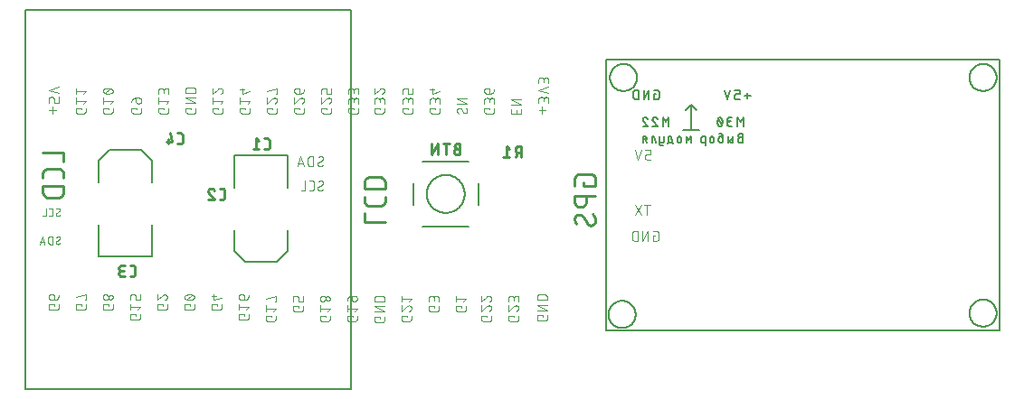
<source format=gbr>
G04 EAGLE Gerber RS-274X export*
G75*
%MOMM*%
%FSLAX34Y34*%
%LPD*%
%INSilkscreen Bottom*%
%IPPOS*%
%AMOC8*
5,1,8,0,0,1.08239X$1,22.5*%
G01*
%ADD10C,0.076200*%
%ADD11C,0.177800*%
%ADD12C,0.152400*%
%ADD13C,0.254000*%
%ADD14C,0.101600*%
%ADD15C,0.127000*%
%ADD16C,0.203200*%


D10*
X612005Y152922D02*
X610438Y152922D01*
X610438Y147701D01*
X613571Y147701D01*
X613660Y147703D01*
X613748Y147709D01*
X613836Y147718D01*
X613924Y147731D01*
X614011Y147748D01*
X614097Y147768D01*
X614182Y147793D01*
X614267Y147820D01*
X614350Y147852D01*
X614431Y147886D01*
X614511Y147925D01*
X614589Y147966D01*
X614666Y148011D01*
X614740Y148059D01*
X614813Y148110D01*
X614883Y148164D01*
X614950Y148222D01*
X615016Y148282D01*
X615078Y148344D01*
X615138Y148410D01*
X615196Y148477D01*
X615250Y148547D01*
X615301Y148620D01*
X615349Y148694D01*
X615394Y148771D01*
X615435Y148849D01*
X615474Y148929D01*
X615508Y149010D01*
X615540Y149093D01*
X615567Y149178D01*
X615592Y149263D01*
X615612Y149349D01*
X615629Y149436D01*
X615642Y149524D01*
X615651Y149612D01*
X615657Y149700D01*
X615659Y149789D01*
X615659Y155011D01*
X615657Y155100D01*
X615651Y155188D01*
X615642Y155276D01*
X615629Y155364D01*
X615612Y155451D01*
X615592Y155537D01*
X615567Y155622D01*
X615540Y155707D01*
X615508Y155790D01*
X615474Y155871D01*
X615435Y155951D01*
X615394Y156029D01*
X615349Y156106D01*
X615301Y156180D01*
X615250Y156253D01*
X615196Y156323D01*
X615138Y156390D01*
X615078Y156456D01*
X615016Y156518D01*
X614950Y156578D01*
X614883Y156636D01*
X614813Y156690D01*
X614740Y156741D01*
X614666Y156789D01*
X614589Y156834D01*
X614511Y156875D01*
X614431Y156914D01*
X614350Y156948D01*
X614267Y156980D01*
X614182Y157007D01*
X614097Y157032D01*
X614011Y157052D01*
X613924Y157069D01*
X613836Y157082D01*
X613748Y157091D01*
X613660Y157097D01*
X613571Y157099D01*
X610438Y157099D01*
X605906Y157099D02*
X605906Y147701D01*
X600685Y147701D02*
X605906Y157099D01*
X600685Y157099D02*
X600685Y147701D01*
X596152Y147701D02*
X596152Y157099D01*
X593542Y157099D01*
X593442Y157097D01*
X593342Y157091D01*
X593243Y157082D01*
X593143Y157068D01*
X593045Y157051D01*
X592947Y157030D01*
X592850Y157006D01*
X592754Y156977D01*
X592659Y156945D01*
X592566Y156910D01*
X592474Y156871D01*
X592383Y156828D01*
X592295Y156782D01*
X592208Y156732D01*
X592123Y156680D01*
X592040Y156624D01*
X591959Y156565D01*
X591881Y156502D01*
X591805Y156437D01*
X591731Y156369D01*
X591661Y156299D01*
X591593Y156225D01*
X591528Y156149D01*
X591465Y156071D01*
X591406Y155990D01*
X591350Y155907D01*
X591298Y155822D01*
X591248Y155735D01*
X591202Y155647D01*
X591159Y155556D01*
X591120Y155464D01*
X591085Y155371D01*
X591053Y155276D01*
X591024Y155180D01*
X591000Y155083D01*
X590979Y154985D01*
X590962Y154887D01*
X590948Y154787D01*
X590939Y154688D01*
X590933Y154588D01*
X590931Y154488D01*
X590931Y150312D01*
X590933Y150212D01*
X590939Y150112D01*
X590948Y150013D01*
X590962Y149913D01*
X590979Y149815D01*
X591000Y149717D01*
X591024Y149620D01*
X591053Y149524D01*
X591085Y149429D01*
X591120Y149336D01*
X591159Y149244D01*
X591202Y149153D01*
X591248Y149065D01*
X591298Y148978D01*
X591350Y148893D01*
X591406Y148810D01*
X591465Y148729D01*
X591528Y148651D01*
X591593Y148575D01*
X591661Y148501D01*
X591731Y148431D01*
X591805Y148363D01*
X591881Y148298D01*
X591959Y148235D01*
X592040Y148176D01*
X592123Y148120D01*
X592208Y148068D01*
X592295Y148018D01*
X592383Y147972D01*
X592474Y147929D01*
X592566Y147890D01*
X592659Y147855D01*
X592754Y147823D01*
X592850Y147794D01*
X592947Y147770D01*
X593045Y147749D01*
X593143Y147732D01*
X593243Y147718D01*
X593342Y147709D01*
X593442Y147703D01*
X593542Y147701D01*
X596152Y147701D01*
X605138Y171831D02*
X605138Y181229D01*
X607749Y181229D02*
X602527Y181229D01*
X593471Y181229D02*
X599736Y171831D01*
X593471Y171831D02*
X599736Y181229D01*
X605226Y223901D02*
X608358Y223901D01*
X605226Y223901D02*
X605137Y223903D01*
X605049Y223909D01*
X604961Y223918D01*
X604873Y223931D01*
X604786Y223948D01*
X604700Y223968D01*
X604615Y223993D01*
X604530Y224020D01*
X604447Y224052D01*
X604366Y224086D01*
X604286Y224125D01*
X604208Y224166D01*
X604131Y224211D01*
X604057Y224259D01*
X603984Y224310D01*
X603914Y224364D01*
X603847Y224422D01*
X603781Y224482D01*
X603719Y224544D01*
X603659Y224610D01*
X603601Y224677D01*
X603547Y224747D01*
X603496Y224820D01*
X603448Y224894D01*
X603403Y224971D01*
X603362Y225049D01*
X603323Y225129D01*
X603289Y225210D01*
X603257Y225293D01*
X603230Y225378D01*
X603205Y225463D01*
X603185Y225549D01*
X603168Y225636D01*
X603155Y225724D01*
X603146Y225812D01*
X603140Y225900D01*
X603138Y225989D01*
X603137Y225989D02*
X603137Y227034D01*
X603138Y227034D02*
X603140Y227123D01*
X603146Y227211D01*
X603155Y227299D01*
X603168Y227387D01*
X603185Y227474D01*
X603205Y227560D01*
X603230Y227645D01*
X603257Y227730D01*
X603289Y227813D01*
X603323Y227894D01*
X603362Y227974D01*
X603403Y228052D01*
X603448Y228129D01*
X603496Y228203D01*
X603547Y228276D01*
X603601Y228346D01*
X603659Y228413D01*
X603719Y228479D01*
X603781Y228541D01*
X603847Y228601D01*
X603914Y228659D01*
X603984Y228713D01*
X604057Y228764D01*
X604131Y228812D01*
X604208Y228857D01*
X604286Y228898D01*
X604366Y228937D01*
X604447Y228971D01*
X604530Y229003D01*
X604615Y229030D01*
X604700Y229055D01*
X604786Y229075D01*
X604873Y229092D01*
X604961Y229105D01*
X605049Y229114D01*
X605137Y229120D01*
X605226Y229122D01*
X608358Y229122D01*
X608358Y233299D01*
X603137Y233299D01*
X599736Y233299D02*
X596604Y223901D01*
X593471Y233299D01*
X298746Y217551D02*
X298657Y217553D01*
X298569Y217559D01*
X298481Y217568D01*
X298393Y217581D01*
X298306Y217598D01*
X298220Y217618D01*
X298135Y217643D01*
X298050Y217670D01*
X297967Y217702D01*
X297886Y217736D01*
X297806Y217775D01*
X297728Y217816D01*
X297651Y217861D01*
X297577Y217909D01*
X297504Y217960D01*
X297434Y218014D01*
X297367Y218072D01*
X297301Y218132D01*
X297239Y218194D01*
X297179Y218260D01*
X297121Y218327D01*
X297067Y218397D01*
X297016Y218470D01*
X296968Y218544D01*
X296923Y218621D01*
X296882Y218699D01*
X296843Y218779D01*
X296809Y218860D01*
X296777Y218943D01*
X296750Y219028D01*
X296725Y219113D01*
X296705Y219199D01*
X296688Y219286D01*
X296675Y219374D01*
X296666Y219462D01*
X296660Y219550D01*
X296658Y219639D01*
X298746Y217551D02*
X298875Y217553D01*
X299004Y217559D01*
X299133Y217568D01*
X299261Y217581D01*
X299389Y217598D01*
X299516Y217619D01*
X299643Y217643D01*
X299769Y217671D01*
X299894Y217703D01*
X300018Y217738D01*
X300141Y217777D01*
X300263Y217820D01*
X300383Y217866D01*
X300502Y217916D01*
X300620Y217969D01*
X300736Y218025D01*
X300850Y218085D01*
X300963Y218148D01*
X301073Y218215D01*
X301182Y218284D01*
X301288Y218357D01*
X301393Y218433D01*
X301495Y218512D01*
X301595Y218594D01*
X301692Y218678D01*
X301787Y218766D01*
X301879Y218856D01*
X301618Y224861D02*
X301616Y224950D01*
X301610Y225038D01*
X301601Y225126D01*
X301588Y225214D01*
X301571Y225301D01*
X301551Y225387D01*
X301526Y225472D01*
X301499Y225557D01*
X301467Y225640D01*
X301433Y225721D01*
X301394Y225801D01*
X301353Y225879D01*
X301308Y225956D01*
X301260Y226030D01*
X301209Y226103D01*
X301155Y226173D01*
X301097Y226240D01*
X301037Y226306D01*
X300975Y226368D01*
X300909Y226428D01*
X300842Y226486D01*
X300772Y226540D01*
X300699Y226591D01*
X300625Y226639D01*
X300548Y226684D01*
X300470Y226725D01*
X300390Y226764D01*
X300309Y226798D01*
X300226Y226830D01*
X300141Y226857D01*
X300056Y226882D01*
X299970Y226902D01*
X299883Y226919D01*
X299795Y226932D01*
X299707Y226941D01*
X299619Y226947D01*
X299530Y226949D01*
X299410Y226947D01*
X299290Y226942D01*
X299171Y226932D01*
X299051Y226920D01*
X298932Y226903D01*
X298814Y226883D01*
X298696Y226859D01*
X298580Y226832D01*
X298464Y226801D01*
X298349Y226767D01*
X298235Y226729D01*
X298122Y226687D01*
X298011Y226642D01*
X297901Y226594D01*
X297793Y226543D01*
X297686Y226488D01*
X297581Y226430D01*
X297478Y226368D01*
X297377Y226304D01*
X297277Y226236D01*
X297180Y226166D01*
X300574Y223034D02*
X300652Y223082D01*
X300728Y223134D01*
X300801Y223188D01*
X300872Y223246D01*
X300941Y223307D01*
X301007Y223371D01*
X301070Y223438D01*
X301130Y223507D01*
X301187Y223579D01*
X301241Y223653D01*
X301291Y223730D01*
X301339Y223809D01*
X301382Y223889D01*
X301423Y223972D01*
X301459Y224056D01*
X301492Y224141D01*
X301521Y224228D01*
X301547Y224317D01*
X301569Y224406D01*
X301586Y224496D01*
X301600Y224586D01*
X301610Y224678D01*
X301616Y224769D01*
X301618Y224861D01*
X297702Y221466D02*
X297624Y221418D01*
X297548Y221366D01*
X297475Y221312D01*
X297404Y221254D01*
X297335Y221193D01*
X297269Y221129D01*
X297206Y221062D01*
X297146Y220993D01*
X297089Y220921D01*
X297035Y220847D01*
X296985Y220770D01*
X296937Y220691D01*
X296894Y220611D01*
X296853Y220528D01*
X296817Y220444D01*
X296784Y220359D01*
X296755Y220272D01*
X296729Y220183D01*
X296707Y220094D01*
X296690Y220004D01*
X296676Y219914D01*
X296666Y219822D01*
X296660Y219731D01*
X296658Y219639D01*
X297702Y221467D02*
X300574Y223033D01*
X292735Y226949D02*
X292735Y217551D01*
X292735Y226949D02*
X290125Y226949D01*
X290025Y226947D01*
X289925Y226941D01*
X289826Y226932D01*
X289726Y226918D01*
X289628Y226901D01*
X289530Y226880D01*
X289433Y226856D01*
X289337Y226827D01*
X289242Y226795D01*
X289149Y226760D01*
X289057Y226721D01*
X288966Y226678D01*
X288878Y226632D01*
X288791Y226582D01*
X288706Y226530D01*
X288623Y226474D01*
X288542Y226415D01*
X288464Y226352D01*
X288388Y226287D01*
X288314Y226219D01*
X288244Y226149D01*
X288176Y226075D01*
X288111Y225999D01*
X288048Y225921D01*
X287989Y225840D01*
X287933Y225757D01*
X287881Y225672D01*
X287831Y225585D01*
X287785Y225497D01*
X287742Y225406D01*
X287703Y225314D01*
X287668Y225221D01*
X287636Y225126D01*
X287607Y225030D01*
X287583Y224933D01*
X287562Y224835D01*
X287545Y224737D01*
X287531Y224637D01*
X287522Y224538D01*
X287516Y224438D01*
X287514Y224338D01*
X287514Y220162D01*
X287516Y220062D01*
X287522Y219962D01*
X287531Y219863D01*
X287545Y219763D01*
X287562Y219665D01*
X287583Y219567D01*
X287607Y219470D01*
X287636Y219374D01*
X287668Y219279D01*
X287703Y219186D01*
X287742Y219094D01*
X287785Y219003D01*
X287831Y218915D01*
X287881Y218828D01*
X287933Y218743D01*
X287989Y218660D01*
X288048Y218579D01*
X288111Y218501D01*
X288176Y218425D01*
X288244Y218351D01*
X288314Y218281D01*
X288388Y218213D01*
X288464Y218148D01*
X288542Y218085D01*
X288623Y218026D01*
X288706Y217970D01*
X288791Y217918D01*
X288878Y217868D01*
X288966Y217822D01*
X289057Y217779D01*
X289149Y217740D01*
X289242Y217705D01*
X289337Y217673D01*
X289433Y217644D01*
X289530Y217620D01*
X289628Y217599D01*
X289726Y217582D01*
X289826Y217568D01*
X289925Y217559D01*
X290025Y217553D01*
X290125Y217551D01*
X292735Y217551D01*
X283808Y217551D02*
X280676Y226949D01*
X277543Y217551D01*
X278326Y219901D02*
X283025Y219901D01*
X296658Y196779D02*
X296660Y196690D01*
X296666Y196602D01*
X296675Y196514D01*
X296688Y196426D01*
X296705Y196339D01*
X296725Y196253D01*
X296750Y196168D01*
X296777Y196083D01*
X296809Y196000D01*
X296843Y195919D01*
X296882Y195839D01*
X296923Y195761D01*
X296968Y195684D01*
X297016Y195610D01*
X297067Y195537D01*
X297121Y195467D01*
X297179Y195400D01*
X297239Y195334D01*
X297301Y195272D01*
X297367Y195212D01*
X297434Y195154D01*
X297504Y195100D01*
X297577Y195049D01*
X297651Y195001D01*
X297728Y194956D01*
X297806Y194915D01*
X297886Y194876D01*
X297967Y194842D01*
X298050Y194810D01*
X298135Y194783D01*
X298220Y194758D01*
X298306Y194738D01*
X298393Y194721D01*
X298481Y194708D01*
X298569Y194699D01*
X298657Y194693D01*
X298746Y194691D01*
X298875Y194693D01*
X299004Y194699D01*
X299133Y194708D01*
X299261Y194721D01*
X299389Y194738D01*
X299516Y194759D01*
X299643Y194783D01*
X299769Y194811D01*
X299894Y194843D01*
X300018Y194878D01*
X300141Y194917D01*
X300263Y194960D01*
X300383Y195006D01*
X300502Y195056D01*
X300620Y195109D01*
X300736Y195165D01*
X300850Y195225D01*
X300963Y195288D01*
X301073Y195355D01*
X301182Y195424D01*
X301288Y195497D01*
X301393Y195573D01*
X301495Y195652D01*
X301595Y195734D01*
X301692Y195818D01*
X301787Y195906D01*
X301879Y195996D01*
X301618Y202001D02*
X301616Y202090D01*
X301610Y202178D01*
X301601Y202266D01*
X301588Y202354D01*
X301571Y202441D01*
X301551Y202527D01*
X301526Y202612D01*
X301499Y202697D01*
X301467Y202780D01*
X301433Y202861D01*
X301394Y202941D01*
X301353Y203019D01*
X301308Y203096D01*
X301260Y203170D01*
X301209Y203243D01*
X301155Y203313D01*
X301097Y203380D01*
X301037Y203446D01*
X300975Y203508D01*
X300909Y203568D01*
X300842Y203626D01*
X300772Y203680D01*
X300699Y203731D01*
X300625Y203779D01*
X300548Y203824D01*
X300470Y203865D01*
X300390Y203904D01*
X300309Y203938D01*
X300226Y203970D01*
X300141Y203997D01*
X300056Y204022D01*
X299970Y204042D01*
X299883Y204059D01*
X299795Y204072D01*
X299707Y204081D01*
X299619Y204087D01*
X299530Y204089D01*
X299410Y204087D01*
X299290Y204082D01*
X299171Y204072D01*
X299051Y204060D01*
X298932Y204043D01*
X298814Y204023D01*
X298696Y203999D01*
X298580Y203972D01*
X298464Y203941D01*
X298349Y203907D01*
X298235Y203869D01*
X298122Y203827D01*
X298011Y203782D01*
X297901Y203734D01*
X297793Y203683D01*
X297686Y203628D01*
X297581Y203570D01*
X297478Y203508D01*
X297377Y203444D01*
X297277Y203376D01*
X297180Y203306D01*
X300574Y200174D02*
X300652Y200222D01*
X300728Y200274D01*
X300801Y200328D01*
X300872Y200386D01*
X300941Y200447D01*
X301007Y200511D01*
X301070Y200578D01*
X301130Y200647D01*
X301187Y200719D01*
X301241Y200793D01*
X301291Y200870D01*
X301339Y200949D01*
X301382Y201029D01*
X301423Y201112D01*
X301459Y201196D01*
X301492Y201281D01*
X301521Y201368D01*
X301547Y201457D01*
X301569Y201546D01*
X301586Y201636D01*
X301600Y201726D01*
X301610Y201818D01*
X301616Y201909D01*
X301618Y202001D01*
X297702Y198606D02*
X297624Y198558D01*
X297548Y198506D01*
X297475Y198452D01*
X297404Y198394D01*
X297335Y198333D01*
X297269Y198269D01*
X297206Y198202D01*
X297146Y198133D01*
X297089Y198061D01*
X297035Y197987D01*
X296985Y197910D01*
X296937Y197831D01*
X296894Y197751D01*
X296853Y197668D01*
X296817Y197584D01*
X296784Y197499D01*
X296755Y197412D01*
X296729Y197323D01*
X296707Y197234D01*
X296690Y197144D01*
X296676Y197054D01*
X296666Y196962D01*
X296660Y196871D01*
X296658Y196779D01*
X297702Y198607D02*
X300574Y200173D01*
X290977Y194691D02*
X288889Y194691D01*
X290977Y194691D02*
X291066Y194693D01*
X291154Y194699D01*
X291242Y194708D01*
X291330Y194721D01*
X291417Y194738D01*
X291503Y194758D01*
X291588Y194783D01*
X291673Y194810D01*
X291756Y194842D01*
X291837Y194876D01*
X291917Y194915D01*
X291995Y194956D01*
X292072Y195001D01*
X292146Y195049D01*
X292219Y195100D01*
X292289Y195154D01*
X292356Y195212D01*
X292422Y195272D01*
X292484Y195334D01*
X292544Y195400D01*
X292602Y195467D01*
X292656Y195537D01*
X292707Y195610D01*
X292755Y195684D01*
X292800Y195761D01*
X292841Y195839D01*
X292880Y195919D01*
X292914Y196000D01*
X292946Y196083D01*
X292973Y196168D01*
X292998Y196253D01*
X293018Y196339D01*
X293035Y196426D01*
X293048Y196514D01*
X293057Y196602D01*
X293063Y196690D01*
X293065Y196779D01*
X293066Y196779D02*
X293066Y202001D01*
X293065Y202001D02*
X293063Y202090D01*
X293057Y202178D01*
X293048Y202266D01*
X293035Y202354D01*
X293018Y202441D01*
X292998Y202527D01*
X292973Y202612D01*
X292946Y202697D01*
X292914Y202780D01*
X292880Y202861D01*
X292841Y202941D01*
X292800Y203019D01*
X292755Y203096D01*
X292707Y203170D01*
X292656Y203243D01*
X292602Y203313D01*
X292544Y203380D01*
X292484Y203446D01*
X292422Y203508D01*
X292356Y203568D01*
X292289Y203626D01*
X292219Y203680D01*
X292146Y203731D01*
X292072Y203779D01*
X291995Y203824D01*
X291917Y203865D01*
X291837Y203904D01*
X291756Y203938D01*
X291673Y203970D01*
X291588Y203997D01*
X291503Y204022D01*
X291417Y204042D01*
X291330Y204059D01*
X291242Y204072D01*
X291154Y204081D01*
X291066Y204087D01*
X290977Y204089D01*
X288889Y204089D01*
X285098Y204089D02*
X285098Y194691D01*
X280921Y194691D01*
X50052Y87960D02*
X50052Y86394D01*
X50052Y87960D02*
X44831Y87960D01*
X44831Y84828D01*
X44833Y84739D01*
X44839Y84651D01*
X44848Y84563D01*
X44861Y84475D01*
X44878Y84388D01*
X44898Y84302D01*
X44923Y84217D01*
X44950Y84132D01*
X44982Y84049D01*
X45016Y83968D01*
X45055Y83888D01*
X45096Y83810D01*
X45141Y83733D01*
X45189Y83659D01*
X45240Y83586D01*
X45294Y83516D01*
X45352Y83449D01*
X45412Y83383D01*
X45474Y83321D01*
X45540Y83261D01*
X45607Y83203D01*
X45677Y83149D01*
X45750Y83098D01*
X45824Y83050D01*
X45901Y83005D01*
X45979Y82964D01*
X46059Y82925D01*
X46140Y82891D01*
X46223Y82859D01*
X46308Y82832D01*
X46393Y82807D01*
X46479Y82787D01*
X46566Y82770D01*
X46654Y82757D01*
X46742Y82748D01*
X46830Y82742D01*
X46919Y82740D01*
X46919Y82739D02*
X52141Y82739D01*
X52141Y82740D02*
X52232Y82742D01*
X52323Y82748D01*
X52414Y82758D01*
X52504Y82772D01*
X52593Y82789D01*
X52681Y82811D01*
X52769Y82837D01*
X52855Y82866D01*
X52940Y82899D01*
X53023Y82936D01*
X53105Y82976D01*
X53185Y83020D01*
X53263Y83067D01*
X53339Y83118D01*
X53412Y83171D01*
X53483Y83228D01*
X53552Y83289D01*
X53617Y83352D01*
X53680Y83417D01*
X53740Y83486D01*
X53798Y83557D01*
X53851Y83630D01*
X53902Y83706D01*
X53949Y83784D01*
X53993Y83864D01*
X54033Y83946D01*
X54070Y84029D01*
X54103Y84114D01*
X54132Y84200D01*
X54158Y84288D01*
X54180Y84376D01*
X54197Y84465D01*
X54211Y84555D01*
X54221Y84646D01*
X54227Y84737D01*
X54229Y84828D01*
X54229Y87960D01*
X50052Y92188D02*
X50052Y95321D01*
X50050Y95410D01*
X50044Y95498D01*
X50035Y95586D01*
X50022Y95674D01*
X50005Y95761D01*
X49985Y95847D01*
X49960Y95932D01*
X49933Y96017D01*
X49901Y96100D01*
X49867Y96181D01*
X49828Y96261D01*
X49787Y96339D01*
X49742Y96416D01*
X49694Y96490D01*
X49643Y96563D01*
X49589Y96633D01*
X49531Y96700D01*
X49471Y96766D01*
X49409Y96828D01*
X49343Y96888D01*
X49276Y96946D01*
X49206Y97000D01*
X49133Y97051D01*
X49059Y97099D01*
X48982Y97144D01*
X48904Y97185D01*
X48824Y97224D01*
X48743Y97258D01*
X48660Y97290D01*
X48575Y97317D01*
X48490Y97342D01*
X48404Y97362D01*
X48317Y97379D01*
X48229Y97392D01*
X48141Y97401D01*
X48053Y97407D01*
X47964Y97409D01*
X47442Y97409D01*
X47341Y97407D01*
X47240Y97401D01*
X47139Y97391D01*
X47039Y97378D01*
X46939Y97360D01*
X46840Y97339D01*
X46742Y97313D01*
X46645Y97284D01*
X46549Y97252D01*
X46455Y97215D01*
X46362Y97175D01*
X46270Y97131D01*
X46181Y97084D01*
X46093Y97033D01*
X46007Y96979D01*
X45924Y96922D01*
X45842Y96862D01*
X45764Y96798D01*
X45687Y96732D01*
X45614Y96662D01*
X45543Y96590D01*
X45475Y96515D01*
X45410Y96437D01*
X45348Y96357D01*
X45289Y96275D01*
X45233Y96190D01*
X45181Y96104D01*
X45132Y96015D01*
X45086Y95924D01*
X45045Y95832D01*
X45006Y95738D01*
X44972Y95643D01*
X44941Y95547D01*
X44914Y95449D01*
X44890Y95351D01*
X44871Y95251D01*
X44855Y95151D01*
X44843Y95051D01*
X44835Y94950D01*
X44831Y94849D01*
X44831Y94747D01*
X44835Y94646D01*
X44843Y94545D01*
X44855Y94445D01*
X44871Y94345D01*
X44890Y94245D01*
X44914Y94147D01*
X44941Y94049D01*
X44972Y93953D01*
X45006Y93858D01*
X45045Y93764D01*
X45086Y93672D01*
X45132Y93581D01*
X45181Y93493D01*
X45233Y93406D01*
X45289Y93321D01*
X45348Y93239D01*
X45410Y93159D01*
X45475Y93081D01*
X45543Y93006D01*
X45614Y92934D01*
X45687Y92864D01*
X45764Y92798D01*
X45842Y92734D01*
X45924Y92674D01*
X46007Y92617D01*
X46093Y92563D01*
X46181Y92512D01*
X46270Y92465D01*
X46362Y92421D01*
X46455Y92381D01*
X46549Y92344D01*
X46645Y92312D01*
X46742Y92283D01*
X46840Y92257D01*
X46939Y92236D01*
X47039Y92218D01*
X47139Y92205D01*
X47240Y92195D01*
X47341Y92189D01*
X47442Y92187D01*
X47442Y92188D02*
X50052Y92188D01*
X50181Y92190D01*
X50309Y92196D01*
X50437Y92206D01*
X50565Y92220D01*
X50693Y92237D01*
X50820Y92259D01*
X50946Y92285D01*
X51071Y92314D01*
X51195Y92347D01*
X51318Y92385D01*
X51440Y92425D01*
X51561Y92470D01*
X51680Y92518D01*
X51798Y92570D01*
X51914Y92626D01*
X52028Y92685D01*
X52140Y92748D01*
X52251Y92814D01*
X52359Y92883D01*
X52465Y92956D01*
X52569Y93032D01*
X52671Y93111D01*
X52770Y93193D01*
X52866Y93278D01*
X52960Y93366D01*
X53051Y93457D01*
X53139Y93551D01*
X53224Y93647D01*
X53306Y93746D01*
X53385Y93848D01*
X53461Y93952D01*
X53534Y94058D01*
X53603Y94166D01*
X53669Y94276D01*
X53732Y94389D01*
X53791Y94503D01*
X53847Y94619D01*
X53899Y94737D01*
X53947Y94856D01*
X53992Y94977D01*
X54032Y95099D01*
X54070Y95222D01*
X54103Y95346D01*
X54132Y95471D01*
X54158Y95597D01*
X54180Y95724D01*
X54197Y95852D01*
X54211Y95980D01*
X54221Y96108D01*
X54227Y96236D01*
X54229Y96365D01*
X75452Y87960D02*
X75452Y86394D01*
X75452Y87960D02*
X70231Y87960D01*
X70231Y84828D01*
X70233Y84739D01*
X70239Y84651D01*
X70248Y84563D01*
X70261Y84475D01*
X70278Y84388D01*
X70298Y84302D01*
X70323Y84217D01*
X70350Y84132D01*
X70382Y84049D01*
X70416Y83968D01*
X70455Y83888D01*
X70496Y83810D01*
X70541Y83733D01*
X70589Y83659D01*
X70640Y83586D01*
X70694Y83516D01*
X70752Y83449D01*
X70812Y83383D01*
X70874Y83321D01*
X70940Y83261D01*
X71007Y83203D01*
X71077Y83149D01*
X71150Y83098D01*
X71224Y83050D01*
X71301Y83005D01*
X71379Y82964D01*
X71459Y82925D01*
X71540Y82891D01*
X71623Y82859D01*
X71708Y82832D01*
X71793Y82807D01*
X71879Y82787D01*
X71966Y82770D01*
X72054Y82757D01*
X72142Y82748D01*
X72230Y82742D01*
X72319Y82740D01*
X72319Y82739D02*
X77541Y82739D01*
X77541Y82740D02*
X77632Y82742D01*
X77723Y82748D01*
X77814Y82758D01*
X77904Y82772D01*
X77993Y82789D01*
X78081Y82811D01*
X78169Y82837D01*
X78255Y82866D01*
X78340Y82899D01*
X78423Y82936D01*
X78505Y82976D01*
X78585Y83020D01*
X78663Y83067D01*
X78739Y83118D01*
X78812Y83171D01*
X78883Y83228D01*
X78952Y83289D01*
X79017Y83352D01*
X79080Y83417D01*
X79140Y83486D01*
X79198Y83557D01*
X79251Y83630D01*
X79302Y83706D01*
X79349Y83784D01*
X79393Y83864D01*
X79433Y83946D01*
X79470Y84029D01*
X79503Y84114D01*
X79532Y84200D01*
X79558Y84288D01*
X79580Y84376D01*
X79597Y84465D01*
X79611Y84555D01*
X79621Y84646D01*
X79627Y84737D01*
X79629Y84828D01*
X79629Y87960D01*
X79629Y92188D02*
X78585Y92188D01*
X79629Y92188D02*
X79629Y97409D01*
X70231Y94798D01*
X100852Y87960D02*
X100852Y86394D01*
X100852Y87960D02*
X95631Y87960D01*
X95631Y84828D01*
X95633Y84739D01*
X95639Y84651D01*
X95648Y84563D01*
X95661Y84475D01*
X95678Y84388D01*
X95698Y84302D01*
X95723Y84217D01*
X95750Y84132D01*
X95782Y84049D01*
X95816Y83968D01*
X95855Y83888D01*
X95896Y83810D01*
X95941Y83733D01*
X95989Y83659D01*
X96040Y83586D01*
X96094Y83516D01*
X96152Y83449D01*
X96212Y83383D01*
X96274Y83321D01*
X96340Y83261D01*
X96407Y83203D01*
X96477Y83149D01*
X96550Y83098D01*
X96624Y83050D01*
X96701Y83005D01*
X96779Y82964D01*
X96859Y82925D01*
X96940Y82891D01*
X97023Y82859D01*
X97108Y82832D01*
X97193Y82807D01*
X97279Y82787D01*
X97366Y82770D01*
X97454Y82757D01*
X97542Y82748D01*
X97630Y82742D01*
X97719Y82740D01*
X97719Y82739D02*
X102941Y82739D01*
X102941Y82740D02*
X103032Y82742D01*
X103123Y82748D01*
X103214Y82758D01*
X103304Y82772D01*
X103393Y82789D01*
X103481Y82811D01*
X103569Y82837D01*
X103655Y82866D01*
X103740Y82899D01*
X103823Y82936D01*
X103905Y82976D01*
X103985Y83020D01*
X104063Y83067D01*
X104139Y83118D01*
X104212Y83171D01*
X104283Y83228D01*
X104352Y83289D01*
X104417Y83352D01*
X104480Y83417D01*
X104540Y83486D01*
X104598Y83557D01*
X104651Y83630D01*
X104702Y83706D01*
X104749Y83784D01*
X104793Y83864D01*
X104833Y83946D01*
X104870Y84029D01*
X104903Y84114D01*
X104932Y84200D01*
X104958Y84288D01*
X104980Y84376D01*
X104997Y84465D01*
X105011Y84555D01*
X105021Y84646D01*
X105027Y84737D01*
X105029Y84828D01*
X105029Y87960D01*
X98242Y92187D02*
X98343Y92189D01*
X98444Y92195D01*
X98545Y92205D01*
X98645Y92218D01*
X98745Y92236D01*
X98844Y92257D01*
X98942Y92283D01*
X99039Y92312D01*
X99135Y92344D01*
X99229Y92381D01*
X99322Y92421D01*
X99414Y92465D01*
X99503Y92512D01*
X99591Y92563D01*
X99677Y92617D01*
X99760Y92674D01*
X99842Y92734D01*
X99920Y92798D01*
X99997Y92864D01*
X100070Y92934D01*
X100141Y93006D01*
X100209Y93081D01*
X100274Y93159D01*
X100336Y93239D01*
X100395Y93321D01*
X100451Y93406D01*
X100503Y93492D01*
X100552Y93581D01*
X100598Y93672D01*
X100639Y93764D01*
X100678Y93858D01*
X100712Y93953D01*
X100743Y94049D01*
X100770Y94147D01*
X100794Y94245D01*
X100813Y94345D01*
X100829Y94445D01*
X100841Y94545D01*
X100849Y94646D01*
X100853Y94747D01*
X100853Y94849D01*
X100849Y94950D01*
X100841Y95051D01*
X100829Y95151D01*
X100813Y95251D01*
X100794Y95351D01*
X100770Y95449D01*
X100743Y95547D01*
X100712Y95643D01*
X100678Y95738D01*
X100639Y95832D01*
X100598Y95924D01*
X100552Y96015D01*
X100503Y96103D01*
X100451Y96190D01*
X100395Y96275D01*
X100336Y96357D01*
X100274Y96437D01*
X100209Y96515D01*
X100141Y96590D01*
X100070Y96662D01*
X99997Y96732D01*
X99920Y96798D01*
X99842Y96862D01*
X99760Y96922D01*
X99677Y96979D01*
X99591Y97033D01*
X99503Y97084D01*
X99414Y97131D01*
X99322Y97175D01*
X99229Y97215D01*
X99135Y97252D01*
X99039Y97284D01*
X98942Y97313D01*
X98844Y97339D01*
X98745Y97360D01*
X98645Y97378D01*
X98545Y97391D01*
X98444Y97401D01*
X98343Y97407D01*
X98242Y97409D01*
X98141Y97407D01*
X98040Y97401D01*
X97939Y97391D01*
X97839Y97378D01*
X97739Y97360D01*
X97640Y97339D01*
X97542Y97313D01*
X97445Y97284D01*
X97349Y97252D01*
X97255Y97215D01*
X97162Y97175D01*
X97070Y97131D01*
X96981Y97084D01*
X96893Y97033D01*
X96807Y96979D01*
X96724Y96922D01*
X96642Y96862D01*
X96564Y96798D01*
X96487Y96732D01*
X96414Y96662D01*
X96343Y96590D01*
X96275Y96515D01*
X96210Y96437D01*
X96148Y96357D01*
X96089Y96275D01*
X96033Y96190D01*
X95981Y96104D01*
X95932Y96015D01*
X95886Y95924D01*
X95845Y95832D01*
X95806Y95738D01*
X95772Y95643D01*
X95741Y95547D01*
X95714Y95449D01*
X95690Y95351D01*
X95671Y95251D01*
X95655Y95151D01*
X95643Y95051D01*
X95635Y94950D01*
X95631Y94849D01*
X95631Y94747D01*
X95635Y94646D01*
X95643Y94545D01*
X95655Y94445D01*
X95671Y94345D01*
X95690Y94245D01*
X95714Y94147D01*
X95741Y94049D01*
X95772Y93953D01*
X95806Y93858D01*
X95845Y93764D01*
X95886Y93672D01*
X95932Y93581D01*
X95981Y93493D01*
X96033Y93406D01*
X96089Y93321D01*
X96148Y93239D01*
X96210Y93159D01*
X96275Y93081D01*
X96343Y93006D01*
X96414Y92934D01*
X96487Y92864D01*
X96564Y92798D01*
X96642Y92734D01*
X96724Y92674D01*
X96807Y92617D01*
X96893Y92563D01*
X96981Y92512D01*
X97070Y92465D01*
X97162Y92421D01*
X97255Y92381D01*
X97349Y92344D01*
X97445Y92312D01*
X97542Y92283D01*
X97640Y92257D01*
X97739Y92236D01*
X97839Y92218D01*
X97939Y92205D01*
X98040Y92195D01*
X98141Y92189D01*
X98242Y92187D01*
X102941Y92710D02*
X103031Y92712D01*
X103120Y92718D01*
X103210Y92727D01*
X103299Y92741D01*
X103387Y92758D01*
X103474Y92779D01*
X103561Y92804D01*
X103646Y92833D01*
X103730Y92865D01*
X103812Y92900D01*
X103893Y92940D01*
X103972Y92982D01*
X104049Y93028D01*
X104124Y93078D01*
X104197Y93130D01*
X104268Y93186D01*
X104336Y93244D01*
X104401Y93306D01*
X104464Y93370D01*
X104524Y93437D01*
X104581Y93506D01*
X104635Y93578D01*
X104686Y93652D01*
X104734Y93728D01*
X104778Y93806D01*
X104819Y93886D01*
X104857Y93968D01*
X104891Y94051D01*
X104921Y94136D01*
X104948Y94222D01*
X104971Y94308D01*
X104990Y94396D01*
X105005Y94485D01*
X105017Y94574D01*
X105025Y94663D01*
X105029Y94753D01*
X105029Y94843D01*
X105025Y94933D01*
X105017Y95022D01*
X105005Y95111D01*
X104990Y95200D01*
X104971Y95288D01*
X104948Y95374D01*
X104921Y95460D01*
X104891Y95545D01*
X104857Y95628D01*
X104819Y95710D01*
X104778Y95790D01*
X104734Y95868D01*
X104686Y95944D01*
X104635Y96018D01*
X104581Y96090D01*
X104524Y96159D01*
X104464Y96226D01*
X104401Y96290D01*
X104336Y96352D01*
X104268Y96410D01*
X104197Y96466D01*
X104124Y96518D01*
X104049Y96568D01*
X103972Y96614D01*
X103893Y96656D01*
X103812Y96696D01*
X103730Y96731D01*
X103646Y96763D01*
X103561Y96792D01*
X103474Y96817D01*
X103387Y96838D01*
X103299Y96855D01*
X103210Y96869D01*
X103120Y96878D01*
X103031Y96884D01*
X102941Y96886D01*
X102851Y96884D01*
X102762Y96878D01*
X102672Y96869D01*
X102583Y96855D01*
X102495Y96838D01*
X102408Y96817D01*
X102321Y96792D01*
X102236Y96763D01*
X102152Y96731D01*
X102070Y96696D01*
X101989Y96656D01*
X101910Y96614D01*
X101833Y96568D01*
X101758Y96518D01*
X101685Y96466D01*
X101614Y96410D01*
X101546Y96352D01*
X101481Y96290D01*
X101418Y96226D01*
X101358Y96159D01*
X101301Y96090D01*
X101247Y96018D01*
X101196Y95944D01*
X101148Y95868D01*
X101104Y95790D01*
X101063Y95710D01*
X101025Y95628D01*
X100991Y95545D01*
X100961Y95460D01*
X100934Y95374D01*
X100911Y95288D01*
X100892Y95200D01*
X100877Y95111D01*
X100865Y95022D01*
X100857Y94933D01*
X100853Y94843D01*
X100853Y94753D01*
X100857Y94663D01*
X100865Y94574D01*
X100877Y94485D01*
X100892Y94396D01*
X100911Y94308D01*
X100934Y94222D01*
X100961Y94136D01*
X100991Y94051D01*
X101025Y93968D01*
X101063Y93886D01*
X101104Y93806D01*
X101148Y93728D01*
X101196Y93652D01*
X101247Y93578D01*
X101301Y93506D01*
X101358Y93437D01*
X101418Y93370D01*
X101481Y93306D01*
X101546Y93244D01*
X101614Y93186D01*
X101685Y93130D01*
X101758Y93078D01*
X101833Y93028D01*
X101910Y92982D01*
X101989Y92940D01*
X102070Y92900D01*
X102152Y92865D01*
X102236Y92833D01*
X102321Y92804D01*
X102408Y92779D01*
X102495Y92758D01*
X102583Y92741D01*
X102672Y92727D01*
X102762Y92718D01*
X102851Y92712D01*
X102941Y92710D01*
X126252Y78816D02*
X126252Y77250D01*
X126252Y78816D02*
X121031Y78816D01*
X121031Y75684D01*
X121033Y75595D01*
X121039Y75507D01*
X121048Y75419D01*
X121061Y75331D01*
X121078Y75244D01*
X121098Y75158D01*
X121123Y75073D01*
X121150Y74988D01*
X121182Y74905D01*
X121216Y74824D01*
X121255Y74744D01*
X121296Y74666D01*
X121341Y74589D01*
X121389Y74515D01*
X121440Y74442D01*
X121494Y74372D01*
X121552Y74305D01*
X121612Y74239D01*
X121674Y74177D01*
X121740Y74117D01*
X121807Y74059D01*
X121877Y74005D01*
X121950Y73954D01*
X122024Y73906D01*
X122101Y73861D01*
X122179Y73820D01*
X122259Y73781D01*
X122340Y73747D01*
X122423Y73715D01*
X122508Y73688D01*
X122593Y73663D01*
X122679Y73643D01*
X122766Y73626D01*
X122854Y73613D01*
X122942Y73604D01*
X123030Y73598D01*
X123119Y73596D01*
X123119Y73595D02*
X128341Y73595D01*
X128341Y73596D02*
X128432Y73598D01*
X128523Y73604D01*
X128614Y73614D01*
X128704Y73628D01*
X128793Y73645D01*
X128881Y73667D01*
X128969Y73693D01*
X129055Y73722D01*
X129140Y73755D01*
X129223Y73792D01*
X129305Y73832D01*
X129385Y73876D01*
X129463Y73923D01*
X129539Y73974D01*
X129612Y74027D01*
X129683Y74084D01*
X129752Y74145D01*
X129817Y74208D01*
X129880Y74273D01*
X129940Y74342D01*
X129998Y74413D01*
X130051Y74486D01*
X130102Y74562D01*
X130149Y74640D01*
X130193Y74720D01*
X130233Y74802D01*
X130270Y74885D01*
X130303Y74970D01*
X130332Y75056D01*
X130358Y75144D01*
X130380Y75232D01*
X130397Y75321D01*
X130411Y75411D01*
X130421Y75502D01*
X130427Y75593D01*
X130429Y75684D01*
X130429Y78816D01*
X128341Y83044D02*
X130429Y85654D01*
X121031Y85654D01*
X121031Y83044D02*
X121031Y88265D01*
X121031Y92188D02*
X121031Y95321D01*
X121033Y95410D01*
X121039Y95498D01*
X121048Y95586D01*
X121061Y95674D01*
X121078Y95761D01*
X121098Y95847D01*
X121123Y95932D01*
X121150Y96017D01*
X121182Y96100D01*
X121216Y96181D01*
X121255Y96261D01*
X121296Y96339D01*
X121341Y96416D01*
X121389Y96490D01*
X121440Y96563D01*
X121494Y96633D01*
X121552Y96700D01*
X121612Y96766D01*
X121674Y96828D01*
X121740Y96888D01*
X121807Y96946D01*
X121877Y97000D01*
X121950Y97051D01*
X122024Y97099D01*
X122101Y97144D01*
X122179Y97185D01*
X122259Y97224D01*
X122340Y97258D01*
X122423Y97290D01*
X122508Y97317D01*
X122593Y97342D01*
X122679Y97362D01*
X122766Y97379D01*
X122854Y97392D01*
X122942Y97401D01*
X123030Y97407D01*
X123119Y97409D01*
X124164Y97409D01*
X124253Y97407D01*
X124341Y97401D01*
X124429Y97392D01*
X124517Y97379D01*
X124604Y97362D01*
X124690Y97342D01*
X124775Y97317D01*
X124860Y97290D01*
X124943Y97258D01*
X125024Y97224D01*
X125104Y97185D01*
X125182Y97144D01*
X125259Y97099D01*
X125333Y97051D01*
X125406Y97000D01*
X125476Y96946D01*
X125543Y96888D01*
X125609Y96828D01*
X125671Y96766D01*
X125731Y96700D01*
X125789Y96633D01*
X125843Y96563D01*
X125894Y96490D01*
X125942Y96416D01*
X125987Y96339D01*
X126028Y96261D01*
X126067Y96181D01*
X126101Y96100D01*
X126133Y96017D01*
X126160Y95932D01*
X126185Y95847D01*
X126205Y95761D01*
X126222Y95674D01*
X126235Y95586D01*
X126244Y95498D01*
X126250Y95410D01*
X126252Y95321D01*
X126252Y92188D01*
X130429Y92188D01*
X130429Y97409D01*
X151652Y87960D02*
X151652Y86394D01*
X151652Y87960D02*
X146431Y87960D01*
X146431Y84828D01*
X146433Y84739D01*
X146439Y84651D01*
X146448Y84563D01*
X146461Y84475D01*
X146478Y84388D01*
X146498Y84302D01*
X146523Y84217D01*
X146550Y84132D01*
X146582Y84049D01*
X146616Y83968D01*
X146655Y83888D01*
X146696Y83810D01*
X146741Y83733D01*
X146789Y83659D01*
X146840Y83586D01*
X146894Y83516D01*
X146952Y83449D01*
X147012Y83383D01*
X147074Y83321D01*
X147140Y83261D01*
X147207Y83203D01*
X147277Y83149D01*
X147350Y83098D01*
X147424Y83050D01*
X147501Y83005D01*
X147579Y82964D01*
X147659Y82925D01*
X147740Y82891D01*
X147823Y82859D01*
X147908Y82832D01*
X147993Y82807D01*
X148079Y82787D01*
X148166Y82770D01*
X148254Y82757D01*
X148342Y82748D01*
X148430Y82742D01*
X148519Y82740D01*
X148519Y82739D02*
X153741Y82739D01*
X153741Y82740D02*
X153832Y82742D01*
X153923Y82748D01*
X154014Y82758D01*
X154104Y82772D01*
X154193Y82789D01*
X154281Y82811D01*
X154369Y82837D01*
X154455Y82866D01*
X154540Y82899D01*
X154623Y82936D01*
X154705Y82976D01*
X154785Y83020D01*
X154863Y83067D01*
X154939Y83118D01*
X155012Y83171D01*
X155083Y83228D01*
X155152Y83289D01*
X155217Y83352D01*
X155280Y83417D01*
X155340Y83486D01*
X155398Y83557D01*
X155451Y83630D01*
X155502Y83706D01*
X155549Y83784D01*
X155593Y83864D01*
X155633Y83946D01*
X155670Y84029D01*
X155703Y84114D01*
X155732Y84200D01*
X155758Y84288D01*
X155780Y84376D01*
X155797Y84465D01*
X155811Y84555D01*
X155821Y84646D01*
X155827Y84737D01*
X155829Y84828D01*
X155829Y87960D01*
X155830Y95060D02*
X155828Y95155D01*
X155822Y95249D01*
X155813Y95343D01*
X155800Y95437D01*
X155783Y95530D01*
X155762Y95622D01*
X155737Y95714D01*
X155709Y95804D01*
X155677Y95893D01*
X155642Y95981D01*
X155603Y96067D01*
X155561Y96152D01*
X155515Y96235D01*
X155466Y96316D01*
X155414Y96395D01*
X155359Y96472D01*
X155300Y96546D01*
X155239Y96618D01*
X155175Y96688D01*
X155108Y96755D01*
X155038Y96819D01*
X154966Y96880D01*
X154892Y96939D01*
X154815Y96994D01*
X154736Y97046D01*
X154655Y97095D01*
X154572Y97141D01*
X154487Y97183D01*
X154401Y97222D01*
X154313Y97257D01*
X154224Y97289D01*
X154134Y97317D01*
X154042Y97342D01*
X153950Y97363D01*
X153857Y97380D01*
X153763Y97393D01*
X153669Y97402D01*
X153575Y97408D01*
X153480Y97410D01*
X155829Y95060D02*
X155827Y94952D01*
X155821Y94843D01*
X155811Y94735D01*
X155798Y94628D01*
X155780Y94521D01*
X155759Y94414D01*
X155734Y94309D01*
X155705Y94204D01*
X155673Y94101D01*
X155636Y93999D01*
X155596Y93898D01*
X155553Y93799D01*
X155506Y93701D01*
X155455Y93605D01*
X155401Y93511D01*
X155344Y93419D01*
X155283Y93329D01*
X155219Y93241D01*
X155153Y93156D01*
X155083Y93073D01*
X155010Y92993D01*
X154934Y92915D01*
X154856Y92840D01*
X154775Y92768D01*
X154691Y92699D01*
X154605Y92633D01*
X154517Y92570D01*
X154426Y92511D01*
X154334Y92454D01*
X154239Y92401D01*
X154143Y92352D01*
X154044Y92306D01*
X153945Y92263D01*
X153843Y92224D01*
X153741Y92189D01*
X151652Y96626D02*
X151721Y96695D01*
X151792Y96761D01*
X151865Y96825D01*
X151941Y96886D01*
X152020Y96944D01*
X152100Y96998D01*
X152183Y97050D01*
X152267Y97098D01*
X152353Y97144D01*
X152441Y97185D01*
X152531Y97224D01*
X152622Y97259D01*
X152714Y97290D01*
X152807Y97318D01*
X152901Y97342D01*
X152996Y97362D01*
X153092Y97379D01*
X153189Y97392D01*
X153286Y97401D01*
X153383Y97407D01*
X153480Y97409D01*
X151652Y96626D02*
X146431Y92188D01*
X146431Y97409D01*
X177052Y87960D02*
X177052Y86394D01*
X177052Y87960D02*
X171831Y87960D01*
X171831Y84828D01*
X171833Y84739D01*
X171839Y84651D01*
X171848Y84563D01*
X171861Y84475D01*
X171878Y84388D01*
X171898Y84302D01*
X171923Y84217D01*
X171950Y84132D01*
X171982Y84049D01*
X172016Y83968D01*
X172055Y83888D01*
X172096Y83810D01*
X172141Y83733D01*
X172189Y83659D01*
X172240Y83586D01*
X172294Y83516D01*
X172352Y83449D01*
X172412Y83383D01*
X172474Y83321D01*
X172540Y83261D01*
X172607Y83203D01*
X172677Y83149D01*
X172750Y83098D01*
X172824Y83050D01*
X172901Y83005D01*
X172979Y82964D01*
X173059Y82925D01*
X173140Y82891D01*
X173223Y82859D01*
X173308Y82832D01*
X173393Y82807D01*
X173479Y82787D01*
X173566Y82770D01*
X173654Y82757D01*
X173742Y82748D01*
X173830Y82742D01*
X173919Y82740D01*
X173919Y82739D02*
X179141Y82739D01*
X179141Y82740D02*
X179232Y82742D01*
X179323Y82748D01*
X179414Y82758D01*
X179504Y82772D01*
X179593Y82789D01*
X179681Y82811D01*
X179769Y82837D01*
X179855Y82866D01*
X179940Y82899D01*
X180023Y82936D01*
X180105Y82976D01*
X180185Y83020D01*
X180263Y83067D01*
X180339Y83118D01*
X180412Y83171D01*
X180483Y83228D01*
X180552Y83289D01*
X180617Y83352D01*
X180680Y83417D01*
X180740Y83486D01*
X180798Y83557D01*
X180851Y83630D01*
X180902Y83706D01*
X180949Y83784D01*
X180993Y83864D01*
X181033Y83946D01*
X181070Y84029D01*
X181103Y84114D01*
X181132Y84200D01*
X181158Y84288D01*
X181180Y84376D01*
X181197Y84465D01*
X181211Y84555D01*
X181221Y84646D01*
X181227Y84737D01*
X181229Y84828D01*
X181229Y87960D01*
X179924Y92971D02*
X179757Y92892D01*
X179588Y92817D01*
X179417Y92746D01*
X179245Y92679D01*
X179071Y92617D01*
X178895Y92558D01*
X178719Y92504D01*
X178541Y92454D01*
X178361Y92408D01*
X178181Y92366D01*
X178000Y92329D01*
X177818Y92296D01*
X177636Y92267D01*
X177452Y92243D01*
X177268Y92223D01*
X177084Y92208D01*
X176900Y92197D01*
X176715Y92190D01*
X176530Y92188D01*
X179924Y92970D02*
X180004Y93000D01*
X180083Y93033D01*
X180160Y93070D01*
X180236Y93110D01*
X180310Y93153D01*
X180382Y93199D01*
X180451Y93249D01*
X180519Y93301D01*
X180584Y93357D01*
X180647Y93415D01*
X180706Y93477D01*
X180764Y93540D01*
X180818Y93607D01*
X180869Y93675D01*
X180917Y93746D01*
X180962Y93819D01*
X181004Y93893D01*
X181042Y93970D01*
X181077Y94048D01*
X181109Y94127D01*
X181137Y94208D01*
X181161Y94290D01*
X181182Y94374D01*
X181199Y94457D01*
X181212Y94542D01*
X181221Y94627D01*
X181227Y94712D01*
X181229Y94798D01*
X181227Y94884D01*
X181221Y94969D01*
X181212Y95054D01*
X181199Y95139D01*
X181182Y95222D01*
X181161Y95306D01*
X181137Y95388D01*
X181109Y95469D01*
X181077Y95548D01*
X181042Y95626D01*
X181004Y95703D01*
X180962Y95777D01*
X180917Y95850D01*
X180869Y95921D01*
X180818Y95989D01*
X180764Y96056D01*
X180706Y96119D01*
X180647Y96181D01*
X180584Y96239D01*
X180519Y96295D01*
X180451Y96347D01*
X180382Y96397D01*
X180310Y96443D01*
X180236Y96486D01*
X180160Y96526D01*
X180083Y96563D01*
X180004Y96596D01*
X179924Y96626D01*
X179757Y96705D01*
X179588Y96780D01*
X179417Y96851D01*
X179245Y96918D01*
X179071Y96980D01*
X178895Y97039D01*
X178719Y97093D01*
X178541Y97143D01*
X178361Y97189D01*
X178181Y97231D01*
X178000Y97268D01*
X177818Y97301D01*
X177636Y97330D01*
X177452Y97354D01*
X177268Y97374D01*
X177084Y97389D01*
X176900Y97400D01*
X176715Y97407D01*
X176530Y97409D01*
X176530Y92188D02*
X176345Y92190D01*
X176160Y92197D01*
X175976Y92208D01*
X175792Y92223D01*
X175608Y92243D01*
X175424Y92267D01*
X175242Y92296D01*
X175060Y92329D01*
X174879Y92366D01*
X174699Y92408D01*
X174519Y92454D01*
X174341Y92504D01*
X174165Y92558D01*
X173989Y92617D01*
X173815Y92679D01*
X173643Y92746D01*
X173472Y92817D01*
X173303Y92892D01*
X173136Y92971D01*
X173136Y92970D02*
X173056Y93000D01*
X172977Y93033D01*
X172900Y93070D01*
X172824Y93110D01*
X172750Y93153D01*
X172678Y93199D01*
X172609Y93249D01*
X172541Y93302D01*
X172476Y93357D01*
X172413Y93416D01*
X172354Y93477D01*
X172296Y93540D01*
X172242Y93607D01*
X172191Y93675D01*
X172143Y93746D01*
X172098Y93819D01*
X172056Y93893D01*
X172018Y93970D01*
X171983Y94048D01*
X171951Y94127D01*
X171923Y94208D01*
X171899Y94290D01*
X171878Y94374D01*
X171861Y94457D01*
X171848Y94542D01*
X171839Y94627D01*
X171833Y94712D01*
X171831Y94798D01*
X173136Y96626D02*
X173303Y96705D01*
X173472Y96780D01*
X173643Y96851D01*
X173815Y96918D01*
X173989Y96980D01*
X174165Y97039D01*
X174341Y97093D01*
X174519Y97143D01*
X174699Y97189D01*
X174879Y97231D01*
X175060Y97268D01*
X175242Y97301D01*
X175424Y97330D01*
X175608Y97354D01*
X175792Y97374D01*
X175976Y97389D01*
X176160Y97400D01*
X176345Y97407D01*
X176530Y97409D01*
X173136Y96626D02*
X173056Y96596D01*
X172977Y96563D01*
X172900Y96526D01*
X172824Y96486D01*
X172750Y96443D01*
X172678Y96397D01*
X172609Y96347D01*
X172541Y96295D01*
X172476Y96239D01*
X172413Y96181D01*
X172354Y96119D01*
X172296Y96056D01*
X172242Y95989D01*
X172191Y95921D01*
X172143Y95850D01*
X172098Y95777D01*
X172056Y95703D01*
X172018Y95626D01*
X171983Y95548D01*
X171951Y95469D01*
X171923Y95388D01*
X171899Y95306D01*
X171878Y95222D01*
X171861Y95139D01*
X171848Y95054D01*
X171839Y94969D01*
X171833Y94884D01*
X171831Y94798D01*
X173919Y92710D02*
X179141Y96887D01*
X202452Y87960D02*
X202452Y86394D01*
X202452Y87960D02*
X197231Y87960D01*
X197231Y84828D01*
X197233Y84739D01*
X197239Y84651D01*
X197248Y84563D01*
X197261Y84475D01*
X197278Y84388D01*
X197298Y84302D01*
X197323Y84217D01*
X197350Y84132D01*
X197382Y84049D01*
X197416Y83968D01*
X197455Y83888D01*
X197496Y83810D01*
X197541Y83733D01*
X197589Y83659D01*
X197640Y83586D01*
X197694Y83516D01*
X197752Y83449D01*
X197812Y83383D01*
X197874Y83321D01*
X197940Y83261D01*
X198007Y83203D01*
X198077Y83149D01*
X198150Y83098D01*
X198224Y83050D01*
X198301Y83005D01*
X198379Y82964D01*
X198459Y82925D01*
X198540Y82891D01*
X198623Y82859D01*
X198708Y82832D01*
X198793Y82807D01*
X198879Y82787D01*
X198966Y82770D01*
X199054Y82757D01*
X199142Y82748D01*
X199230Y82742D01*
X199319Y82740D01*
X199319Y82739D02*
X204541Y82739D01*
X204541Y82740D02*
X204632Y82742D01*
X204723Y82748D01*
X204814Y82758D01*
X204904Y82772D01*
X204993Y82789D01*
X205081Y82811D01*
X205169Y82837D01*
X205255Y82866D01*
X205340Y82899D01*
X205423Y82936D01*
X205505Y82976D01*
X205585Y83020D01*
X205663Y83067D01*
X205739Y83118D01*
X205812Y83171D01*
X205883Y83228D01*
X205952Y83289D01*
X206017Y83352D01*
X206080Y83417D01*
X206140Y83486D01*
X206198Y83557D01*
X206251Y83630D01*
X206302Y83706D01*
X206349Y83784D01*
X206393Y83864D01*
X206433Y83946D01*
X206470Y84029D01*
X206503Y84114D01*
X206532Y84200D01*
X206558Y84288D01*
X206580Y84376D01*
X206597Y84465D01*
X206611Y84555D01*
X206621Y84646D01*
X206627Y84737D01*
X206629Y84828D01*
X206629Y87960D01*
X206629Y94276D02*
X199319Y92188D01*
X199319Y97409D01*
X201408Y95843D02*
X197231Y95843D01*
X227852Y78816D02*
X227852Y77250D01*
X227852Y78816D02*
X222631Y78816D01*
X222631Y75684D01*
X222633Y75595D01*
X222639Y75507D01*
X222648Y75419D01*
X222661Y75331D01*
X222678Y75244D01*
X222698Y75158D01*
X222723Y75073D01*
X222750Y74988D01*
X222782Y74905D01*
X222816Y74824D01*
X222855Y74744D01*
X222896Y74666D01*
X222941Y74589D01*
X222989Y74515D01*
X223040Y74442D01*
X223094Y74372D01*
X223152Y74305D01*
X223212Y74239D01*
X223274Y74177D01*
X223340Y74117D01*
X223407Y74059D01*
X223477Y74005D01*
X223550Y73954D01*
X223624Y73906D01*
X223701Y73861D01*
X223779Y73820D01*
X223859Y73781D01*
X223940Y73747D01*
X224023Y73715D01*
X224108Y73688D01*
X224193Y73663D01*
X224279Y73643D01*
X224366Y73626D01*
X224454Y73613D01*
X224542Y73604D01*
X224630Y73598D01*
X224719Y73596D01*
X224719Y73595D02*
X229941Y73595D01*
X229941Y73596D02*
X230032Y73598D01*
X230123Y73604D01*
X230214Y73614D01*
X230304Y73628D01*
X230393Y73645D01*
X230481Y73667D01*
X230569Y73693D01*
X230655Y73722D01*
X230740Y73755D01*
X230823Y73792D01*
X230905Y73832D01*
X230985Y73876D01*
X231063Y73923D01*
X231139Y73974D01*
X231212Y74027D01*
X231283Y74084D01*
X231352Y74145D01*
X231417Y74208D01*
X231480Y74273D01*
X231540Y74342D01*
X231598Y74413D01*
X231651Y74486D01*
X231702Y74562D01*
X231749Y74640D01*
X231793Y74720D01*
X231833Y74802D01*
X231870Y74885D01*
X231903Y74970D01*
X231932Y75056D01*
X231958Y75144D01*
X231980Y75232D01*
X231997Y75321D01*
X232011Y75411D01*
X232021Y75502D01*
X232027Y75593D01*
X232029Y75684D01*
X232029Y78816D01*
X229941Y83044D02*
X232029Y85654D01*
X222631Y85654D01*
X222631Y83044D02*
X222631Y88265D01*
X227852Y92188D02*
X227852Y95321D01*
X227850Y95410D01*
X227844Y95498D01*
X227835Y95586D01*
X227822Y95674D01*
X227805Y95761D01*
X227785Y95847D01*
X227760Y95932D01*
X227733Y96017D01*
X227701Y96100D01*
X227667Y96181D01*
X227628Y96261D01*
X227587Y96339D01*
X227542Y96416D01*
X227494Y96490D01*
X227443Y96563D01*
X227389Y96633D01*
X227331Y96700D01*
X227271Y96766D01*
X227209Y96828D01*
X227143Y96888D01*
X227076Y96946D01*
X227006Y97000D01*
X226933Y97051D01*
X226859Y97099D01*
X226782Y97144D01*
X226704Y97185D01*
X226624Y97224D01*
X226543Y97258D01*
X226460Y97290D01*
X226375Y97317D01*
X226290Y97342D01*
X226204Y97362D01*
X226117Y97379D01*
X226029Y97392D01*
X225941Y97401D01*
X225853Y97407D01*
X225764Y97409D01*
X225242Y97409D01*
X225141Y97407D01*
X225040Y97401D01*
X224939Y97391D01*
X224839Y97378D01*
X224739Y97360D01*
X224640Y97339D01*
X224542Y97313D01*
X224445Y97284D01*
X224349Y97252D01*
X224255Y97215D01*
X224162Y97175D01*
X224070Y97131D01*
X223981Y97084D01*
X223893Y97033D01*
X223807Y96979D01*
X223724Y96922D01*
X223642Y96862D01*
X223564Y96798D01*
X223487Y96732D01*
X223414Y96662D01*
X223343Y96590D01*
X223275Y96515D01*
X223210Y96437D01*
X223148Y96357D01*
X223089Y96275D01*
X223033Y96190D01*
X222981Y96104D01*
X222932Y96015D01*
X222886Y95924D01*
X222845Y95832D01*
X222806Y95738D01*
X222772Y95643D01*
X222741Y95547D01*
X222714Y95449D01*
X222690Y95351D01*
X222671Y95251D01*
X222655Y95151D01*
X222643Y95051D01*
X222635Y94950D01*
X222631Y94849D01*
X222631Y94747D01*
X222635Y94646D01*
X222643Y94545D01*
X222655Y94445D01*
X222671Y94345D01*
X222690Y94245D01*
X222714Y94147D01*
X222741Y94049D01*
X222772Y93953D01*
X222806Y93858D01*
X222845Y93764D01*
X222886Y93672D01*
X222932Y93581D01*
X222981Y93493D01*
X223033Y93406D01*
X223089Y93321D01*
X223148Y93239D01*
X223210Y93159D01*
X223275Y93081D01*
X223343Y93006D01*
X223414Y92934D01*
X223487Y92864D01*
X223564Y92798D01*
X223642Y92734D01*
X223724Y92674D01*
X223807Y92617D01*
X223893Y92563D01*
X223981Y92512D01*
X224070Y92465D01*
X224162Y92421D01*
X224255Y92381D01*
X224349Y92344D01*
X224445Y92312D01*
X224542Y92283D01*
X224640Y92257D01*
X224739Y92236D01*
X224839Y92218D01*
X224939Y92205D01*
X225040Y92195D01*
X225141Y92189D01*
X225242Y92187D01*
X225242Y92188D02*
X227852Y92188D01*
X227981Y92190D01*
X228109Y92196D01*
X228237Y92206D01*
X228365Y92220D01*
X228493Y92237D01*
X228620Y92259D01*
X228746Y92285D01*
X228871Y92314D01*
X228995Y92347D01*
X229118Y92385D01*
X229240Y92425D01*
X229361Y92470D01*
X229480Y92518D01*
X229598Y92570D01*
X229714Y92626D01*
X229828Y92685D01*
X229940Y92748D01*
X230051Y92814D01*
X230159Y92883D01*
X230265Y92956D01*
X230369Y93032D01*
X230471Y93111D01*
X230570Y93193D01*
X230666Y93278D01*
X230760Y93366D01*
X230851Y93457D01*
X230939Y93551D01*
X231024Y93647D01*
X231106Y93746D01*
X231185Y93848D01*
X231261Y93952D01*
X231334Y94058D01*
X231403Y94166D01*
X231469Y94276D01*
X231532Y94389D01*
X231591Y94503D01*
X231647Y94619D01*
X231699Y94737D01*
X231747Y94856D01*
X231792Y94977D01*
X231832Y95099D01*
X231870Y95222D01*
X231903Y95346D01*
X231932Y95471D01*
X231958Y95597D01*
X231980Y95724D01*
X231997Y95852D01*
X232011Y95980D01*
X232021Y96108D01*
X232027Y96236D01*
X232029Y96365D01*
X253252Y77546D02*
X253252Y75980D01*
X253252Y77546D02*
X248031Y77546D01*
X248031Y74414D01*
X248033Y74325D01*
X248039Y74237D01*
X248048Y74149D01*
X248061Y74061D01*
X248078Y73974D01*
X248098Y73888D01*
X248123Y73803D01*
X248150Y73718D01*
X248182Y73635D01*
X248216Y73554D01*
X248255Y73474D01*
X248296Y73396D01*
X248341Y73319D01*
X248389Y73245D01*
X248440Y73172D01*
X248494Y73102D01*
X248552Y73035D01*
X248612Y72969D01*
X248674Y72907D01*
X248740Y72847D01*
X248807Y72789D01*
X248877Y72735D01*
X248950Y72684D01*
X249024Y72636D01*
X249101Y72591D01*
X249179Y72550D01*
X249259Y72511D01*
X249340Y72477D01*
X249423Y72445D01*
X249508Y72418D01*
X249593Y72393D01*
X249679Y72373D01*
X249766Y72356D01*
X249854Y72343D01*
X249942Y72334D01*
X250030Y72328D01*
X250119Y72326D01*
X250119Y72325D02*
X255341Y72325D01*
X255341Y72326D02*
X255432Y72328D01*
X255523Y72334D01*
X255614Y72344D01*
X255704Y72358D01*
X255793Y72375D01*
X255881Y72397D01*
X255969Y72423D01*
X256055Y72452D01*
X256140Y72485D01*
X256223Y72522D01*
X256305Y72562D01*
X256385Y72606D01*
X256463Y72653D01*
X256539Y72704D01*
X256612Y72757D01*
X256683Y72814D01*
X256752Y72875D01*
X256817Y72938D01*
X256880Y73003D01*
X256940Y73072D01*
X256998Y73143D01*
X257051Y73216D01*
X257102Y73292D01*
X257149Y73370D01*
X257193Y73450D01*
X257233Y73532D01*
X257270Y73615D01*
X257303Y73700D01*
X257332Y73786D01*
X257358Y73874D01*
X257380Y73962D01*
X257397Y74051D01*
X257411Y74141D01*
X257421Y74232D01*
X257427Y74323D01*
X257429Y74414D01*
X257429Y77546D01*
X255341Y81774D02*
X257429Y84384D01*
X248031Y84384D01*
X248031Y81774D02*
X248031Y86995D01*
X256385Y90918D02*
X257429Y90918D01*
X257429Y96139D01*
X248031Y93528D01*
X278652Y86690D02*
X278652Y85124D01*
X278652Y86690D02*
X273431Y86690D01*
X273431Y83558D01*
X273433Y83469D01*
X273439Y83381D01*
X273448Y83293D01*
X273461Y83205D01*
X273478Y83118D01*
X273498Y83032D01*
X273523Y82947D01*
X273550Y82862D01*
X273582Y82779D01*
X273616Y82698D01*
X273655Y82618D01*
X273696Y82540D01*
X273741Y82463D01*
X273789Y82389D01*
X273840Y82316D01*
X273894Y82246D01*
X273952Y82179D01*
X274012Y82113D01*
X274074Y82051D01*
X274140Y81991D01*
X274207Y81933D01*
X274277Y81879D01*
X274350Y81828D01*
X274424Y81780D01*
X274501Y81735D01*
X274579Y81694D01*
X274659Y81655D01*
X274740Y81621D01*
X274823Y81589D01*
X274908Y81562D01*
X274993Y81537D01*
X275079Y81517D01*
X275166Y81500D01*
X275254Y81487D01*
X275342Y81478D01*
X275430Y81472D01*
X275519Y81470D01*
X275519Y81469D02*
X280741Y81469D01*
X280741Y81470D02*
X280832Y81472D01*
X280923Y81478D01*
X281014Y81488D01*
X281104Y81502D01*
X281193Y81519D01*
X281281Y81541D01*
X281369Y81567D01*
X281455Y81596D01*
X281540Y81629D01*
X281623Y81666D01*
X281705Y81706D01*
X281785Y81750D01*
X281863Y81797D01*
X281939Y81848D01*
X282012Y81901D01*
X282083Y81958D01*
X282152Y82019D01*
X282217Y82082D01*
X282280Y82147D01*
X282340Y82216D01*
X282398Y82287D01*
X282451Y82360D01*
X282502Y82436D01*
X282549Y82514D01*
X282593Y82594D01*
X282633Y82676D01*
X282670Y82759D01*
X282703Y82844D01*
X282732Y82930D01*
X282758Y83018D01*
X282780Y83106D01*
X282797Y83195D01*
X282811Y83285D01*
X282821Y83376D01*
X282827Y83467D01*
X282829Y83558D01*
X282829Y86690D01*
X273431Y90918D02*
X273431Y94051D01*
X273433Y94140D01*
X273439Y94228D01*
X273448Y94316D01*
X273461Y94404D01*
X273478Y94491D01*
X273498Y94577D01*
X273523Y94662D01*
X273550Y94747D01*
X273582Y94830D01*
X273616Y94911D01*
X273655Y94991D01*
X273696Y95069D01*
X273741Y95146D01*
X273789Y95220D01*
X273840Y95293D01*
X273894Y95363D01*
X273952Y95430D01*
X274012Y95496D01*
X274074Y95558D01*
X274140Y95618D01*
X274207Y95676D01*
X274277Y95730D01*
X274350Y95781D01*
X274424Y95829D01*
X274501Y95874D01*
X274579Y95915D01*
X274659Y95954D01*
X274740Y95988D01*
X274823Y96020D01*
X274908Y96047D01*
X274993Y96072D01*
X275079Y96092D01*
X275166Y96109D01*
X275254Y96122D01*
X275342Y96131D01*
X275430Y96137D01*
X275519Y96139D01*
X276564Y96139D01*
X276653Y96137D01*
X276741Y96131D01*
X276829Y96122D01*
X276917Y96109D01*
X277004Y96092D01*
X277090Y96072D01*
X277175Y96047D01*
X277260Y96020D01*
X277343Y95988D01*
X277424Y95954D01*
X277504Y95915D01*
X277582Y95874D01*
X277659Y95829D01*
X277733Y95781D01*
X277806Y95730D01*
X277876Y95676D01*
X277943Y95618D01*
X278009Y95558D01*
X278071Y95496D01*
X278131Y95430D01*
X278189Y95363D01*
X278243Y95293D01*
X278294Y95220D01*
X278342Y95146D01*
X278387Y95069D01*
X278428Y94991D01*
X278467Y94911D01*
X278501Y94830D01*
X278533Y94747D01*
X278560Y94662D01*
X278585Y94577D01*
X278605Y94491D01*
X278622Y94404D01*
X278635Y94316D01*
X278644Y94228D01*
X278650Y94140D01*
X278652Y94051D01*
X278652Y90918D01*
X282829Y90918D01*
X282829Y96139D01*
X304052Y77546D02*
X304052Y75980D01*
X304052Y77546D02*
X298831Y77546D01*
X298831Y74414D01*
X298833Y74325D01*
X298839Y74237D01*
X298848Y74149D01*
X298861Y74061D01*
X298878Y73974D01*
X298898Y73888D01*
X298923Y73803D01*
X298950Y73718D01*
X298982Y73635D01*
X299016Y73554D01*
X299055Y73474D01*
X299096Y73396D01*
X299141Y73319D01*
X299189Y73245D01*
X299240Y73172D01*
X299294Y73102D01*
X299352Y73035D01*
X299412Y72969D01*
X299474Y72907D01*
X299540Y72847D01*
X299607Y72789D01*
X299677Y72735D01*
X299750Y72684D01*
X299824Y72636D01*
X299901Y72591D01*
X299979Y72550D01*
X300059Y72511D01*
X300140Y72477D01*
X300223Y72445D01*
X300308Y72418D01*
X300393Y72393D01*
X300479Y72373D01*
X300566Y72356D01*
X300654Y72343D01*
X300742Y72334D01*
X300830Y72328D01*
X300919Y72326D01*
X300919Y72325D02*
X306141Y72325D01*
X306141Y72326D02*
X306232Y72328D01*
X306323Y72334D01*
X306414Y72344D01*
X306504Y72358D01*
X306593Y72375D01*
X306681Y72397D01*
X306769Y72423D01*
X306855Y72452D01*
X306940Y72485D01*
X307023Y72522D01*
X307105Y72562D01*
X307185Y72606D01*
X307263Y72653D01*
X307339Y72704D01*
X307412Y72757D01*
X307483Y72814D01*
X307552Y72875D01*
X307617Y72938D01*
X307680Y73003D01*
X307740Y73072D01*
X307798Y73143D01*
X307851Y73216D01*
X307902Y73292D01*
X307949Y73370D01*
X307993Y73450D01*
X308033Y73532D01*
X308070Y73615D01*
X308103Y73700D01*
X308132Y73786D01*
X308158Y73874D01*
X308180Y73962D01*
X308197Y74051D01*
X308211Y74141D01*
X308221Y74232D01*
X308227Y74323D01*
X308229Y74414D01*
X308229Y77546D01*
X306141Y81774D02*
X308229Y84384D01*
X298831Y84384D01*
X298831Y81774D02*
X298831Y86995D01*
X301442Y90917D02*
X301543Y90919D01*
X301644Y90925D01*
X301745Y90935D01*
X301845Y90948D01*
X301945Y90966D01*
X302044Y90987D01*
X302142Y91013D01*
X302239Y91042D01*
X302335Y91074D01*
X302429Y91111D01*
X302522Y91151D01*
X302614Y91195D01*
X302703Y91242D01*
X302791Y91293D01*
X302877Y91347D01*
X302960Y91404D01*
X303042Y91464D01*
X303120Y91528D01*
X303197Y91594D01*
X303270Y91664D01*
X303341Y91736D01*
X303409Y91811D01*
X303474Y91889D01*
X303536Y91969D01*
X303595Y92051D01*
X303651Y92136D01*
X303703Y92222D01*
X303752Y92311D01*
X303798Y92402D01*
X303839Y92494D01*
X303878Y92588D01*
X303912Y92683D01*
X303943Y92779D01*
X303970Y92877D01*
X303994Y92975D01*
X304013Y93075D01*
X304029Y93175D01*
X304041Y93275D01*
X304049Y93376D01*
X304053Y93477D01*
X304053Y93579D01*
X304049Y93680D01*
X304041Y93781D01*
X304029Y93881D01*
X304013Y93981D01*
X303994Y94081D01*
X303970Y94179D01*
X303943Y94277D01*
X303912Y94373D01*
X303878Y94468D01*
X303839Y94562D01*
X303798Y94654D01*
X303752Y94745D01*
X303703Y94833D01*
X303651Y94920D01*
X303595Y95005D01*
X303536Y95087D01*
X303474Y95167D01*
X303409Y95245D01*
X303341Y95320D01*
X303270Y95392D01*
X303197Y95462D01*
X303120Y95528D01*
X303042Y95592D01*
X302960Y95652D01*
X302877Y95709D01*
X302791Y95763D01*
X302703Y95814D01*
X302614Y95861D01*
X302522Y95905D01*
X302429Y95945D01*
X302335Y95982D01*
X302239Y96014D01*
X302142Y96043D01*
X302044Y96069D01*
X301945Y96090D01*
X301845Y96108D01*
X301745Y96121D01*
X301644Y96131D01*
X301543Y96137D01*
X301442Y96139D01*
X301341Y96137D01*
X301240Y96131D01*
X301139Y96121D01*
X301039Y96108D01*
X300939Y96090D01*
X300840Y96069D01*
X300742Y96043D01*
X300645Y96014D01*
X300549Y95982D01*
X300455Y95945D01*
X300362Y95905D01*
X300270Y95861D01*
X300181Y95814D01*
X300093Y95763D01*
X300007Y95709D01*
X299924Y95652D01*
X299842Y95592D01*
X299764Y95528D01*
X299687Y95462D01*
X299614Y95392D01*
X299543Y95320D01*
X299475Y95245D01*
X299410Y95167D01*
X299348Y95087D01*
X299289Y95005D01*
X299233Y94920D01*
X299181Y94834D01*
X299132Y94745D01*
X299086Y94654D01*
X299045Y94562D01*
X299006Y94468D01*
X298972Y94373D01*
X298941Y94277D01*
X298914Y94179D01*
X298890Y94081D01*
X298871Y93981D01*
X298855Y93881D01*
X298843Y93781D01*
X298835Y93680D01*
X298831Y93579D01*
X298831Y93477D01*
X298835Y93376D01*
X298843Y93275D01*
X298855Y93175D01*
X298871Y93075D01*
X298890Y92975D01*
X298914Y92877D01*
X298941Y92779D01*
X298972Y92683D01*
X299006Y92588D01*
X299045Y92494D01*
X299086Y92402D01*
X299132Y92311D01*
X299181Y92223D01*
X299233Y92136D01*
X299289Y92051D01*
X299348Y91969D01*
X299410Y91889D01*
X299475Y91811D01*
X299543Y91736D01*
X299614Y91664D01*
X299687Y91594D01*
X299764Y91528D01*
X299842Y91464D01*
X299924Y91404D01*
X300007Y91347D01*
X300093Y91293D01*
X300181Y91242D01*
X300270Y91195D01*
X300362Y91151D01*
X300455Y91111D01*
X300549Y91074D01*
X300645Y91042D01*
X300742Y91013D01*
X300840Y90987D01*
X300939Y90966D01*
X301039Y90948D01*
X301139Y90935D01*
X301240Y90925D01*
X301341Y90919D01*
X301442Y90917D01*
X306141Y91440D02*
X306231Y91442D01*
X306320Y91448D01*
X306410Y91457D01*
X306499Y91471D01*
X306587Y91488D01*
X306674Y91509D01*
X306761Y91534D01*
X306846Y91563D01*
X306930Y91595D01*
X307012Y91630D01*
X307093Y91670D01*
X307172Y91712D01*
X307249Y91758D01*
X307324Y91808D01*
X307397Y91860D01*
X307468Y91916D01*
X307536Y91974D01*
X307601Y92036D01*
X307664Y92100D01*
X307724Y92167D01*
X307781Y92236D01*
X307835Y92308D01*
X307886Y92382D01*
X307934Y92458D01*
X307978Y92536D01*
X308019Y92616D01*
X308057Y92698D01*
X308091Y92781D01*
X308121Y92866D01*
X308148Y92952D01*
X308171Y93038D01*
X308190Y93126D01*
X308205Y93215D01*
X308217Y93304D01*
X308225Y93393D01*
X308229Y93483D01*
X308229Y93573D01*
X308225Y93663D01*
X308217Y93752D01*
X308205Y93841D01*
X308190Y93930D01*
X308171Y94018D01*
X308148Y94104D01*
X308121Y94190D01*
X308091Y94275D01*
X308057Y94358D01*
X308019Y94440D01*
X307978Y94520D01*
X307934Y94598D01*
X307886Y94674D01*
X307835Y94748D01*
X307781Y94820D01*
X307724Y94889D01*
X307664Y94956D01*
X307601Y95020D01*
X307536Y95082D01*
X307468Y95140D01*
X307397Y95196D01*
X307324Y95248D01*
X307249Y95298D01*
X307172Y95344D01*
X307093Y95386D01*
X307012Y95426D01*
X306930Y95461D01*
X306846Y95493D01*
X306761Y95522D01*
X306674Y95547D01*
X306587Y95568D01*
X306499Y95585D01*
X306410Y95599D01*
X306320Y95608D01*
X306231Y95614D01*
X306141Y95616D01*
X306051Y95614D01*
X305962Y95608D01*
X305872Y95599D01*
X305783Y95585D01*
X305695Y95568D01*
X305608Y95547D01*
X305521Y95522D01*
X305436Y95493D01*
X305352Y95461D01*
X305270Y95426D01*
X305189Y95386D01*
X305110Y95344D01*
X305033Y95298D01*
X304958Y95248D01*
X304885Y95196D01*
X304814Y95140D01*
X304746Y95082D01*
X304681Y95020D01*
X304618Y94956D01*
X304558Y94889D01*
X304501Y94820D01*
X304447Y94748D01*
X304396Y94674D01*
X304348Y94598D01*
X304304Y94520D01*
X304263Y94440D01*
X304225Y94358D01*
X304191Y94275D01*
X304161Y94190D01*
X304134Y94104D01*
X304111Y94018D01*
X304092Y93930D01*
X304077Y93841D01*
X304065Y93752D01*
X304057Y93663D01*
X304053Y93573D01*
X304053Y93483D01*
X304057Y93393D01*
X304065Y93304D01*
X304077Y93215D01*
X304092Y93126D01*
X304111Y93038D01*
X304134Y92952D01*
X304161Y92866D01*
X304191Y92781D01*
X304225Y92698D01*
X304263Y92616D01*
X304304Y92536D01*
X304348Y92458D01*
X304396Y92382D01*
X304447Y92308D01*
X304501Y92236D01*
X304558Y92167D01*
X304618Y92100D01*
X304681Y92036D01*
X304746Y91974D01*
X304814Y91916D01*
X304885Y91860D01*
X304958Y91808D01*
X305033Y91758D01*
X305110Y91712D01*
X305189Y91670D01*
X305270Y91630D01*
X305352Y91595D01*
X305436Y91563D01*
X305521Y91534D01*
X305608Y91509D01*
X305695Y91488D01*
X305783Y91471D01*
X305872Y91457D01*
X305962Y91448D01*
X306051Y91442D01*
X306141Y91440D01*
X329452Y77546D02*
X329452Y75980D01*
X329452Y77546D02*
X324231Y77546D01*
X324231Y74414D01*
X324233Y74325D01*
X324239Y74237D01*
X324248Y74149D01*
X324261Y74061D01*
X324278Y73974D01*
X324298Y73888D01*
X324323Y73803D01*
X324350Y73718D01*
X324382Y73635D01*
X324416Y73554D01*
X324455Y73474D01*
X324496Y73396D01*
X324541Y73319D01*
X324589Y73245D01*
X324640Y73172D01*
X324694Y73102D01*
X324752Y73035D01*
X324812Y72969D01*
X324874Y72907D01*
X324940Y72847D01*
X325007Y72789D01*
X325077Y72735D01*
X325150Y72684D01*
X325224Y72636D01*
X325301Y72591D01*
X325379Y72550D01*
X325459Y72511D01*
X325540Y72477D01*
X325623Y72445D01*
X325708Y72418D01*
X325793Y72393D01*
X325879Y72373D01*
X325966Y72356D01*
X326054Y72343D01*
X326142Y72334D01*
X326230Y72328D01*
X326319Y72326D01*
X326319Y72325D02*
X331541Y72325D01*
X331541Y72326D02*
X331632Y72328D01*
X331723Y72334D01*
X331814Y72344D01*
X331904Y72358D01*
X331993Y72375D01*
X332081Y72397D01*
X332169Y72423D01*
X332255Y72452D01*
X332340Y72485D01*
X332423Y72522D01*
X332505Y72562D01*
X332585Y72606D01*
X332663Y72653D01*
X332739Y72704D01*
X332812Y72757D01*
X332883Y72814D01*
X332952Y72875D01*
X333017Y72938D01*
X333080Y73003D01*
X333140Y73072D01*
X333198Y73143D01*
X333251Y73216D01*
X333302Y73292D01*
X333349Y73370D01*
X333393Y73450D01*
X333433Y73532D01*
X333470Y73615D01*
X333503Y73700D01*
X333532Y73786D01*
X333558Y73874D01*
X333580Y73962D01*
X333597Y74051D01*
X333611Y74141D01*
X333621Y74232D01*
X333627Y74323D01*
X333629Y74414D01*
X333629Y77546D01*
X331541Y81774D02*
X333629Y84384D01*
X324231Y84384D01*
X324231Y81774D02*
X324231Y86995D01*
X328408Y93006D02*
X328408Y96139D01*
X328408Y93006D02*
X328410Y92917D01*
X328416Y92829D01*
X328425Y92741D01*
X328438Y92653D01*
X328455Y92566D01*
X328475Y92480D01*
X328500Y92395D01*
X328527Y92310D01*
X328559Y92227D01*
X328593Y92146D01*
X328632Y92066D01*
X328673Y91988D01*
X328718Y91911D01*
X328766Y91837D01*
X328817Y91764D01*
X328871Y91694D01*
X328929Y91627D01*
X328989Y91561D01*
X329051Y91499D01*
X329117Y91439D01*
X329184Y91381D01*
X329254Y91327D01*
X329327Y91276D01*
X329401Y91228D01*
X329478Y91183D01*
X329556Y91142D01*
X329636Y91103D01*
X329717Y91069D01*
X329800Y91037D01*
X329885Y91010D01*
X329970Y90985D01*
X330056Y90965D01*
X330143Y90948D01*
X330231Y90935D01*
X330319Y90926D01*
X330407Y90920D01*
X330496Y90918D01*
X331018Y90918D01*
X331018Y90917D02*
X331119Y90919D01*
X331220Y90925D01*
X331321Y90935D01*
X331421Y90948D01*
X331521Y90966D01*
X331620Y90987D01*
X331718Y91013D01*
X331815Y91042D01*
X331911Y91074D01*
X332005Y91111D01*
X332098Y91151D01*
X332190Y91195D01*
X332279Y91242D01*
X332367Y91293D01*
X332453Y91347D01*
X332536Y91404D01*
X332618Y91464D01*
X332696Y91528D01*
X332773Y91594D01*
X332846Y91664D01*
X332917Y91736D01*
X332985Y91811D01*
X333050Y91889D01*
X333112Y91969D01*
X333171Y92051D01*
X333227Y92136D01*
X333279Y92222D01*
X333328Y92311D01*
X333374Y92402D01*
X333415Y92494D01*
X333454Y92588D01*
X333488Y92683D01*
X333519Y92779D01*
X333546Y92877D01*
X333570Y92975D01*
X333589Y93075D01*
X333605Y93175D01*
X333617Y93275D01*
X333625Y93376D01*
X333629Y93477D01*
X333629Y93579D01*
X333625Y93680D01*
X333617Y93781D01*
X333605Y93881D01*
X333589Y93981D01*
X333570Y94081D01*
X333546Y94179D01*
X333519Y94277D01*
X333488Y94373D01*
X333454Y94468D01*
X333415Y94562D01*
X333374Y94654D01*
X333328Y94745D01*
X333279Y94833D01*
X333227Y94920D01*
X333171Y95005D01*
X333112Y95087D01*
X333050Y95167D01*
X332985Y95245D01*
X332917Y95320D01*
X332846Y95392D01*
X332773Y95462D01*
X332696Y95528D01*
X332618Y95592D01*
X332536Y95652D01*
X332453Y95709D01*
X332367Y95763D01*
X332279Y95814D01*
X332190Y95861D01*
X332098Y95905D01*
X332005Y95945D01*
X331911Y95982D01*
X331815Y96014D01*
X331718Y96043D01*
X331620Y96069D01*
X331521Y96090D01*
X331421Y96108D01*
X331321Y96121D01*
X331220Y96131D01*
X331119Y96137D01*
X331018Y96139D01*
X328408Y96139D01*
X328282Y96137D01*
X328156Y96131D01*
X328030Y96122D01*
X327905Y96109D01*
X327780Y96091D01*
X327655Y96071D01*
X327531Y96046D01*
X327408Y96018D01*
X327286Y95986D01*
X327165Y95950D01*
X327045Y95911D01*
X326927Y95868D01*
X326810Y95821D01*
X326694Y95771D01*
X326579Y95717D01*
X326467Y95661D01*
X326356Y95600D01*
X326247Y95537D01*
X326140Y95470D01*
X326035Y95400D01*
X325932Y95326D01*
X325832Y95250D01*
X325734Y95171D01*
X325638Y95089D01*
X325545Y95003D01*
X325454Y94916D01*
X325367Y94825D01*
X325281Y94732D01*
X325199Y94636D01*
X325120Y94538D01*
X325044Y94438D01*
X324970Y94335D01*
X324900Y94230D01*
X324833Y94123D01*
X324770Y94014D01*
X324709Y93903D01*
X324653Y93791D01*
X324599Y93676D01*
X324549Y93560D01*
X324502Y93443D01*
X324459Y93325D01*
X324420Y93205D01*
X324384Y93084D01*
X324352Y92962D01*
X324324Y92839D01*
X324299Y92715D01*
X324279Y92590D01*
X324261Y92465D01*
X324248Y92340D01*
X324239Y92214D01*
X324233Y92088D01*
X324231Y91962D01*
X354852Y76632D02*
X354852Y75065D01*
X354852Y76632D02*
X349631Y76632D01*
X349631Y73499D01*
X349633Y73410D01*
X349639Y73322D01*
X349648Y73234D01*
X349661Y73146D01*
X349678Y73059D01*
X349698Y72973D01*
X349723Y72888D01*
X349750Y72803D01*
X349782Y72720D01*
X349816Y72639D01*
X349855Y72559D01*
X349896Y72481D01*
X349941Y72404D01*
X349989Y72330D01*
X350040Y72257D01*
X350094Y72187D01*
X350152Y72120D01*
X350212Y72054D01*
X350274Y71992D01*
X350340Y71932D01*
X350407Y71874D01*
X350477Y71820D01*
X350550Y71769D01*
X350624Y71721D01*
X350701Y71676D01*
X350779Y71635D01*
X350859Y71596D01*
X350940Y71562D01*
X351023Y71530D01*
X351108Y71503D01*
X351193Y71478D01*
X351279Y71458D01*
X351366Y71441D01*
X351454Y71428D01*
X351542Y71419D01*
X351630Y71413D01*
X351719Y71411D01*
X356941Y71411D01*
X357032Y71413D01*
X357123Y71419D01*
X357214Y71429D01*
X357304Y71443D01*
X357393Y71460D01*
X357481Y71482D01*
X357569Y71508D01*
X357655Y71537D01*
X357740Y71570D01*
X357823Y71607D01*
X357905Y71647D01*
X357985Y71691D01*
X358063Y71738D01*
X358139Y71789D01*
X358212Y71842D01*
X358283Y71899D01*
X358352Y71960D01*
X358417Y72023D01*
X358480Y72088D01*
X358540Y72157D01*
X358598Y72228D01*
X358651Y72301D01*
X358702Y72377D01*
X358749Y72455D01*
X358793Y72535D01*
X358833Y72617D01*
X358870Y72700D01*
X358903Y72785D01*
X358932Y72871D01*
X358958Y72959D01*
X358980Y73047D01*
X358997Y73136D01*
X359011Y73226D01*
X359021Y73317D01*
X359027Y73408D01*
X359029Y73499D01*
X359029Y76632D01*
X359029Y81164D02*
X349631Y81164D01*
X349631Y86385D02*
X359029Y81164D01*
X359029Y86385D02*
X349631Y86385D01*
X349631Y90918D02*
X359029Y90918D01*
X359029Y93528D01*
X359027Y93628D01*
X359021Y93728D01*
X359012Y93827D01*
X358998Y93927D01*
X358981Y94025D01*
X358960Y94123D01*
X358936Y94220D01*
X358907Y94316D01*
X358875Y94411D01*
X358840Y94504D01*
X358801Y94596D01*
X358758Y94687D01*
X358712Y94775D01*
X358662Y94862D01*
X358610Y94947D01*
X358554Y95030D01*
X358495Y95111D01*
X358432Y95189D01*
X358367Y95265D01*
X358299Y95339D01*
X358229Y95409D01*
X358155Y95477D01*
X358079Y95542D01*
X358001Y95605D01*
X357920Y95664D01*
X357837Y95720D01*
X357752Y95772D01*
X357665Y95822D01*
X357577Y95868D01*
X357486Y95911D01*
X357394Y95950D01*
X357301Y95985D01*
X357206Y96017D01*
X357110Y96046D01*
X357013Y96070D01*
X356915Y96091D01*
X356817Y96108D01*
X356717Y96122D01*
X356618Y96131D01*
X356518Y96137D01*
X356418Y96139D01*
X352242Y96139D01*
X352142Y96137D01*
X352042Y96131D01*
X351943Y96122D01*
X351843Y96108D01*
X351745Y96091D01*
X351647Y96070D01*
X351550Y96046D01*
X351454Y96017D01*
X351359Y95985D01*
X351266Y95950D01*
X351174Y95911D01*
X351083Y95868D01*
X350995Y95822D01*
X350908Y95772D01*
X350823Y95720D01*
X350740Y95664D01*
X350659Y95605D01*
X350581Y95542D01*
X350505Y95477D01*
X350431Y95409D01*
X350361Y95339D01*
X350293Y95265D01*
X350228Y95189D01*
X350165Y95111D01*
X350106Y95030D01*
X350050Y94947D01*
X349998Y94862D01*
X349948Y94775D01*
X349902Y94687D01*
X349859Y94596D01*
X349820Y94504D01*
X349785Y94411D01*
X349753Y94316D01*
X349724Y94220D01*
X349700Y94123D01*
X349679Y94025D01*
X349662Y93927D01*
X349648Y93827D01*
X349639Y93728D01*
X349633Y93628D01*
X349631Y93528D01*
X349631Y90918D01*
X380252Y77546D02*
X380252Y75980D01*
X380252Y77546D02*
X375031Y77546D01*
X375031Y74414D01*
X375033Y74325D01*
X375039Y74237D01*
X375048Y74149D01*
X375061Y74061D01*
X375078Y73974D01*
X375098Y73888D01*
X375123Y73803D01*
X375150Y73718D01*
X375182Y73635D01*
X375216Y73554D01*
X375255Y73474D01*
X375296Y73396D01*
X375341Y73319D01*
X375389Y73245D01*
X375440Y73172D01*
X375494Y73102D01*
X375552Y73035D01*
X375612Y72969D01*
X375674Y72907D01*
X375740Y72847D01*
X375807Y72789D01*
X375877Y72735D01*
X375950Y72684D01*
X376024Y72636D01*
X376101Y72591D01*
X376179Y72550D01*
X376259Y72511D01*
X376340Y72477D01*
X376423Y72445D01*
X376508Y72418D01*
X376593Y72393D01*
X376679Y72373D01*
X376766Y72356D01*
X376854Y72343D01*
X376942Y72334D01*
X377030Y72328D01*
X377119Y72326D01*
X377119Y72325D02*
X382341Y72325D01*
X382341Y72326D02*
X382432Y72328D01*
X382523Y72334D01*
X382614Y72344D01*
X382704Y72358D01*
X382793Y72375D01*
X382881Y72397D01*
X382969Y72423D01*
X383055Y72452D01*
X383140Y72485D01*
X383223Y72522D01*
X383305Y72562D01*
X383385Y72606D01*
X383463Y72653D01*
X383539Y72704D01*
X383612Y72757D01*
X383683Y72814D01*
X383752Y72875D01*
X383817Y72938D01*
X383880Y73003D01*
X383940Y73072D01*
X383998Y73143D01*
X384051Y73216D01*
X384102Y73292D01*
X384149Y73370D01*
X384193Y73450D01*
X384233Y73532D01*
X384270Y73615D01*
X384303Y73700D01*
X384332Y73786D01*
X384358Y73874D01*
X384380Y73962D01*
X384397Y74051D01*
X384411Y74141D01*
X384421Y74232D01*
X384427Y74323D01*
X384429Y74414D01*
X384429Y77546D01*
X384430Y84646D02*
X384428Y84741D01*
X384422Y84835D01*
X384413Y84929D01*
X384400Y85023D01*
X384383Y85116D01*
X384362Y85208D01*
X384337Y85300D01*
X384309Y85390D01*
X384277Y85479D01*
X384242Y85567D01*
X384203Y85653D01*
X384161Y85738D01*
X384115Y85821D01*
X384066Y85902D01*
X384014Y85981D01*
X383959Y86058D01*
X383900Y86132D01*
X383839Y86204D01*
X383775Y86274D01*
X383708Y86341D01*
X383638Y86405D01*
X383566Y86466D01*
X383492Y86525D01*
X383415Y86580D01*
X383336Y86632D01*
X383255Y86681D01*
X383172Y86727D01*
X383087Y86769D01*
X383001Y86808D01*
X382913Y86843D01*
X382824Y86875D01*
X382734Y86903D01*
X382642Y86928D01*
X382550Y86949D01*
X382457Y86966D01*
X382363Y86979D01*
X382269Y86988D01*
X382175Y86994D01*
X382080Y86996D01*
X384429Y84646D02*
X384427Y84538D01*
X384421Y84429D01*
X384411Y84321D01*
X384398Y84214D01*
X384380Y84107D01*
X384359Y84000D01*
X384334Y83895D01*
X384305Y83790D01*
X384273Y83687D01*
X384236Y83585D01*
X384196Y83484D01*
X384153Y83385D01*
X384106Y83287D01*
X384055Y83191D01*
X384001Y83097D01*
X383944Y83005D01*
X383883Y82915D01*
X383819Y82827D01*
X383753Y82742D01*
X383683Y82659D01*
X383610Y82579D01*
X383534Y82501D01*
X383456Y82426D01*
X383375Y82354D01*
X383291Y82285D01*
X383205Y82219D01*
X383117Y82156D01*
X383026Y82097D01*
X382934Y82040D01*
X382839Y81987D01*
X382743Y81938D01*
X382644Y81892D01*
X382545Y81849D01*
X382443Y81810D01*
X382341Y81775D01*
X380252Y86212D02*
X380321Y86281D01*
X380392Y86347D01*
X380465Y86411D01*
X380541Y86472D01*
X380620Y86530D01*
X380700Y86584D01*
X380783Y86636D01*
X380867Y86684D01*
X380953Y86730D01*
X381041Y86771D01*
X381131Y86810D01*
X381222Y86845D01*
X381314Y86876D01*
X381407Y86904D01*
X381501Y86928D01*
X381596Y86948D01*
X381692Y86965D01*
X381789Y86978D01*
X381886Y86987D01*
X381983Y86993D01*
X382080Y86995D01*
X380252Y86212D02*
X375031Y81774D01*
X375031Y86995D01*
X382341Y90918D02*
X384429Y93528D01*
X375031Y93528D01*
X375031Y90918D02*
X375031Y96139D01*
X405652Y86690D02*
X405652Y85124D01*
X405652Y86690D02*
X400431Y86690D01*
X400431Y83558D01*
X400433Y83469D01*
X400439Y83381D01*
X400448Y83293D01*
X400461Y83205D01*
X400478Y83118D01*
X400498Y83032D01*
X400523Y82947D01*
X400550Y82862D01*
X400582Y82779D01*
X400616Y82698D01*
X400655Y82618D01*
X400696Y82540D01*
X400741Y82463D01*
X400789Y82389D01*
X400840Y82316D01*
X400894Y82246D01*
X400952Y82179D01*
X401012Y82113D01*
X401074Y82051D01*
X401140Y81991D01*
X401207Y81933D01*
X401277Y81879D01*
X401350Y81828D01*
X401424Y81780D01*
X401501Y81735D01*
X401579Y81694D01*
X401659Y81655D01*
X401740Y81621D01*
X401823Y81589D01*
X401908Y81562D01*
X401993Y81537D01*
X402079Y81517D01*
X402166Y81500D01*
X402254Y81487D01*
X402342Y81478D01*
X402430Y81472D01*
X402519Y81470D01*
X402519Y81469D02*
X407741Y81469D01*
X407741Y81470D02*
X407832Y81472D01*
X407923Y81478D01*
X408014Y81488D01*
X408104Y81502D01*
X408193Y81519D01*
X408281Y81541D01*
X408369Y81567D01*
X408455Y81596D01*
X408540Y81629D01*
X408623Y81666D01*
X408705Y81706D01*
X408785Y81750D01*
X408863Y81797D01*
X408939Y81848D01*
X409012Y81901D01*
X409083Y81958D01*
X409152Y82019D01*
X409217Y82082D01*
X409280Y82147D01*
X409340Y82216D01*
X409398Y82287D01*
X409451Y82360D01*
X409502Y82436D01*
X409549Y82514D01*
X409593Y82594D01*
X409633Y82676D01*
X409670Y82759D01*
X409703Y82844D01*
X409732Y82930D01*
X409758Y83018D01*
X409780Y83106D01*
X409797Y83195D01*
X409811Y83285D01*
X409821Y83376D01*
X409827Y83467D01*
X409829Y83558D01*
X409829Y86690D01*
X400431Y90918D02*
X400431Y93528D01*
X400433Y93629D01*
X400439Y93730D01*
X400449Y93831D01*
X400462Y93931D01*
X400480Y94031D01*
X400501Y94130D01*
X400527Y94228D01*
X400556Y94325D01*
X400588Y94421D01*
X400625Y94515D01*
X400665Y94608D01*
X400709Y94700D01*
X400756Y94789D01*
X400807Y94877D01*
X400861Y94963D01*
X400918Y95046D01*
X400978Y95128D01*
X401042Y95206D01*
X401108Y95283D01*
X401178Y95356D01*
X401250Y95427D01*
X401325Y95495D01*
X401403Y95560D01*
X401483Y95622D01*
X401565Y95681D01*
X401650Y95737D01*
X401737Y95789D01*
X401825Y95838D01*
X401916Y95884D01*
X402008Y95925D01*
X402102Y95964D01*
X402197Y95998D01*
X402293Y96029D01*
X402391Y96056D01*
X402489Y96080D01*
X402589Y96099D01*
X402689Y96115D01*
X402789Y96127D01*
X402890Y96135D01*
X402991Y96139D01*
X403093Y96139D01*
X403194Y96135D01*
X403295Y96127D01*
X403395Y96115D01*
X403495Y96099D01*
X403595Y96080D01*
X403693Y96056D01*
X403791Y96029D01*
X403887Y95998D01*
X403982Y95964D01*
X404076Y95925D01*
X404168Y95884D01*
X404259Y95838D01*
X404348Y95789D01*
X404434Y95737D01*
X404519Y95681D01*
X404601Y95622D01*
X404681Y95560D01*
X404759Y95495D01*
X404834Y95427D01*
X404906Y95356D01*
X404976Y95283D01*
X405042Y95206D01*
X405106Y95128D01*
X405166Y95046D01*
X405223Y94963D01*
X405277Y94877D01*
X405328Y94789D01*
X405375Y94700D01*
X405419Y94608D01*
X405459Y94515D01*
X405496Y94421D01*
X405528Y94325D01*
X405557Y94228D01*
X405583Y94130D01*
X405604Y94031D01*
X405622Y93931D01*
X405635Y93831D01*
X405645Y93730D01*
X405651Y93629D01*
X405653Y93528D01*
X409829Y94051D02*
X409829Y90918D01*
X409829Y94051D02*
X409827Y94141D01*
X409821Y94230D01*
X409812Y94320D01*
X409798Y94409D01*
X409781Y94497D01*
X409760Y94584D01*
X409735Y94671D01*
X409706Y94756D01*
X409674Y94840D01*
X409639Y94922D01*
X409599Y95003D01*
X409557Y95082D01*
X409511Y95159D01*
X409461Y95234D01*
X409409Y95307D01*
X409353Y95378D01*
X409295Y95446D01*
X409233Y95511D01*
X409169Y95574D01*
X409102Y95634D01*
X409033Y95691D01*
X408961Y95745D01*
X408887Y95796D01*
X408811Y95844D01*
X408733Y95888D01*
X408653Y95929D01*
X408571Y95967D01*
X408488Y96001D01*
X408403Y96031D01*
X408317Y96058D01*
X408231Y96081D01*
X408143Y96100D01*
X408054Y96115D01*
X407965Y96127D01*
X407876Y96135D01*
X407786Y96139D01*
X407696Y96139D01*
X407606Y96135D01*
X407517Y96127D01*
X407428Y96115D01*
X407339Y96100D01*
X407251Y96081D01*
X407165Y96058D01*
X407079Y96031D01*
X406994Y96001D01*
X406911Y95967D01*
X406829Y95929D01*
X406749Y95888D01*
X406671Y95844D01*
X406595Y95796D01*
X406521Y95745D01*
X406449Y95691D01*
X406380Y95634D01*
X406313Y95574D01*
X406249Y95511D01*
X406187Y95446D01*
X406129Y95378D01*
X406073Y95307D01*
X406021Y95234D01*
X405971Y95159D01*
X405925Y95082D01*
X405883Y95003D01*
X405843Y94922D01*
X405808Y94840D01*
X405776Y94756D01*
X405747Y94671D01*
X405722Y94584D01*
X405701Y94497D01*
X405684Y94409D01*
X405670Y94320D01*
X405661Y94230D01*
X405655Y94141D01*
X405653Y94051D01*
X405652Y94051D02*
X405652Y91962D01*
X431052Y86690D02*
X431052Y85124D01*
X431052Y86690D02*
X425831Y86690D01*
X425831Y83558D01*
X425833Y83469D01*
X425839Y83381D01*
X425848Y83293D01*
X425861Y83205D01*
X425878Y83118D01*
X425898Y83032D01*
X425923Y82947D01*
X425950Y82862D01*
X425982Y82779D01*
X426016Y82698D01*
X426055Y82618D01*
X426096Y82540D01*
X426141Y82463D01*
X426189Y82389D01*
X426240Y82316D01*
X426294Y82246D01*
X426352Y82179D01*
X426412Y82113D01*
X426474Y82051D01*
X426540Y81991D01*
X426607Y81933D01*
X426677Y81879D01*
X426750Y81828D01*
X426824Y81780D01*
X426901Y81735D01*
X426979Y81694D01*
X427059Y81655D01*
X427140Y81621D01*
X427223Y81589D01*
X427308Y81562D01*
X427393Y81537D01*
X427479Y81517D01*
X427566Y81500D01*
X427654Y81487D01*
X427742Y81478D01*
X427830Y81472D01*
X427919Y81470D01*
X427919Y81469D02*
X433141Y81469D01*
X433141Y81470D02*
X433232Y81472D01*
X433323Y81478D01*
X433414Y81488D01*
X433504Y81502D01*
X433593Y81519D01*
X433681Y81541D01*
X433769Y81567D01*
X433855Y81596D01*
X433940Y81629D01*
X434023Y81666D01*
X434105Y81706D01*
X434185Y81750D01*
X434263Y81797D01*
X434339Y81848D01*
X434412Y81901D01*
X434483Y81958D01*
X434552Y82019D01*
X434617Y82082D01*
X434680Y82147D01*
X434740Y82216D01*
X434798Y82287D01*
X434851Y82360D01*
X434902Y82436D01*
X434949Y82514D01*
X434993Y82594D01*
X435033Y82676D01*
X435070Y82759D01*
X435103Y82844D01*
X435132Y82930D01*
X435158Y83018D01*
X435180Y83106D01*
X435197Y83195D01*
X435211Y83285D01*
X435221Y83376D01*
X435227Y83467D01*
X435229Y83558D01*
X435229Y86690D01*
X433141Y90918D02*
X435229Y93528D01*
X425831Y93528D01*
X425831Y90918D02*
X425831Y96139D01*
X455182Y77546D02*
X455182Y75980D01*
X455182Y77546D02*
X449961Y77546D01*
X449961Y74414D01*
X449963Y74325D01*
X449969Y74237D01*
X449978Y74149D01*
X449991Y74061D01*
X450008Y73974D01*
X450028Y73888D01*
X450053Y73803D01*
X450080Y73718D01*
X450112Y73635D01*
X450146Y73554D01*
X450185Y73474D01*
X450226Y73396D01*
X450271Y73319D01*
X450319Y73245D01*
X450370Y73172D01*
X450424Y73102D01*
X450482Y73035D01*
X450542Y72969D01*
X450604Y72907D01*
X450670Y72847D01*
X450737Y72789D01*
X450807Y72735D01*
X450880Y72684D01*
X450954Y72636D01*
X451031Y72591D01*
X451109Y72550D01*
X451189Y72511D01*
X451270Y72477D01*
X451353Y72445D01*
X451438Y72418D01*
X451523Y72393D01*
X451609Y72373D01*
X451696Y72356D01*
X451784Y72343D01*
X451872Y72334D01*
X451960Y72328D01*
X452049Y72326D01*
X452049Y72325D02*
X457271Y72325D01*
X457271Y72326D02*
X457362Y72328D01*
X457453Y72334D01*
X457544Y72344D01*
X457634Y72358D01*
X457723Y72375D01*
X457811Y72397D01*
X457899Y72423D01*
X457985Y72452D01*
X458070Y72485D01*
X458153Y72522D01*
X458235Y72562D01*
X458315Y72606D01*
X458393Y72653D01*
X458469Y72704D01*
X458542Y72757D01*
X458613Y72814D01*
X458682Y72875D01*
X458747Y72938D01*
X458810Y73003D01*
X458870Y73072D01*
X458928Y73143D01*
X458981Y73216D01*
X459032Y73292D01*
X459079Y73370D01*
X459123Y73450D01*
X459163Y73532D01*
X459200Y73615D01*
X459233Y73700D01*
X459262Y73786D01*
X459288Y73874D01*
X459310Y73962D01*
X459327Y74051D01*
X459341Y74141D01*
X459351Y74232D01*
X459357Y74323D01*
X459359Y74414D01*
X459359Y77546D01*
X459360Y84646D02*
X459358Y84741D01*
X459352Y84835D01*
X459343Y84929D01*
X459330Y85023D01*
X459313Y85116D01*
X459292Y85208D01*
X459267Y85300D01*
X459239Y85390D01*
X459207Y85479D01*
X459172Y85567D01*
X459133Y85653D01*
X459091Y85738D01*
X459045Y85821D01*
X458996Y85902D01*
X458944Y85981D01*
X458889Y86058D01*
X458830Y86132D01*
X458769Y86204D01*
X458705Y86274D01*
X458638Y86341D01*
X458568Y86405D01*
X458496Y86466D01*
X458422Y86525D01*
X458345Y86580D01*
X458266Y86632D01*
X458185Y86681D01*
X458102Y86727D01*
X458017Y86769D01*
X457931Y86808D01*
X457843Y86843D01*
X457754Y86875D01*
X457664Y86903D01*
X457572Y86928D01*
X457480Y86949D01*
X457387Y86966D01*
X457293Y86979D01*
X457199Y86988D01*
X457105Y86994D01*
X457010Y86996D01*
X459359Y84646D02*
X459357Y84538D01*
X459351Y84429D01*
X459341Y84321D01*
X459328Y84214D01*
X459310Y84107D01*
X459289Y84000D01*
X459264Y83895D01*
X459235Y83790D01*
X459203Y83687D01*
X459166Y83585D01*
X459126Y83484D01*
X459083Y83385D01*
X459036Y83287D01*
X458985Y83191D01*
X458931Y83097D01*
X458874Y83005D01*
X458813Y82915D01*
X458749Y82827D01*
X458683Y82742D01*
X458613Y82659D01*
X458540Y82579D01*
X458464Y82501D01*
X458386Y82426D01*
X458305Y82354D01*
X458221Y82285D01*
X458135Y82219D01*
X458047Y82156D01*
X457956Y82097D01*
X457864Y82040D01*
X457769Y81987D01*
X457673Y81938D01*
X457574Y81892D01*
X457475Y81849D01*
X457373Y81810D01*
X457271Y81775D01*
X455182Y86212D02*
X455251Y86281D01*
X455322Y86347D01*
X455395Y86411D01*
X455471Y86472D01*
X455550Y86530D01*
X455630Y86584D01*
X455713Y86636D01*
X455797Y86684D01*
X455883Y86730D01*
X455971Y86771D01*
X456061Y86810D01*
X456152Y86845D01*
X456244Y86876D01*
X456337Y86904D01*
X456431Y86928D01*
X456526Y86948D01*
X456622Y86965D01*
X456719Y86978D01*
X456816Y86987D01*
X456913Y86993D01*
X457010Y86995D01*
X455182Y86212D02*
X449961Y81774D01*
X449961Y86995D01*
X457010Y96140D02*
X457105Y96138D01*
X457199Y96132D01*
X457293Y96123D01*
X457387Y96110D01*
X457480Y96093D01*
X457572Y96072D01*
X457664Y96047D01*
X457754Y96019D01*
X457843Y95987D01*
X457931Y95952D01*
X458017Y95913D01*
X458102Y95871D01*
X458185Y95825D01*
X458266Y95776D01*
X458345Y95724D01*
X458422Y95669D01*
X458496Y95610D01*
X458568Y95549D01*
X458638Y95485D01*
X458705Y95418D01*
X458769Y95348D01*
X458830Y95276D01*
X458889Y95202D01*
X458944Y95125D01*
X458996Y95046D01*
X459045Y94965D01*
X459091Y94882D01*
X459133Y94797D01*
X459172Y94711D01*
X459207Y94623D01*
X459239Y94534D01*
X459267Y94444D01*
X459292Y94352D01*
X459313Y94260D01*
X459330Y94167D01*
X459343Y94073D01*
X459352Y93979D01*
X459358Y93885D01*
X459360Y93790D01*
X459359Y93790D02*
X459357Y93682D01*
X459351Y93573D01*
X459341Y93465D01*
X459328Y93358D01*
X459310Y93251D01*
X459289Y93144D01*
X459264Y93039D01*
X459235Y92934D01*
X459203Y92831D01*
X459166Y92729D01*
X459126Y92628D01*
X459083Y92529D01*
X459036Y92431D01*
X458985Y92335D01*
X458931Y92241D01*
X458874Y92149D01*
X458813Y92059D01*
X458749Y91971D01*
X458683Y91886D01*
X458613Y91803D01*
X458540Y91723D01*
X458464Y91645D01*
X458386Y91570D01*
X458305Y91498D01*
X458221Y91429D01*
X458135Y91363D01*
X458047Y91300D01*
X457956Y91241D01*
X457864Y91184D01*
X457769Y91131D01*
X457673Y91082D01*
X457574Y91036D01*
X457475Y90993D01*
X457373Y90954D01*
X457271Y90919D01*
X455182Y95356D02*
X455251Y95425D01*
X455322Y95491D01*
X455395Y95555D01*
X455471Y95616D01*
X455550Y95674D01*
X455630Y95728D01*
X455713Y95780D01*
X455797Y95828D01*
X455883Y95874D01*
X455971Y95915D01*
X456061Y95954D01*
X456152Y95989D01*
X456244Y96020D01*
X456337Y96048D01*
X456431Y96072D01*
X456526Y96092D01*
X456622Y96109D01*
X456719Y96122D01*
X456816Y96131D01*
X456913Y96137D01*
X457010Y96139D01*
X455182Y95356D02*
X449961Y90918D01*
X449961Y96139D01*
X480582Y77546D02*
X480582Y75980D01*
X480582Y77546D02*
X475361Y77546D01*
X475361Y74414D01*
X475363Y74325D01*
X475369Y74237D01*
X475378Y74149D01*
X475391Y74061D01*
X475408Y73974D01*
X475428Y73888D01*
X475453Y73803D01*
X475480Y73718D01*
X475512Y73635D01*
X475546Y73554D01*
X475585Y73474D01*
X475626Y73396D01*
X475671Y73319D01*
X475719Y73245D01*
X475770Y73172D01*
X475824Y73102D01*
X475882Y73035D01*
X475942Y72969D01*
X476004Y72907D01*
X476070Y72847D01*
X476137Y72789D01*
X476207Y72735D01*
X476280Y72684D01*
X476354Y72636D01*
X476431Y72591D01*
X476509Y72550D01*
X476589Y72511D01*
X476670Y72477D01*
X476753Y72445D01*
X476838Y72418D01*
X476923Y72393D01*
X477009Y72373D01*
X477096Y72356D01*
X477184Y72343D01*
X477272Y72334D01*
X477360Y72328D01*
X477449Y72326D01*
X477449Y72325D02*
X482671Y72325D01*
X482671Y72326D02*
X482762Y72328D01*
X482853Y72334D01*
X482944Y72344D01*
X483034Y72358D01*
X483123Y72375D01*
X483211Y72397D01*
X483299Y72423D01*
X483385Y72452D01*
X483470Y72485D01*
X483553Y72522D01*
X483635Y72562D01*
X483715Y72606D01*
X483793Y72653D01*
X483869Y72704D01*
X483942Y72757D01*
X484013Y72814D01*
X484082Y72875D01*
X484147Y72938D01*
X484210Y73003D01*
X484270Y73072D01*
X484328Y73143D01*
X484381Y73216D01*
X484432Y73292D01*
X484479Y73370D01*
X484523Y73450D01*
X484563Y73532D01*
X484600Y73615D01*
X484633Y73700D01*
X484662Y73786D01*
X484688Y73874D01*
X484710Y73962D01*
X484727Y74051D01*
X484741Y74141D01*
X484751Y74232D01*
X484757Y74323D01*
X484759Y74414D01*
X484759Y77546D01*
X484760Y84646D02*
X484758Y84741D01*
X484752Y84835D01*
X484743Y84929D01*
X484730Y85023D01*
X484713Y85116D01*
X484692Y85208D01*
X484667Y85300D01*
X484639Y85390D01*
X484607Y85479D01*
X484572Y85567D01*
X484533Y85653D01*
X484491Y85738D01*
X484445Y85821D01*
X484396Y85902D01*
X484344Y85981D01*
X484289Y86058D01*
X484230Y86132D01*
X484169Y86204D01*
X484105Y86274D01*
X484038Y86341D01*
X483968Y86405D01*
X483896Y86466D01*
X483822Y86525D01*
X483745Y86580D01*
X483666Y86632D01*
X483585Y86681D01*
X483502Y86727D01*
X483417Y86769D01*
X483331Y86808D01*
X483243Y86843D01*
X483154Y86875D01*
X483064Y86903D01*
X482972Y86928D01*
X482880Y86949D01*
X482787Y86966D01*
X482693Y86979D01*
X482599Y86988D01*
X482505Y86994D01*
X482410Y86996D01*
X484759Y84646D02*
X484757Y84538D01*
X484751Y84429D01*
X484741Y84321D01*
X484728Y84214D01*
X484710Y84107D01*
X484689Y84000D01*
X484664Y83895D01*
X484635Y83790D01*
X484603Y83687D01*
X484566Y83585D01*
X484526Y83484D01*
X484483Y83385D01*
X484436Y83287D01*
X484385Y83191D01*
X484331Y83097D01*
X484274Y83005D01*
X484213Y82915D01*
X484149Y82827D01*
X484083Y82742D01*
X484013Y82659D01*
X483940Y82579D01*
X483864Y82501D01*
X483786Y82426D01*
X483705Y82354D01*
X483621Y82285D01*
X483535Y82219D01*
X483447Y82156D01*
X483356Y82097D01*
X483264Y82040D01*
X483169Y81987D01*
X483073Y81938D01*
X482974Y81892D01*
X482875Y81849D01*
X482773Y81810D01*
X482671Y81775D01*
X480582Y86212D02*
X480651Y86281D01*
X480722Y86347D01*
X480795Y86411D01*
X480871Y86472D01*
X480950Y86530D01*
X481030Y86584D01*
X481113Y86636D01*
X481197Y86684D01*
X481283Y86730D01*
X481371Y86771D01*
X481461Y86810D01*
X481552Y86845D01*
X481644Y86876D01*
X481737Y86904D01*
X481831Y86928D01*
X481926Y86948D01*
X482022Y86965D01*
X482119Y86978D01*
X482216Y86987D01*
X482313Y86993D01*
X482410Y86995D01*
X480582Y86212D02*
X475361Y81774D01*
X475361Y86995D01*
X475361Y90918D02*
X475361Y93528D01*
X475363Y93629D01*
X475369Y93730D01*
X475379Y93831D01*
X475392Y93931D01*
X475410Y94031D01*
X475431Y94130D01*
X475457Y94228D01*
X475486Y94325D01*
X475518Y94421D01*
X475555Y94515D01*
X475595Y94608D01*
X475639Y94700D01*
X475686Y94789D01*
X475737Y94877D01*
X475791Y94963D01*
X475848Y95046D01*
X475908Y95128D01*
X475972Y95206D01*
X476038Y95283D01*
X476108Y95356D01*
X476180Y95427D01*
X476255Y95495D01*
X476333Y95560D01*
X476413Y95622D01*
X476495Y95681D01*
X476580Y95737D01*
X476667Y95789D01*
X476755Y95838D01*
X476846Y95884D01*
X476938Y95925D01*
X477032Y95964D01*
X477127Y95998D01*
X477223Y96029D01*
X477321Y96056D01*
X477419Y96080D01*
X477519Y96099D01*
X477619Y96115D01*
X477719Y96127D01*
X477820Y96135D01*
X477921Y96139D01*
X478023Y96139D01*
X478124Y96135D01*
X478225Y96127D01*
X478325Y96115D01*
X478425Y96099D01*
X478525Y96080D01*
X478623Y96056D01*
X478721Y96029D01*
X478817Y95998D01*
X478912Y95964D01*
X479006Y95925D01*
X479098Y95884D01*
X479189Y95838D01*
X479278Y95789D01*
X479364Y95737D01*
X479449Y95681D01*
X479531Y95622D01*
X479611Y95560D01*
X479689Y95495D01*
X479764Y95427D01*
X479836Y95356D01*
X479906Y95283D01*
X479972Y95206D01*
X480036Y95128D01*
X480096Y95046D01*
X480153Y94963D01*
X480207Y94877D01*
X480258Y94789D01*
X480305Y94700D01*
X480349Y94608D01*
X480389Y94515D01*
X480426Y94421D01*
X480458Y94325D01*
X480487Y94228D01*
X480513Y94130D01*
X480534Y94031D01*
X480552Y93931D01*
X480565Y93831D01*
X480575Y93730D01*
X480581Y93629D01*
X480583Y93528D01*
X484759Y94051D02*
X484759Y90918D01*
X484759Y94051D02*
X484757Y94141D01*
X484751Y94230D01*
X484742Y94320D01*
X484728Y94409D01*
X484711Y94497D01*
X484690Y94584D01*
X484665Y94671D01*
X484636Y94756D01*
X484604Y94840D01*
X484569Y94922D01*
X484529Y95003D01*
X484487Y95082D01*
X484441Y95159D01*
X484391Y95234D01*
X484339Y95307D01*
X484283Y95378D01*
X484225Y95446D01*
X484163Y95511D01*
X484099Y95574D01*
X484032Y95634D01*
X483963Y95691D01*
X483891Y95745D01*
X483817Y95796D01*
X483741Y95844D01*
X483663Y95888D01*
X483583Y95929D01*
X483501Y95967D01*
X483418Y96001D01*
X483333Y96031D01*
X483247Y96058D01*
X483161Y96081D01*
X483073Y96100D01*
X482984Y96115D01*
X482895Y96127D01*
X482806Y96135D01*
X482716Y96139D01*
X482626Y96139D01*
X482536Y96135D01*
X482447Y96127D01*
X482358Y96115D01*
X482269Y96100D01*
X482181Y96081D01*
X482095Y96058D01*
X482009Y96031D01*
X481924Y96001D01*
X481841Y95967D01*
X481759Y95929D01*
X481679Y95888D01*
X481601Y95844D01*
X481525Y95796D01*
X481451Y95745D01*
X481379Y95691D01*
X481310Y95634D01*
X481243Y95574D01*
X481179Y95511D01*
X481117Y95446D01*
X481059Y95378D01*
X481003Y95307D01*
X480951Y95234D01*
X480901Y95159D01*
X480855Y95082D01*
X480813Y95003D01*
X480773Y94922D01*
X480738Y94840D01*
X480706Y94756D01*
X480677Y94671D01*
X480652Y94584D01*
X480631Y94497D01*
X480614Y94409D01*
X480600Y94320D01*
X480591Y94230D01*
X480585Y94141D01*
X480583Y94051D01*
X480582Y94051D02*
X480582Y91962D01*
X507252Y77902D02*
X507252Y76335D01*
X507252Y77902D02*
X502031Y77902D01*
X502031Y74769D01*
X502033Y74680D01*
X502039Y74592D01*
X502048Y74504D01*
X502061Y74416D01*
X502078Y74329D01*
X502098Y74243D01*
X502123Y74158D01*
X502150Y74073D01*
X502182Y73990D01*
X502216Y73909D01*
X502255Y73829D01*
X502296Y73751D01*
X502341Y73674D01*
X502389Y73600D01*
X502440Y73527D01*
X502494Y73457D01*
X502552Y73390D01*
X502612Y73324D01*
X502674Y73262D01*
X502740Y73202D01*
X502807Y73144D01*
X502877Y73090D01*
X502950Y73039D01*
X503024Y72991D01*
X503101Y72946D01*
X503179Y72905D01*
X503259Y72866D01*
X503340Y72832D01*
X503423Y72800D01*
X503508Y72773D01*
X503593Y72748D01*
X503679Y72728D01*
X503766Y72711D01*
X503854Y72698D01*
X503942Y72689D01*
X504030Y72683D01*
X504119Y72681D01*
X509341Y72681D01*
X509432Y72683D01*
X509523Y72689D01*
X509614Y72699D01*
X509704Y72713D01*
X509793Y72730D01*
X509881Y72752D01*
X509969Y72778D01*
X510055Y72807D01*
X510140Y72840D01*
X510223Y72877D01*
X510305Y72917D01*
X510385Y72961D01*
X510463Y73008D01*
X510539Y73059D01*
X510612Y73112D01*
X510683Y73169D01*
X510752Y73230D01*
X510817Y73293D01*
X510880Y73358D01*
X510940Y73427D01*
X510998Y73498D01*
X511051Y73571D01*
X511102Y73647D01*
X511149Y73725D01*
X511193Y73805D01*
X511233Y73887D01*
X511270Y73970D01*
X511303Y74055D01*
X511332Y74141D01*
X511358Y74229D01*
X511380Y74317D01*
X511397Y74406D01*
X511411Y74496D01*
X511421Y74587D01*
X511427Y74678D01*
X511429Y74769D01*
X511429Y77902D01*
X511429Y82434D02*
X502031Y82434D01*
X502031Y87655D02*
X511429Y82434D01*
X511429Y87655D02*
X502031Y87655D01*
X502031Y92188D02*
X511429Y92188D01*
X511429Y94798D01*
X511427Y94898D01*
X511421Y94998D01*
X511412Y95097D01*
X511398Y95197D01*
X511381Y95295D01*
X511360Y95393D01*
X511336Y95490D01*
X511307Y95586D01*
X511275Y95681D01*
X511240Y95774D01*
X511201Y95866D01*
X511158Y95957D01*
X511112Y96045D01*
X511062Y96132D01*
X511010Y96217D01*
X510954Y96300D01*
X510895Y96381D01*
X510832Y96459D01*
X510767Y96535D01*
X510699Y96609D01*
X510629Y96679D01*
X510555Y96747D01*
X510479Y96812D01*
X510401Y96875D01*
X510320Y96934D01*
X510237Y96990D01*
X510152Y97042D01*
X510065Y97092D01*
X509977Y97138D01*
X509886Y97181D01*
X509794Y97220D01*
X509701Y97255D01*
X509606Y97287D01*
X509510Y97316D01*
X509413Y97340D01*
X509315Y97361D01*
X509217Y97378D01*
X509117Y97392D01*
X509018Y97401D01*
X508918Y97407D01*
X508818Y97409D01*
X504642Y97409D01*
X504542Y97407D01*
X504442Y97401D01*
X504343Y97392D01*
X504243Y97378D01*
X504145Y97361D01*
X504047Y97340D01*
X503950Y97316D01*
X503854Y97287D01*
X503759Y97255D01*
X503666Y97220D01*
X503574Y97181D01*
X503483Y97138D01*
X503395Y97092D01*
X503308Y97042D01*
X503223Y96990D01*
X503140Y96934D01*
X503059Y96875D01*
X502981Y96812D01*
X502905Y96747D01*
X502831Y96679D01*
X502761Y96609D01*
X502693Y96535D01*
X502628Y96459D01*
X502565Y96381D01*
X502506Y96300D01*
X502450Y96217D01*
X502398Y96132D01*
X502348Y96045D01*
X502302Y95957D01*
X502259Y95866D01*
X502220Y95774D01*
X502185Y95681D01*
X502153Y95586D01*
X502124Y95490D01*
X502100Y95393D01*
X502079Y95295D01*
X502062Y95197D01*
X502048Y95097D01*
X502039Y94998D01*
X502033Y94898D01*
X502031Y94798D01*
X502031Y92188D01*
X48486Y267081D02*
X48486Y273346D01*
X51618Y270214D02*
X45353Y270214D01*
X44831Y277357D02*
X44831Y280489D01*
X44833Y280578D01*
X44839Y280666D01*
X44848Y280754D01*
X44861Y280842D01*
X44878Y280929D01*
X44898Y281015D01*
X44923Y281100D01*
X44950Y281185D01*
X44982Y281268D01*
X45016Y281349D01*
X45055Y281429D01*
X45096Y281507D01*
X45141Y281584D01*
X45189Y281658D01*
X45240Y281731D01*
X45294Y281801D01*
X45352Y281868D01*
X45412Y281934D01*
X45474Y281996D01*
X45540Y282056D01*
X45607Y282114D01*
X45677Y282168D01*
X45750Y282219D01*
X45824Y282267D01*
X45901Y282312D01*
X45979Y282353D01*
X46059Y282392D01*
X46140Y282426D01*
X46223Y282458D01*
X46308Y282485D01*
X46393Y282510D01*
X46479Y282530D01*
X46566Y282547D01*
X46654Y282560D01*
X46742Y282569D01*
X46830Y282575D01*
X46919Y282577D01*
X46919Y282578D02*
X47964Y282578D01*
X47964Y282577D02*
X48053Y282575D01*
X48141Y282569D01*
X48229Y282560D01*
X48317Y282547D01*
X48404Y282530D01*
X48490Y282510D01*
X48575Y282485D01*
X48660Y282458D01*
X48743Y282426D01*
X48824Y282392D01*
X48904Y282353D01*
X48982Y282312D01*
X49059Y282267D01*
X49133Y282219D01*
X49206Y282168D01*
X49276Y282114D01*
X49343Y282056D01*
X49409Y281996D01*
X49471Y281934D01*
X49531Y281868D01*
X49589Y281801D01*
X49643Y281731D01*
X49694Y281658D01*
X49742Y281584D01*
X49787Y281507D01*
X49828Y281429D01*
X49867Y281349D01*
X49901Y281268D01*
X49933Y281185D01*
X49960Y281100D01*
X49985Y281015D01*
X50005Y280929D01*
X50022Y280842D01*
X50035Y280754D01*
X50044Y280666D01*
X50050Y280578D01*
X50052Y280489D01*
X50052Y277357D01*
X54229Y277357D01*
X54229Y282578D01*
X54229Y285979D02*
X44831Y289111D01*
X54229Y292244D01*
X75452Y272302D02*
X75452Y270736D01*
X75452Y272302D02*
X70231Y272302D01*
X70231Y269169D01*
X70233Y269080D01*
X70239Y268992D01*
X70248Y268904D01*
X70261Y268816D01*
X70278Y268729D01*
X70298Y268643D01*
X70323Y268558D01*
X70350Y268473D01*
X70382Y268390D01*
X70416Y268309D01*
X70455Y268229D01*
X70496Y268151D01*
X70541Y268074D01*
X70589Y268000D01*
X70640Y267927D01*
X70694Y267857D01*
X70752Y267790D01*
X70812Y267724D01*
X70874Y267662D01*
X70940Y267602D01*
X71007Y267544D01*
X71077Y267490D01*
X71150Y267439D01*
X71224Y267391D01*
X71301Y267346D01*
X71379Y267305D01*
X71459Y267266D01*
X71540Y267232D01*
X71623Y267200D01*
X71708Y267173D01*
X71793Y267148D01*
X71879Y267128D01*
X71966Y267111D01*
X72054Y267098D01*
X72142Y267089D01*
X72230Y267083D01*
X72319Y267081D01*
X77541Y267081D01*
X77632Y267083D01*
X77723Y267089D01*
X77814Y267099D01*
X77904Y267113D01*
X77993Y267130D01*
X78081Y267152D01*
X78169Y267178D01*
X78255Y267207D01*
X78340Y267240D01*
X78423Y267277D01*
X78505Y267317D01*
X78585Y267361D01*
X78663Y267408D01*
X78739Y267459D01*
X78812Y267512D01*
X78883Y267569D01*
X78952Y267630D01*
X79017Y267693D01*
X79080Y267758D01*
X79140Y267827D01*
X79198Y267898D01*
X79251Y267971D01*
X79302Y268047D01*
X79349Y268125D01*
X79393Y268205D01*
X79433Y268287D01*
X79470Y268370D01*
X79503Y268455D01*
X79532Y268541D01*
X79558Y268629D01*
X79580Y268717D01*
X79597Y268806D01*
X79611Y268896D01*
X79621Y268987D01*
X79627Y269078D01*
X79629Y269169D01*
X79629Y272302D01*
X77541Y276530D02*
X79629Y279140D01*
X70231Y279140D01*
X70231Y276530D02*
X70231Y281751D01*
X77541Y285674D02*
X79629Y288284D01*
X70231Y288284D01*
X70231Y285674D02*
X70231Y290895D01*
X100852Y272302D02*
X100852Y270736D01*
X100852Y272302D02*
X95631Y272302D01*
X95631Y269169D01*
X95633Y269080D01*
X95639Y268992D01*
X95648Y268904D01*
X95661Y268816D01*
X95678Y268729D01*
X95698Y268643D01*
X95723Y268558D01*
X95750Y268473D01*
X95782Y268390D01*
X95816Y268309D01*
X95855Y268229D01*
X95896Y268151D01*
X95941Y268074D01*
X95989Y268000D01*
X96040Y267927D01*
X96094Y267857D01*
X96152Y267790D01*
X96212Y267724D01*
X96274Y267662D01*
X96340Y267602D01*
X96407Y267544D01*
X96477Y267490D01*
X96550Y267439D01*
X96624Y267391D01*
X96701Y267346D01*
X96779Y267305D01*
X96859Y267266D01*
X96940Y267232D01*
X97023Y267200D01*
X97108Y267173D01*
X97193Y267148D01*
X97279Y267128D01*
X97366Y267111D01*
X97454Y267098D01*
X97542Y267089D01*
X97630Y267083D01*
X97719Y267081D01*
X102941Y267081D01*
X103032Y267083D01*
X103123Y267089D01*
X103214Y267099D01*
X103304Y267113D01*
X103393Y267130D01*
X103481Y267152D01*
X103569Y267178D01*
X103655Y267207D01*
X103740Y267240D01*
X103823Y267277D01*
X103905Y267317D01*
X103985Y267361D01*
X104063Y267408D01*
X104139Y267459D01*
X104212Y267512D01*
X104283Y267569D01*
X104352Y267630D01*
X104417Y267693D01*
X104480Y267758D01*
X104540Y267827D01*
X104598Y267898D01*
X104651Y267971D01*
X104702Y268047D01*
X104749Y268125D01*
X104793Y268205D01*
X104833Y268287D01*
X104870Y268370D01*
X104903Y268455D01*
X104932Y268541D01*
X104958Y268629D01*
X104980Y268717D01*
X104997Y268806D01*
X105011Y268896D01*
X105021Y268987D01*
X105027Y269078D01*
X105029Y269169D01*
X105029Y272302D01*
X102941Y276530D02*
X105029Y279140D01*
X95631Y279140D01*
X95631Y276530D02*
X95631Y281751D01*
X100330Y285673D02*
X100515Y285675D01*
X100700Y285682D01*
X100884Y285693D01*
X101068Y285708D01*
X101252Y285728D01*
X101436Y285752D01*
X101618Y285781D01*
X101800Y285814D01*
X101981Y285851D01*
X102161Y285893D01*
X102341Y285939D01*
X102519Y285989D01*
X102695Y286043D01*
X102871Y286102D01*
X103045Y286164D01*
X103217Y286231D01*
X103388Y286302D01*
X103557Y286377D01*
X103724Y286456D01*
X103804Y286486D01*
X103883Y286519D01*
X103960Y286556D01*
X104036Y286596D01*
X104110Y286639D01*
X104182Y286685D01*
X104251Y286735D01*
X104319Y286787D01*
X104384Y286843D01*
X104447Y286901D01*
X104506Y286963D01*
X104564Y287026D01*
X104618Y287093D01*
X104669Y287161D01*
X104717Y287232D01*
X104762Y287305D01*
X104804Y287379D01*
X104842Y287456D01*
X104877Y287534D01*
X104909Y287613D01*
X104937Y287694D01*
X104961Y287776D01*
X104982Y287860D01*
X104999Y287943D01*
X105012Y288028D01*
X105021Y288113D01*
X105027Y288198D01*
X105029Y288284D01*
X105027Y288370D01*
X105021Y288455D01*
X105012Y288540D01*
X104999Y288625D01*
X104982Y288708D01*
X104961Y288792D01*
X104937Y288874D01*
X104909Y288955D01*
X104877Y289034D01*
X104842Y289112D01*
X104804Y289189D01*
X104762Y289263D01*
X104717Y289336D01*
X104669Y289407D01*
X104618Y289475D01*
X104564Y289542D01*
X104506Y289605D01*
X104447Y289667D01*
X104384Y289725D01*
X104319Y289781D01*
X104251Y289833D01*
X104182Y289883D01*
X104110Y289929D01*
X104036Y289972D01*
X103960Y290012D01*
X103883Y290049D01*
X103804Y290082D01*
X103724Y290112D01*
X103557Y290191D01*
X103388Y290266D01*
X103217Y290337D01*
X103045Y290404D01*
X102871Y290466D01*
X102695Y290525D01*
X102519Y290579D01*
X102341Y290629D01*
X102161Y290675D01*
X101981Y290717D01*
X101800Y290754D01*
X101618Y290787D01*
X101436Y290816D01*
X101252Y290840D01*
X101068Y290860D01*
X100884Y290875D01*
X100700Y290886D01*
X100515Y290893D01*
X100330Y290895D01*
X100330Y285674D02*
X100145Y285676D01*
X99960Y285683D01*
X99776Y285694D01*
X99592Y285709D01*
X99408Y285729D01*
X99224Y285753D01*
X99042Y285782D01*
X98860Y285815D01*
X98679Y285852D01*
X98499Y285894D01*
X98319Y285940D01*
X98141Y285990D01*
X97965Y286044D01*
X97789Y286103D01*
X97615Y286165D01*
X97443Y286232D01*
X97272Y286303D01*
X97103Y286378D01*
X96936Y286457D01*
X96936Y286456D02*
X96856Y286486D01*
X96777Y286519D01*
X96700Y286556D01*
X96624Y286596D01*
X96550Y286639D01*
X96478Y286685D01*
X96409Y286735D01*
X96341Y286788D01*
X96276Y286843D01*
X96213Y286902D01*
X96154Y286963D01*
X96096Y287026D01*
X96042Y287093D01*
X95991Y287161D01*
X95943Y287232D01*
X95898Y287305D01*
X95856Y287379D01*
X95818Y287456D01*
X95783Y287534D01*
X95751Y287613D01*
X95723Y287694D01*
X95699Y287776D01*
X95678Y287860D01*
X95661Y287943D01*
X95648Y288028D01*
X95639Y288113D01*
X95633Y288198D01*
X95631Y288284D01*
X96936Y290112D02*
X97103Y290191D01*
X97272Y290266D01*
X97443Y290337D01*
X97615Y290404D01*
X97789Y290466D01*
X97965Y290525D01*
X98141Y290579D01*
X98319Y290629D01*
X98499Y290675D01*
X98679Y290717D01*
X98860Y290754D01*
X99042Y290787D01*
X99224Y290816D01*
X99408Y290840D01*
X99592Y290860D01*
X99776Y290875D01*
X99960Y290886D01*
X100145Y290893D01*
X100330Y290895D01*
X96936Y290112D02*
X96856Y290082D01*
X96777Y290049D01*
X96700Y290012D01*
X96624Y289972D01*
X96550Y289929D01*
X96478Y289883D01*
X96409Y289833D01*
X96341Y289781D01*
X96276Y289725D01*
X96213Y289667D01*
X96154Y289605D01*
X96096Y289542D01*
X96042Y289475D01*
X95991Y289407D01*
X95943Y289336D01*
X95898Y289263D01*
X95856Y289189D01*
X95818Y289112D01*
X95783Y289034D01*
X95751Y288955D01*
X95723Y288874D01*
X95699Y288792D01*
X95678Y288708D01*
X95661Y288625D01*
X95648Y288540D01*
X95639Y288455D01*
X95633Y288370D01*
X95631Y288284D01*
X97719Y286196D02*
X102941Y290373D01*
X127522Y272302D02*
X127522Y270736D01*
X127522Y272302D02*
X122301Y272302D01*
X122301Y269169D01*
X122303Y269080D01*
X122309Y268992D01*
X122318Y268904D01*
X122331Y268816D01*
X122348Y268729D01*
X122368Y268643D01*
X122393Y268558D01*
X122420Y268473D01*
X122452Y268390D01*
X122486Y268309D01*
X122525Y268229D01*
X122566Y268151D01*
X122611Y268074D01*
X122659Y268000D01*
X122710Y267927D01*
X122764Y267857D01*
X122822Y267790D01*
X122882Y267724D01*
X122944Y267662D01*
X123010Y267602D01*
X123077Y267544D01*
X123147Y267490D01*
X123220Y267439D01*
X123294Y267391D01*
X123371Y267346D01*
X123449Y267305D01*
X123529Y267266D01*
X123610Y267232D01*
X123693Y267200D01*
X123778Y267173D01*
X123863Y267148D01*
X123949Y267128D01*
X124036Y267111D01*
X124124Y267098D01*
X124212Y267089D01*
X124300Y267083D01*
X124389Y267081D01*
X129611Y267081D01*
X129702Y267083D01*
X129793Y267089D01*
X129884Y267099D01*
X129974Y267113D01*
X130063Y267130D01*
X130151Y267152D01*
X130239Y267178D01*
X130325Y267207D01*
X130410Y267240D01*
X130493Y267277D01*
X130575Y267317D01*
X130655Y267361D01*
X130733Y267408D01*
X130809Y267459D01*
X130882Y267512D01*
X130953Y267569D01*
X131022Y267630D01*
X131087Y267693D01*
X131150Y267758D01*
X131210Y267827D01*
X131268Y267898D01*
X131321Y267971D01*
X131372Y268047D01*
X131419Y268125D01*
X131463Y268205D01*
X131503Y268287D01*
X131540Y268370D01*
X131573Y268455D01*
X131602Y268541D01*
X131628Y268629D01*
X131650Y268717D01*
X131667Y268806D01*
X131681Y268896D01*
X131691Y268987D01*
X131697Y269078D01*
X131699Y269169D01*
X131699Y272302D01*
X126478Y278618D02*
X126478Y281751D01*
X126478Y278618D02*
X126480Y278529D01*
X126486Y278441D01*
X126495Y278353D01*
X126508Y278265D01*
X126525Y278178D01*
X126545Y278092D01*
X126570Y278007D01*
X126597Y277922D01*
X126629Y277839D01*
X126663Y277758D01*
X126702Y277678D01*
X126743Y277600D01*
X126788Y277523D01*
X126836Y277449D01*
X126887Y277376D01*
X126941Y277306D01*
X126999Y277239D01*
X127059Y277173D01*
X127121Y277111D01*
X127187Y277051D01*
X127254Y276993D01*
X127324Y276939D01*
X127397Y276888D01*
X127471Y276840D01*
X127548Y276795D01*
X127626Y276754D01*
X127706Y276715D01*
X127787Y276681D01*
X127870Y276649D01*
X127955Y276622D01*
X128040Y276597D01*
X128126Y276577D01*
X128213Y276560D01*
X128301Y276547D01*
X128389Y276538D01*
X128477Y276532D01*
X128566Y276530D01*
X129088Y276530D01*
X129088Y276529D02*
X129189Y276531D01*
X129290Y276537D01*
X129391Y276547D01*
X129491Y276560D01*
X129591Y276578D01*
X129690Y276599D01*
X129788Y276625D01*
X129885Y276654D01*
X129981Y276686D01*
X130075Y276723D01*
X130168Y276763D01*
X130260Y276807D01*
X130349Y276854D01*
X130437Y276905D01*
X130523Y276959D01*
X130606Y277016D01*
X130688Y277076D01*
X130766Y277140D01*
X130843Y277206D01*
X130916Y277276D01*
X130987Y277348D01*
X131055Y277423D01*
X131120Y277501D01*
X131182Y277581D01*
X131241Y277663D01*
X131297Y277748D01*
X131349Y277835D01*
X131398Y277923D01*
X131444Y278014D01*
X131485Y278106D01*
X131524Y278200D01*
X131558Y278295D01*
X131589Y278391D01*
X131616Y278489D01*
X131640Y278587D01*
X131659Y278687D01*
X131675Y278787D01*
X131687Y278887D01*
X131695Y278988D01*
X131699Y279089D01*
X131699Y279191D01*
X131695Y279292D01*
X131687Y279393D01*
X131675Y279493D01*
X131659Y279593D01*
X131640Y279693D01*
X131616Y279791D01*
X131589Y279889D01*
X131558Y279985D01*
X131524Y280080D01*
X131485Y280174D01*
X131444Y280266D01*
X131398Y280357D01*
X131349Y280445D01*
X131297Y280532D01*
X131241Y280617D01*
X131182Y280699D01*
X131120Y280779D01*
X131055Y280857D01*
X130987Y280932D01*
X130916Y281004D01*
X130843Y281074D01*
X130766Y281140D01*
X130688Y281204D01*
X130606Y281264D01*
X130523Y281321D01*
X130437Y281375D01*
X130349Y281426D01*
X130260Y281473D01*
X130168Y281517D01*
X130075Y281557D01*
X129981Y281594D01*
X129885Y281626D01*
X129788Y281655D01*
X129690Y281681D01*
X129591Y281702D01*
X129491Y281720D01*
X129391Y281733D01*
X129290Y281743D01*
X129189Y281749D01*
X129088Y281751D01*
X126478Y281751D01*
X126352Y281749D01*
X126226Y281743D01*
X126100Y281734D01*
X125975Y281721D01*
X125850Y281703D01*
X125725Y281683D01*
X125601Y281658D01*
X125478Y281630D01*
X125356Y281598D01*
X125235Y281562D01*
X125115Y281523D01*
X124997Y281480D01*
X124880Y281433D01*
X124764Y281383D01*
X124649Y281329D01*
X124537Y281273D01*
X124426Y281212D01*
X124317Y281149D01*
X124210Y281082D01*
X124105Y281012D01*
X124002Y280938D01*
X123902Y280862D01*
X123804Y280783D01*
X123708Y280701D01*
X123615Y280615D01*
X123524Y280528D01*
X123437Y280437D01*
X123351Y280344D01*
X123269Y280248D01*
X123190Y280150D01*
X123114Y280050D01*
X123040Y279947D01*
X122970Y279842D01*
X122903Y279735D01*
X122840Y279626D01*
X122779Y279515D01*
X122723Y279403D01*
X122669Y279288D01*
X122619Y279172D01*
X122572Y279055D01*
X122529Y278937D01*
X122490Y278817D01*
X122454Y278696D01*
X122422Y278574D01*
X122394Y278451D01*
X122369Y278327D01*
X122349Y278202D01*
X122331Y278077D01*
X122318Y277952D01*
X122309Y277826D01*
X122303Y277700D01*
X122301Y277574D01*
X152922Y272302D02*
X152922Y270736D01*
X152922Y272302D02*
X147701Y272302D01*
X147701Y269169D01*
X147703Y269080D01*
X147709Y268992D01*
X147718Y268904D01*
X147731Y268816D01*
X147748Y268729D01*
X147768Y268643D01*
X147793Y268558D01*
X147820Y268473D01*
X147852Y268390D01*
X147886Y268309D01*
X147925Y268229D01*
X147966Y268151D01*
X148011Y268074D01*
X148059Y268000D01*
X148110Y267927D01*
X148164Y267857D01*
X148222Y267790D01*
X148282Y267724D01*
X148344Y267662D01*
X148410Y267602D01*
X148477Y267544D01*
X148547Y267490D01*
X148620Y267439D01*
X148694Y267391D01*
X148771Y267346D01*
X148849Y267305D01*
X148929Y267266D01*
X149010Y267232D01*
X149093Y267200D01*
X149178Y267173D01*
X149263Y267148D01*
X149349Y267128D01*
X149436Y267111D01*
X149524Y267098D01*
X149612Y267089D01*
X149700Y267083D01*
X149789Y267081D01*
X155011Y267081D01*
X155102Y267083D01*
X155193Y267089D01*
X155284Y267099D01*
X155374Y267113D01*
X155463Y267130D01*
X155551Y267152D01*
X155639Y267178D01*
X155725Y267207D01*
X155810Y267240D01*
X155893Y267277D01*
X155975Y267317D01*
X156055Y267361D01*
X156133Y267408D01*
X156209Y267459D01*
X156282Y267512D01*
X156353Y267569D01*
X156422Y267630D01*
X156487Y267693D01*
X156550Y267758D01*
X156610Y267827D01*
X156668Y267898D01*
X156721Y267971D01*
X156772Y268047D01*
X156819Y268125D01*
X156863Y268205D01*
X156903Y268287D01*
X156940Y268370D01*
X156973Y268455D01*
X157002Y268541D01*
X157028Y268629D01*
X157050Y268717D01*
X157067Y268806D01*
X157081Y268896D01*
X157091Y268987D01*
X157097Y269078D01*
X157099Y269169D01*
X157099Y272302D01*
X155011Y276530D02*
X157099Y279140D01*
X147701Y279140D01*
X147701Y276530D02*
X147701Y281751D01*
X147701Y285674D02*
X147701Y288284D01*
X147703Y288385D01*
X147709Y288486D01*
X147719Y288587D01*
X147732Y288687D01*
X147750Y288787D01*
X147771Y288886D01*
X147797Y288984D01*
X147826Y289081D01*
X147858Y289177D01*
X147895Y289271D01*
X147935Y289364D01*
X147979Y289456D01*
X148026Y289545D01*
X148077Y289633D01*
X148131Y289719D01*
X148188Y289802D01*
X148248Y289884D01*
X148312Y289962D01*
X148378Y290039D01*
X148448Y290112D01*
X148520Y290183D01*
X148595Y290251D01*
X148673Y290316D01*
X148753Y290378D01*
X148835Y290437D01*
X148920Y290493D01*
X149007Y290545D01*
X149095Y290594D01*
X149186Y290640D01*
X149278Y290681D01*
X149372Y290720D01*
X149467Y290754D01*
X149563Y290785D01*
X149661Y290812D01*
X149759Y290836D01*
X149859Y290855D01*
X149959Y290871D01*
X150059Y290883D01*
X150160Y290891D01*
X150261Y290895D01*
X150363Y290895D01*
X150464Y290891D01*
X150565Y290883D01*
X150665Y290871D01*
X150765Y290855D01*
X150865Y290836D01*
X150963Y290812D01*
X151061Y290785D01*
X151157Y290754D01*
X151252Y290720D01*
X151346Y290681D01*
X151438Y290640D01*
X151529Y290594D01*
X151618Y290545D01*
X151704Y290493D01*
X151789Y290437D01*
X151871Y290378D01*
X151951Y290316D01*
X152029Y290251D01*
X152104Y290183D01*
X152176Y290112D01*
X152246Y290039D01*
X152312Y289962D01*
X152376Y289884D01*
X152436Y289802D01*
X152493Y289719D01*
X152547Y289633D01*
X152598Y289545D01*
X152645Y289456D01*
X152689Y289364D01*
X152729Y289271D01*
X152766Y289177D01*
X152798Y289081D01*
X152827Y288984D01*
X152853Y288886D01*
X152874Y288787D01*
X152892Y288687D01*
X152905Y288587D01*
X152915Y288486D01*
X152921Y288385D01*
X152923Y288284D01*
X157099Y288806D02*
X157099Y285674D01*
X157099Y288806D02*
X157097Y288896D01*
X157091Y288985D01*
X157082Y289075D01*
X157068Y289164D01*
X157051Y289252D01*
X157030Y289339D01*
X157005Y289426D01*
X156976Y289511D01*
X156944Y289595D01*
X156909Y289677D01*
X156869Y289758D01*
X156827Y289837D01*
X156781Y289914D01*
X156731Y289989D01*
X156679Y290062D01*
X156623Y290133D01*
X156565Y290201D01*
X156503Y290266D01*
X156439Y290329D01*
X156372Y290389D01*
X156303Y290446D01*
X156231Y290500D01*
X156157Y290551D01*
X156081Y290599D01*
X156003Y290643D01*
X155923Y290684D01*
X155841Y290722D01*
X155758Y290756D01*
X155673Y290786D01*
X155587Y290813D01*
X155501Y290836D01*
X155413Y290855D01*
X155324Y290870D01*
X155235Y290882D01*
X155146Y290890D01*
X155056Y290894D01*
X154966Y290894D01*
X154876Y290890D01*
X154787Y290882D01*
X154698Y290870D01*
X154609Y290855D01*
X154521Y290836D01*
X154435Y290813D01*
X154349Y290786D01*
X154264Y290756D01*
X154181Y290722D01*
X154099Y290684D01*
X154019Y290643D01*
X153941Y290599D01*
X153865Y290551D01*
X153791Y290500D01*
X153719Y290446D01*
X153650Y290389D01*
X153583Y290329D01*
X153519Y290266D01*
X153457Y290201D01*
X153399Y290133D01*
X153343Y290062D01*
X153291Y289989D01*
X153241Y289914D01*
X153195Y289837D01*
X153153Y289758D01*
X153113Y289677D01*
X153078Y289595D01*
X153046Y289511D01*
X153017Y289426D01*
X152992Y289339D01*
X152971Y289252D01*
X152954Y289164D01*
X152940Y289075D01*
X152931Y288985D01*
X152925Y288896D01*
X152923Y288806D01*
X152922Y288806D02*
X152922Y286718D01*
X178322Y272302D02*
X178322Y270736D01*
X178322Y272302D02*
X173101Y272302D01*
X173101Y269169D01*
X173103Y269080D01*
X173109Y268992D01*
X173118Y268904D01*
X173131Y268816D01*
X173148Y268729D01*
X173168Y268643D01*
X173193Y268558D01*
X173220Y268473D01*
X173252Y268390D01*
X173286Y268309D01*
X173325Y268229D01*
X173366Y268151D01*
X173411Y268074D01*
X173459Y268000D01*
X173510Y267927D01*
X173564Y267857D01*
X173622Y267790D01*
X173682Y267724D01*
X173744Y267662D01*
X173810Y267602D01*
X173877Y267544D01*
X173947Y267490D01*
X174020Y267439D01*
X174094Y267391D01*
X174171Y267346D01*
X174249Y267305D01*
X174329Y267266D01*
X174410Y267232D01*
X174493Y267200D01*
X174578Y267173D01*
X174663Y267148D01*
X174749Y267128D01*
X174836Y267111D01*
X174924Y267098D01*
X175012Y267089D01*
X175100Y267083D01*
X175189Y267081D01*
X180411Y267081D01*
X180502Y267083D01*
X180593Y267089D01*
X180684Y267099D01*
X180774Y267113D01*
X180863Y267130D01*
X180951Y267152D01*
X181039Y267178D01*
X181125Y267207D01*
X181210Y267240D01*
X181293Y267277D01*
X181375Y267317D01*
X181455Y267361D01*
X181533Y267408D01*
X181609Y267459D01*
X181682Y267512D01*
X181753Y267569D01*
X181822Y267630D01*
X181887Y267693D01*
X181950Y267758D01*
X182010Y267827D01*
X182068Y267898D01*
X182121Y267971D01*
X182172Y268047D01*
X182219Y268125D01*
X182263Y268205D01*
X182303Y268287D01*
X182340Y268370D01*
X182373Y268455D01*
X182402Y268541D01*
X182428Y268629D01*
X182450Y268717D01*
X182467Y268806D01*
X182481Y268896D01*
X182491Y268987D01*
X182497Y269078D01*
X182499Y269169D01*
X182499Y272302D01*
X182499Y276835D02*
X173101Y276835D01*
X173101Y282056D02*
X182499Y276835D01*
X182499Y282056D02*
X173101Y282056D01*
X173101Y286588D02*
X182499Y286588D01*
X182499Y289199D01*
X182497Y289299D01*
X182491Y289399D01*
X182482Y289498D01*
X182468Y289598D01*
X182451Y289696D01*
X182430Y289794D01*
X182406Y289891D01*
X182377Y289987D01*
X182345Y290082D01*
X182310Y290175D01*
X182271Y290267D01*
X182228Y290358D01*
X182182Y290446D01*
X182132Y290533D01*
X182080Y290618D01*
X182024Y290701D01*
X181965Y290782D01*
X181902Y290860D01*
X181837Y290936D01*
X181769Y291010D01*
X181699Y291080D01*
X181625Y291148D01*
X181549Y291213D01*
X181471Y291276D01*
X181390Y291335D01*
X181307Y291391D01*
X181222Y291443D01*
X181135Y291493D01*
X181047Y291539D01*
X180956Y291582D01*
X180864Y291621D01*
X180771Y291656D01*
X180676Y291688D01*
X180580Y291717D01*
X180483Y291741D01*
X180385Y291762D01*
X180287Y291779D01*
X180187Y291793D01*
X180088Y291802D01*
X179988Y291808D01*
X179888Y291810D01*
X179888Y291809D02*
X175712Y291809D01*
X175712Y291810D02*
X175612Y291808D01*
X175512Y291802D01*
X175413Y291793D01*
X175313Y291779D01*
X175215Y291762D01*
X175117Y291741D01*
X175020Y291717D01*
X174924Y291688D01*
X174829Y291656D01*
X174736Y291621D01*
X174644Y291582D01*
X174553Y291539D01*
X174465Y291493D01*
X174378Y291443D01*
X174293Y291391D01*
X174210Y291335D01*
X174129Y291276D01*
X174051Y291213D01*
X173975Y291148D01*
X173901Y291080D01*
X173831Y291010D01*
X173763Y290936D01*
X173698Y290860D01*
X173635Y290782D01*
X173576Y290701D01*
X173520Y290618D01*
X173468Y290533D01*
X173418Y290446D01*
X173372Y290358D01*
X173329Y290267D01*
X173290Y290175D01*
X173255Y290082D01*
X173223Y289987D01*
X173194Y289891D01*
X173170Y289794D01*
X173149Y289696D01*
X173132Y289598D01*
X173118Y289498D01*
X173109Y289399D01*
X173103Y289299D01*
X173101Y289199D01*
X173101Y286588D01*
X203722Y272302D02*
X203722Y270736D01*
X203722Y272302D02*
X198501Y272302D01*
X198501Y269169D01*
X198503Y269080D01*
X198509Y268992D01*
X198518Y268904D01*
X198531Y268816D01*
X198548Y268729D01*
X198568Y268643D01*
X198593Y268558D01*
X198620Y268473D01*
X198652Y268390D01*
X198686Y268309D01*
X198725Y268229D01*
X198766Y268151D01*
X198811Y268074D01*
X198859Y268000D01*
X198910Y267927D01*
X198964Y267857D01*
X199022Y267790D01*
X199082Y267724D01*
X199144Y267662D01*
X199210Y267602D01*
X199277Y267544D01*
X199347Y267490D01*
X199420Y267439D01*
X199494Y267391D01*
X199571Y267346D01*
X199649Y267305D01*
X199729Y267266D01*
X199810Y267232D01*
X199893Y267200D01*
X199978Y267173D01*
X200063Y267148D01*
X200149Y267128D01*
X200236Y267111D01*
X200324Y267098D01*
X200412Y267089D01*
X200500Y267083D01*
X200589Y267081D01*
X205811Y267081D01*
X205902Y267083D01*
X205993Y267089D01*
X206084Y267099D01*
X206174Y267113D01*
X206263Y267130D01*
X206351Y267152D01*
X206439Y267178D01*
X206525Y267207D01*
X206610Y267240D01*
X206693Y267277D01*
X206775Y267317D01*
X206855Y267361D01*
X206933Y267408D01*
X207009Y267459D01*
X207082Y267512D01*
X207153Y267569D01*
X207222Y267630D01*
X207287Y267693D01*
X207350Y267758D01*
X207410Y267827D01*
X207468Y267898D01*
X207521Y267971D01*
X207572Y268047D01*
X207619Y268125D01*
X207663Y268205D01*
X207703Y268287D01*
X207740Y268370D01*
X207773Y268455D01*
X207802Y268541D01*
X207828Y268629D01*
X207850Y268717D01*
X207867Y268806D01*
X207881Y268896D01*
X207891Y268987D01*
X207897Y269078D01*
X207899Y269169D01*
X207899Y272302D01*
X205811Y276530D02*
X207899Y279140D01*
X198501Y279140D01*
X198501Y276530D02*
X198501Y281751D01*
X205550Y290895D02*
X205645Y290893D01*
X205739Y290887D01*
X205833Y290878D01*
X205927Y290865D01*
X206020Y290848D01*
X206112Y290827D01*
X206204Y290802D01*
X206294Y290774D01*
X206383Y290742D01*
X206471Y290707D01*
X206557Y290668D01*
X206642Y290626D01*
X206725Y290580D01*
X206806Y290531D01*
X206885Y290479D01*
X206962Y290424D01*
X207036Y290365D01*
X207108Y290304D01*
X207178Y290240D01*
X207245Y290173D01*
X207309Y290103D01*
X207370Y290031D01*
X207429Y289957D01*
X207484Y289880D01*
X207536Y289801D01*
X207585Y289720D01*
X207631Y289637D01*
X207673Y289552D01*
X207712Y289466D01*
X207747Y289378D01*
X207779Y289289D01*
X207807Y289199D01*
X207832Y289107D01*
X207853Y289015D01*
X207870Y288922D01*
X207883Y288828D01*
X207892Y288734D01*
X207898Y288640D01*
X207900Y288545D01*
X207899Y288545D02*
X207897Y288437D01*
X207891Y288328D01*
X207881Y288220D01*
X207868Y288113D01*
X207850Y288006D01*
X207829Y287899D01*
X207804Y287794D01*
X207775Y287689D01*
X207743Y287586D01*
X207706Y287484D01*
X207666Y287383D01*
X207623Y287284D01*
X207576Y287186D01*
X207525Y287090D01*
X207471Y286996D01*
X207414Y286904D01*
X207353Y286814D01*
X207289Y286726D01*
X207223Y286641D01*
X207153Y286558D01*
X207080Y286478D01*
X207004Y286400D01*
X206926Y286325D01*
X206845Y286253D01*
X206761Y286184D01*
X206675Y286118D01*
X206587Y286055D01*
X206496Y285996D01*
X206404Y285939D01*
X206309Y285886D01*
X206213Y285837D01*
X206114Y285791D01*
X206015Y285748D01*
X205913Y285709D01*
X205811Y285674D01*
X203722Y290112D02*
X203791Y290181D01*
X203862Y290247D01*
X203935Y290311D01*
X204011Y290372D01*
X204090Y290430D01*
X204170Y290484D01*
X204253Y290536D01*
X204337Y290584D01*
X204423Y290630D01*
X204511Y290671D01*
X204601Y290710D01*
X204692Y290745D01*
X204784Y290776D01*
X204877Y290804D01*
X204971Y290828D01*
X205066Y290848D01*
X205162Y290865D01*
X205259Y290878D01*
X205356Y290887D01*
X205453Y290893D01*
X205550Y290895D01*
X203722Y290112D02*
X198501Y285674D01*
X198501Y290895D01*
X229122Y272302D02*
X229122Y270736D01*
X229122Y272302D02*
X223901Y272302D01*
X223901Y269169D01*
X223903Y269080D01*
X223909Y268992D01*
X223918Y268904D01*
X223931Y268816D01*
X223948Y268729D01*
X223968Y268643D01*
X223993Y268558D01*
X224020Y268473D01*
X224052Y268390D01*
X224086Y268309D01*
X224125Y268229D01*
X224166Y268151D01*
X224211Y268074D01*
X224259Y268000D01*
X224310Y267927D01*
X224364Y267857D01*
X224422Y267790D01*
X224482Y267724D01*
X224544Y267662D01*
X224610Y267602D01*
X224677Y267544D01*
X224747Y267490D01*
X224820Y267439D01*
X224894Y267391D01*
X224971Y267346D01*
X225049Y267305D01*
X225129Y267266D01*
X225210Y267232D01*
X225293Y267200D01*
X225378Y267173D01*
X225463Y267148D01*
X225549Y267128D01*
X225636Y267111D01*
X225724Y267098D01*
X225812Y267089D01*
X225900Y267083D01*
X225989Y267081D01*
X231211Y267081D01*
X231302Y267083D01*
X231393Y267089D01*
X231484Y267099D01*
X231574Y267113D01*
X231663Y267130D01*
X231751Y267152D01*
X231839Y267178D01*
X231925Y267207D01*
X232010Y267240D01*
X232093Y267277D01*
X232175Y267317D01*
X232255Y267361D01*
X232333Y267408D01*
X232409Y267459D01*
X232482Y267512D01*
X232553Y267569D01*
X232622Y267630D01*
X232687Y267693D01*
X232750Y267758D01*
X232810Y267827D01*
X232868Y267898D01*
X232921Y267971D01*
X232972Y268047D01*
X233019Y268125D01*
X233063Y268205D01*
X233103Y268287D01*
X233140Y268370D01*
X233173Y268455D01*
X233202Y268541D01*
X233228Y268629D01*
X233250Y268717D01*
X233267Y268806D01*
X233281Y268896D01*
X233291Y268987D01*
X233297Y269078D01*
X233299Y269169D01*
X233299Y272302D01*
X231211Y276530D02*
X233299Y279140D01*
X223901Y279140D01*
X223901Y276530D02*
X223901Y281751D01*
X225989Y285674D02*
X233299Y287762D01*
X225989Y285674D02*
X225989Y290895D01*
X228078Y289329D02*
X223901Y289329D01*
X254522Y272302D02*
X254522Y270736D01*
X254522Y272302D02*
X249301Y272302D01*
X249301Y269169D01*
X249303Y269080D01*
X249309Y268992D01*
X249318Y268904D01*
X249331Y268816D01*
X249348Y268729D01*
X249368Y268643D01*
X249393Y268558D01*
X249420Y268473D01*
X249452Y268390D01*
X249486Y268309D01*
X249525Y268229D01*
X249566Y268151D01*
X249611Y268074D01*
X249659Y268000D01*
X249710Y267927D01*
X249764Y267857D01*
X249822Y267790D01*
X249882Y267724D01*
X249944Y267662D01*
X250010Y267602D01*
X250077Y267544D01*
X250147Y267490D01*
X250220Y267439D01*
X250294Y267391D01*
X250371Y267346D01*
X250449Y267305D01*
X250529Y267266D01*
X250610Y267232D01*
X250693Y267200D01*
X250778Y267173D01*
X250863Y267148D01*
X250949Y267128D01*
X251036Y267111D01*
X251124Y267098D01*
X251212Y267089D01*
X251300Y267083D01*
X251389Y267081D01*
X256611Y267081D01*
X256702Y267083D01*
X256793Y267089D01*
X256884Y267099D01*
X256974Y267113D01*
X257063Y267130D01*
X257151Y267152D01*
X257239Y267178D01*
X257325Y267207D01*
X257410Y267240D01*
X257493Y267277D01*
X257575Y267317D01*
X257655Y267361D01*
X257733Y267408D01*
X257809Y267459D01*
X257882Y267512D01*
X257953Y267569D01*
X258022Y267630D01*
X258087Y267693D01*
X258150Y267758D01*
X258210Y267827D01*
X258268Y267898D01*
X258321Y267971D01*
X258372Y268047D01*
X258419Y268125D01*
X258463Y268205D01*
X258503Y268287D01*
X258540Y268370D01*
X258573Y268455D01*
X258602Y268541D01*
X258628Y268629D01*
X258650Y268717D01*
X258667Y268806D01*
X258681Y268896D01*
X258691Y268987D01*
X258697Y269078D01*
X258699Y269169D01*
X258699Y272302D01*
X258700Y279401D02*
X258698Y279496D01*
X258692Y279590D01*
X258683Y279684D01*
X258670Y279778D01*
X258653Y279871D01*
X258632Y279963D01*
X258607Y280055D01*
X258579Y280145D01*
X258547Y280234D01*
X258512Y280322D01*
X258473Y280408D01*
X258431Y280493D01*
X258385Y280576D01*
X258336Y280657D01*
X258284Y280736D01*
X258229Y280813D01*
X258170Y280887D01*
X258109Y280959D01*
X258045Y281029D01*
X257978Y281096D01*
X257908Y281160D01*
X257836Y281221D01*
X257762Y281280D01*
X257685Y281335D01*
X257606Y281387D01*
X257525Y281436D01*
X257442Y281482D01*
X257357Y281524D01*
X257271Y281563D01*
X257183Y281598D01*
X257094Y281630D01*
X257004Y281658D01*
X256912Y281683D01*
X256820Y281704D01*
X256727Y281721D01*
X256633Y281734D01*
X256539Y281743D01*
X256445Y281749D01*
X256350Y281751D01*
X258699Y279401D02*
X258697Y279293D01*
X258691Y279184D01*
X258681Y279076D01*
X258668Y278969D01*
X258650Y278862D01*
X258629Y278755D01*
X258604Y278650D01*
X258575Y278545D01*
X258543Y278442D01*
X258506Y278340D01*
X258466Y278239D01*
X258423Y278140D01*
X258376Y278042D01*
X258325Y277946D01*
X258271Y277852D01*
X258214Y277760D01*
X258153Y277670D01*
X258089Y277582D01*
X258023Y277497D01*
X257953Y277414D01*
X257880Y277334D01*
X257804Y277256D01*
X257726Y277181D01*
X257645Y277109D01*
X257561Y277040D01*
X257475Y276974D01*
X257387Y276911D01*
X257296Y276852D01*
X257204Y276795D01*
X257109Y276742D01*
X257013Y276693D01*
X256914Y276647D01*
X256815Y276604D01*
X256713Y276565D01*
X256611Y276530D01*
X254522Y280968D02*
X254591Y281037D01*
X254662Y281103D01*
X254735Y281167D01*
X254811Y281228D01*
X254890Y281286D01*
X254970Y281340D01*
X255053Y281392D01*
X255137Y281440D01*
X255223Y281486D01*
X255311Y281527D01*
X255401Y281566D01*
X255492Y281601D01*
X255584Y281632D01*
X255677Y281660D01*
X255771Y281684D01*
X255866Y281704D01*
X255962Y281721D01*
X256059Y281734D01*
X256156Y281743D01*
X256253Y281749D01*
X256350Y281751D01*
X254522Y280968D02*
X249301Y276530D01*
X249301Y281751D01*
X257655Y285674D02*
X258699Y285674D01*
X258699Y290895D01*
X249301Y288284D01*
X279922Y272302D02*
X279922Y270736D01*
X279922Y272302D02*
X274701Y272302D01*
X274701Y269169D01*
X274703Y269080D01*
X274709Y268992D01*
X274718Y268904D01*
X274731Y268816D01*
X274748Y268729D01*
X274768Y268643D01*
X274793Y268558D01*
X274820Y268473D01*
X274852Y268390D01*
X274886Y268309D01*
X274925Y268229D01*
X274966Y268151D01*
X275011Y268074D01*
X275059Y268000D01*
X275110Y267927D01*
X275164Y267857D01*
X275222Y267790D01*
X275282Y267724D01*
X275344Y267662D01*
X275410Y267602D01*
X275477Y267544D01*
X275547Y267490D01*
X275620Y267439D01*
X275694Y267391D01*
X275771Y267346D01*
X275849Y267305D01*
X275929Y267266D01*
X276010Y267232D01*
X276093Y267200D01*
X276178Y267173D01*
X276263Y267148D01*
X276349Y267128D01*
X276436Y267111D01*
X276524Y267098D01*
X276612Y267089D01*
X276700Y267083D01*
X276789Y267081D01*
X282011Y267081D01*
X282102Y267083D01*
X282193Y267089D01*
X282284Y267099D01*
X282374Y267113D01*
X282463Y267130D01*
X282551Y267152D01*
X282639Y267178D01*
X282725Y267207D01*
X282810Y267240D01*
X282893Y267277D01*
X282975Y267317D01*
X283055Y267361D01*
X283133Y267408D01*
X283209Y267459D01*
X283282Y267512D01*
X283353Y267569D01*
X283422Y267630D01*
X283487Y267693D01*
X283550Y267758D01*
X283610Y267827D01*
X283668Y267898D01*
X283721Y267971D01*
X283772Y268047D01*
X283819Y268125D01*
X283863Y268205D01*
X283903Y268287D01*
X283940Y268370D01*
X283973Y268455D01*
X284002Y268541D01*
X284028Y268629D01*
X284050Y268717D01*
X284067Y268806D01*
X284081Y268896D01*
X284091Y268987D01*
X284097Y269078D01*
X284099Y269169D01*
X284099Y272302D01*
X284100Y279401D02*
X284098Y279496D01*
X284092Y279590D01*
X284083Y279684D01*
X284070Y279778D01*
X284053Y279871D01*
X284032Y279963D01*
X284007Y280055D01*
X283979Y280145D01*
X283947Y280234D01*
X283912Y280322D01*
X283873Y280408D01*
X283831Y280493D01*
X283785Y280576D01*
X283736Y280657D01*
X283684Y280736D01*
X283629Y280813D01*
X283570Y280887D01*
X283509Y280959D01*
X283445Y281029D01*
X283378Y281096D01*
X283308Y281160D01*
X283236Y281221D01*
X283162Y281280D01*
X283085Y281335D01*
X283006Y281387D01*
X282925Y281436D01*
X282842Y281482D01*
X282757Y281524D01*
X282671Y281563D01*
X282583Y281598D01*
X282494Y281630D01*
X282404Y281658D01*
X282312Y281683D01*
X282220Y281704D01*
X282127Y281721D01*
X282033Y281734D01*
X281939Y281743D01*
X281845Y281749D01*
X281750Y281751D01*
X284099Y279401D02*
X284097Y279293D01*
X284091Y279184D01*
X284081Y279076D01*
X284068Y278969D01*
X284050Y278862D01*
X284029Y278755D01*
X284004Y278650D01*
X283975Y278545D01*
X283943Y278442D01*
X283906Y278340D01*
X283866Y278239D01*
X283823Y278140D01*
X283776Y278042D01*
X283725Y277946D01*
X283671Y277852D01*
X283614Y277760D01*
X283553Y277670D01*
X283489Y277582D01*
X283423Y277497D01*
X283353Y277414D01*
X283280Y277334D01*
X283204Y277256D01*
X283126Y277181D01*
X283045Y277109D01*
X282961Y277040D01*
X282875Y276974D01*
X282787Y276911D01*
X282696Y276852D01*
X282604Y276795D01*
X282509Y276742D01*
X282413Y276693D01*
X282314Y276647D01*
X282215Y276604D01*
X282113Y276565D01*
X282011Y276530D01*
X279922Y280968D02*
X279991Y281037D01*
X280062Y281103D01*
X280135Y281167D01*
X280211Y281228D01*
X280290Y281286D01*
X280370Y281340D01*
X280453Y281392D01*
X280537Y281440D01*
X280623Y281486D01*
X280711Y281527D01*
X280801Y281566D01*
X280892Y281601D01*
X280984Y281632D01*
X281077Y281660D01*
X281171Y281684D01*
X281266Y281704D01*
X281362Y281721D01*
X281459Y281734D01*
X281556Y281743D01*
X281653Y281749D01*
X281750Y281751D01*
X279922Y280968D02*
X274701Y276530D01*
X274701Y281751D01*
X279922Y285674D02*
X279922Y288806D01*
X279920Y288895D01*
X279914Y288983D01*
X279905Y289071D01*
X279892Y289159D01*
X279875Y289246D01*
X279855Y289332D01*
X279830Y289417D01*
X279803Y289502D01*
X279771Y289585D01*
X279737Y289666D01*
X279698Y289746D01*
X279657Y289824D01*
X279612Y289901D01*
X279564Y289975D01*
X279513Y290048D01*
X279459Y290118D01*
X279401Y290185D01*
X279341Y290251D01*
X279279Y290313D01*
X279213Y290373D01*
X279146Y290431D01*
X279076Y290485D01*
X279003Y290536D01*
X278929Y290584D01*
X278852Y290629D01*
X278774Y290670D01*
X278694Y290709D01*
X278613Y290743D01*
X278530Y290775D01*
X278445Y290802D01*
X278360Y290827D01*
X278274Y290847D01*
X278187Y290864D01*
X278099Y290877D01*
X278011Y290886D01*
X277923Y290892D01*
X277834Y290894D01*
X277834Y290895D02*
X277312Y290895D01*
X277211Y290893D01*
X277110Y290887D01*
X277009Y290877D01*
X276909Y290864D01*
X276809Y290846D01*
X276710Y290825D01*
X276612Y290799D01*
X276515Y290770D01*
X276419Y290738D01*
X276325Y290701D01*
X276232Y290661D01*
X276140Y290617D01*
X276051Y290570D01*
X275963Y290519D01*
X275877Y290465D01*
X275794Y290408D01*
X275712Y290348D01*
X275634Y290284D01*
X275557Y290218D01*
X275484Y290148D01*
X275413Y290076D01*
X275345Y290001D01*
X275280Y289923D01*
X275218Y289843D01*
X275159Y289761D01*
X275103Y289676D01*
X275051Y289590D01*
X275002Y289501D01*
X274956Y289410D01*
X274915Y289318D01*
X274876Y289224D01*
X274842Y289129D01*
X274811Y289033D01*
X274784Y288935D01*
X274760Y288837D01*
X274741Y288737D01*
X274725Y288637D01*
X274713Y288537D01*
X274705Y288436D01*
X274701Y288335D01*
X274701Y288233D01*
X274705Y288132D01*
X274713Y288031D01*
X274725Y287931D01*
X274741Y287831D01*
X274760Y287731D01*
X274784Y287633D01*
X274811Y287535D01*
X274842Y287439D01*
X274876Y287344D01*
X274915Y287250D01*
X274956Y287158D01*
X275002Y287067D01*
X275051Y286979D01*
X275103Y286892D01*
X275159Y286807D01*
X275218Y286725D01*
X275280Y286645D01*
X275345Y286567D01*
X275413Y286492D01*
X275484Y286420D01*
X275557Y286350D01*
X275634Y286284D01*
X275712Y286220D01*
X275794Y286160D01*
X275877Y286103D01*
X275963Y286049D01*
X276051Y285998D01*
X276140Y285951D01*
X276232Y285907D01*
X276325Y285867D01*
X276419Y285830D01*
X276515Y285798D01*
X276612Y285769D01*
X276710Y285743D01*
X276809Y285722D01*
X276909Y285704D01*
X277009Y285691D01*
X277110Y285681D01*
X277211Y285675D01*
X277312Y285673D01*
X277312Y285674D02*
X279922Y285674D01*
X280051Y285676D01*
X280179Y285682D01*
X280307Y285692D01*
X280435Y285706D01*
X280563Y285723D01*
X280690Y285745D01*
X280816Y285771D01*
X280941Y285800D01*
X281065Y285833D01*
X281188Y285871D01*
X281310Y285911D01*
X281431Y285956D01*
X281550Y286004D01*
X281668Y286056D01*
X281784Y286112D01*
X281898Y286171D01*
X282010Y286234D01*
X282121Y286300D01*
X282229Y286369D01*
X282335Y286442D01*
X282439Y286518D01*
X282541Y286597D01*
X282640Y286679D01*
X282736Y286764D01*
X282830Y286852D01*
X282921Y286943D01*
X283009Y287037D01*
X283094Y287133D01*
X283176Y287232D01*
X283255Y287334D01*
X283331Y287438D01*
X283404Y287544D01*
X283473Y287652D01*
X283539Y287762D01*
X283602Y287875D01*
X283661Y287989D01*
X283717Y288105D01*
X283769Y288223D01*
X283817Y288342D01*
X283862Y288463D01*
X283902Y288585D01*
X283940Y288708D01*
X283973Y288832D01*
X284002Y288957D01*
X284028Y289083D01*
X284050Y289210D01*
X284067Y289338D01*
X284081Y289466D01*
X284091Y289594D01*
X284097Y289722D01*
X284099Y289851D01*
X305322Y272302D02*
X305322Y270736D01*
X305322Y272302D02*
X300101Y272302D01*
X300101Y269169D01*
X300103Y269080D01*
X300109Y268992D01*
X300118Y268904D01*
X300131Y268816D01*
X300148Y268729D01*
X300168Y268643D01*
X300193Y268558D01*
X300220Y268473D01*
X300252Y268390D01*
X300286Y268309D01*
X300325Y268229D01*
X300366Y268151D01*
X300411Y268074D01*
X300459Y268000D01*
X300510Y267927D01*
X300564Y267857D01*
X300622Y267790D01*
X300682Y267724D01*
X300744Y267662D01*
X300810Y267602D01*
X300877Y267544D01*
X300947Y267490D01*
X301020Y267439D01*
X301094Y267391D01*
X301171Y267346D01*
X301249Y267305D01*
X301329Y267266D01*
X301410Y267232D01*
X301493Y267200D01*
X301578Y267173D01*
X301663Y267148D01*
X301749Y267128D01*
X301836Y267111D01*
X301924Y267098D01*
X302012Y267089D01*
X302100Y267083D01*
X302189Y267081D01*
X307411Y267081D01*
X307502Y267083D01*
X307593Y267089D01*
X307684Y267099D01*
X307774Y267113D01*
X307863Y267130D01*
X307951Y267152D01*
X308039Y267178D01*
X308125Y267207D01*
X308210Y267240D01*
X308293Y267277D01*
X308375Y267317D01*
X308455Y267361D01*
X308533Y267408D01*
X308609Y267459D01*
X308682Y267512D01*
X308753Y267569D01*
X308822Y267630D01*
X308887Y267693D01*
X308950Y267758D01*
X309010Y267827D01*
X309068Y267898D01*
X309121Y267971D01*
X309172Y268047D01*
X309219Y268125D01*
X309263Y268205D01*
X309303Y268287D01*
X309340Y268370D01*
X309373Y268455D01*
X309402Y268541D01*
X309428Y268629D01*
X309450Y268717D01*
X309467Y268806D01*
X309481Y268896D01*
X309491Y268987D01*
X309497Y269078D01*
X309499Y269169D01*
X309499Y272302D01*
X309500Y279401D02*
X309498Y279496D01*
X309492Y279590D01*
X309483Y279684D01*
X309470Y279778D01*
X309453Y279871D01*
X309432Y279963D01*
X309407Y280055D01*
X309379Y280145D01*
X309347Y280234D01*
X309312Y280322D01*
X309273Y280408D01*
X309231Y280493D01*
X309185Y280576D01*
X309136Y280657D01*
X309084Y280736D01*
X309029Y280813D01*
X308970Y280887D01*
X308909Y280959D01*
X308845Y281029D01*
X308778Y281096D01*
X308708Y281160D01*
X308636Y281221D01*
X308562Y281280D01*
X308485Y281335D01*
X308406Y281387D01*
X308325Y281436D01*
X308242Y281482D01*
X308157Y281524D01*
X308071Y281563D01*
X307983Y281598D01*
X307894Y281630D01*
X307804Y281658D01*
X307712Y281683D01*
X307620Y281704D01*
X307527Y281721D01*
X307433Y281734D01*
X307339Y281743D01*
X307245Y281749D01*
X307150Y281751D01*
X309499Y279401D02*
X309497Y279293D01*
X309491Y279184D01*
X309481Y279076D01*
X309468Y278969D01*
X309450Y278862D01*
X309429Y278755D01*
X309404Y278650D01*
X309375Y278545D01*
X309343Y278442D01*
X309306Y278340D01*
X309266Y278239D01*
X309223Y278140D01*
X309176Y278042D01*
X309125Y277946D01*
X309071Y277852D01*
X309014Y277760D01*
X308953Y277670D01*
X308889Y277582D01*
X308823Y277497D01*
X308753Y277414D01*
X308680Y277334D01*
X308604Y277256D01*
X308526Y277181D01*
X308445Y277109D01*
X308361Y277040D01*
X308275Y276974D01*
X308187Y276911D01*
X308096Y276852D01*
X308004Y276795D01*
X307909Y276742D01*
X307813Y276693D01*
X307714Y276647D01*
X307615Y276604D01*
X307513Y276565D01*
X307411Y276530D01*
X305322Y280968D02*
X305391Y281037D01*
X305462Y281103D01*
X305535Y281167D01*
X305611Y281228D01*
X305690Y281286D01*
X305770Y281340D01*
X305853Y281392D01*
X305937Y281440D01*
X306023Y281486D01*
X306111Y281527D01*
X306201Y281566D01*
X306292Y281601D01*
X306384Y281632D01*
X306477Y281660D01*
X306571Y281684D01*
X306666Y281704D01*
X306762Y281721D01*
X306859Y281734D01*
X306956Y281743D01*
X307053Y281749D01*
X307150Y281751D01*
X305322Y280968D02*
X300101Y276530D01*
X300101Y281751D01*
X300101Y285674D02*
X300101Y288806D01*
X300103Y288895D01*
X300109Y288983D01*
X300118Y289071D01*
X300131Y289159D01*
X300148Y289246D01*
X300168Y289332D01*
X300193Y289417D01*
X300220Y289502D01*
X300252Y289585D01*
X300286Y289666D01*
X300325Y289746D01*
X300366Y289824D01*
X300411Y289901D01*
X300459Y289975D01*
X300510Y290048D01*
X300564Y290118D01*
X300622Y290185D01*
X300682Y290251D01*
X300744Y290313D01*
X300810Y290373D01*
X300877Y290431D01*
X300947Y290485D01*
X301020Y290536D01*
X301094Y290584D01*
X301171Y290629D01*
X301249Y290670D01*
X301329Y290709D01*
X301410Y290743D01*
X301493Y290775D01*
X301578Y290802D01*
X301663Y290827D01*
X301749Y290847D01*
X301836Y290864D01*
X301924Y290877D01*
X302012Y290886D01*
X302100Y290892D01*
X302189Y290894D01*
X302189Y290895D02*
X303234Y290895D01*
X303234Y290894D02*
X303323Y290892D01*
X303411Y290886D01*
X303499Y290877D01*
X303587Y290864D01*
X303674Y290847D01*
X303760Y290827D01*
X303845Y290802D01*
X303930Y290775D01*
X304013Y290743D01*
X304094Y290709D01*
X304174Y290670D01*
X304252Y290629D01*
X304329Y290584D01*
X304403Y290536D01*
X304476Y290485D01*
X304546Y290431D01*
X304613Y290373D01*
X304679Y290313D01*
X304741Y290251D01*
X304801Y290185D01*
X304859Y290118D01*
X304913Y290048D01*
X304964Y289975D01*
X305012Y289901D01*
X305057Y289824D01*
X305098Y289746D01*
X305137Y289666D01*
X305171Y289585D01*
X305203Y289502D01*
X305230Y289417D01*
X305255Y289332D01*
X305275Y289246D01*
X305292Y289159D01*
X305305Y289071D01*
X305314Y288983D01*
X305320Y288895D01*
X305322Y288806D01*
X305322Y285674D01*
X309499Y285674D01*
X309499Y290895D01*
X330722Y272302D02*
X330722Y270736D01*
X330722Y272302D02*
X325501Y272302D01*
X325501Y269169D01*
X325503Y269080D01*
X325509Y268992D01*
X325518Y268904D01*
X325531Y268816D01*
X325548Y268729D01*
X325568Y268643D01*
X325593Y268558D01*
X325620Y268473D01*
X325652Y268390D01*
X325686Y268309D01*
X325725Y268229D01*
X325766Y268151D01*
X325811Y268074D01*
X325859Y268000D01*
X325910Y267927D01*
X325964Y267857D01*
X326022Y267790D01*
X326082Y267724D01*
X326144Y267662D01*
X326210Y267602D01*
X326277Y267544D01*
X326347Y267490D01*
X326420Y267439D01*
X326494Y267391D01*
X326571Y267346D01*
X326649Y267305D01*
X326729Y267266D01*
X326810Y267232D01*
X326893Y267200D01*
X326978Y267173D01*
X327063Y267148D01*
X327149Y267128D01*
X327236Y267111D01*
X327324Y267098D01*
X327412Y267089D01*
X327500Y267083D01*
X327589Y267081D01*
X332811Y267081D01*
X332902Y267083D01*
X332993Y267089D01*
X333084Y267099D01*
X333174Y267113D01*
X333263Y267130D01*
X333351Y267152D01*
X333439Y267178D01*
X333525Y267207D01*
X333610Y267240D01*
X333693Y267277D01*
X333775Y267317D01*
X333855Y267361D01*
X333933Y267408D01*
X334009Y267459D01*
X334082Y267512D01*
X334153Y267569D01*
X334222Y267630D01*
X334287Y267693D01*
X334350Y267758D01*
X334410Y267827D01*
X334468Y267898D01*
X334521Y267971D01*
X334572Y268047D01*
X334619Y268125D01*
X334663Y268205D01*
X334703Y268287D01*
X334740Y268370D01*
X334773Y268455D01*
X334802Y268541D01*
X334828Y268629D01*
X334850Y268717D01*
X334867Y268806D01*
X334881Y268896D01*
X334891Y268987D01*
X334897Y269078D01*
X334899Y269169D01*
X334899Y272302D01*
X325501Y276530D02*
X325501Y279140D01*
X325503Y279241D01*
X325509Y279342D01*
X325519Y279443D01*
X325532Y279543D01*
X325550Y279643D01*
X325571Y279742D01*
X325597Y279840D01*
X325626Y279937D01*
X325658Y280033D01*
X325695Y280127D01*
X325735Y280220D01*
X325779Y280312D01*
X325826Y280401D01*
X325877Y280489D01*
X325931Y280575D01*
X325988Y280658D01*
X326048Y280740D01*
X326112Y280818D01*
X326178Y280895D01*
X326248Y280968D01*
X326320Y281039D01*
X326395Y281107D01*
X326473Y281172D01*
X326553Y281234D01*
X326635Y281293D01*
X326720Y281349D01*
X326807Y281401D01*
X326895Y281450D01*
X326986Y281496D01*
X327078Y281537D01*
X327172Y281576D01*
X327267Y281610D01*
X327363Y281641D01*
X327461Y281668D01*
X327559Y281692D01*
X327659Y281711D01*
X327759Y281727D01*
X327859Y281739D01*
X327960Y281747D01*
X328061Y281751D01*
X328163Y281751D01*
X328264Y281747D01*
X328365Y281739D01*
X328465Y281727D01*
X328565Y281711D01*
X328665Y281692D01*
X328763Y281668D01*
X328861Y281641D01*
X328957Y281610D01*
X329052Y281576D01*
X329146Y281537D01*
X329238Y281496D01*
X329329Y281450D01*
X329418Y281401D01*
X329504Y281349D01*
X329589Y281293D01*
X329671Y281234D01*
X329751Y281172D01*
X329829Y281107D01*
X329904Y281039D01*
X329976Y280968D01*
X330046Y280895D01*
X330112Y280818D01*
X330176Y280740D01*
X330236Y280658D01*
X330293Y280575D01*
X330347Y280489D01*
X330398Y280401D01*
X330445Y280312D01*
X330489Y280220D01*
X330529Y280127D01*
X330566Y280033D01*
X330598Y279937D01*
X330627Y279840D01*
X330653Y279742D01*
X330674Y279643D01*
X330692Y279543D01*
X330705Y279443D01*
X330715Y279342D01*
X330721Y279241D01*
X330723Y279140D01*
X334899Y279662D02*
X334899Y276530D01*
X334899Y279662D02*
X334897Y279752D01*
X334891Y279841D01*
X334882Y279931D01*
X334868Y280020D01*
X334851Y280108D01*
X334830Y280195D01*
X334805Y280282D01*
X334776Y280367D01*
X334744Y280451D01*
X334709Y280533D01*
X334669Y280614D01*
X334627Y280693D01*
X334581Y280770D01*
X334531Y280845D01*
X334479Y280918D01*
X334423Y280989D01*
X334365Y281057D01*
X334303Y281122D01*
X334239Y281185D01*
X334172Y281245D01*
X334103Y281302D01*
X334031Y281356D01*
X333957Y281407D01*
X333881Y281455D01*
X333803Y281499D01*
X333723Y281540D01*
X333641Y281578D01*
X333558Y281612D01*
X333473Y281642D01*
X333387Y281669D01*
X333301Y281692D01*
X333213Y281711D01*
X333124Y281726D01*
X333035Y281738D01*
X332946Y281746D01*
X332856Y281750D01*
X332766Y281750D01*
X332676Y281746D01*
X332587Y281738D01*
X332498Y281726D01*
X332409Y281711D01*
X332321Y281692D01*
X332235Y281669D01*
X332149Y281642D01*
X332064Y281612D01*
X331981Y281578D01*
X331899Y281540D01*
X331819Y281499D01*
X331741Y281455D01*
X331665Y281407D01*
X331591Y281356D01*
X331519Y281302D01*
X331450Y281245D01*
X331383Y281185D01*
X331319Y281122D01*
X331257Y281057D01*
X331199Y280989D01*
X331143Y280918D01*
X331091Y280845D01*
X331041Y280770D01*
X330995Y280693D01*
X330953Y280614D01*
X330913Y280533D01*
X330878Y280451D01*
X330846Y280367D01*
X330817Y280282D01*
X330792Y280195D01*
X330771Y280108D01*
X330754Y280020D01*
X330740Y279931D01*
X330731Y279841D01*
X330725Y279752D01*
X330723Y279662D01*
X330722Y279662D02*
X330722Y277574D01*
X325501Y285674D02*
X325501Y288284D01*
X325503Y288385D01*
X325509Y288486D01*
X325519Y288587D01*
X325532Y288687D01*
X325550Y288787D01*
X325571Y288886D01*
X325597Y288984D01*
X325626Y289081D01*
X325658Y289177D01*
X325695Y289271D01*
X325735Y289364D01*
X325779Y289456D01*
X325826Y289545D01*
X325877Y289633D01*
X325931Y289719D01*
X325988Y289802D01*
X326048Y289884D01*
X326112Y289962D01*
X326178Y290039D01*
X326248Y290112D01*
X326320Y290183D01*
X326395Y290251D01*
X326473Y290316D01*
X326553Y290378D01*
X326635Y290437D01*
X326720Y290493D01*
X326807Y290545D01*
X326895Y290594D01*
X326986Y290640D01*
X327078Y290681D01*
X327172Y290720D01*
X327267Y290754D01*
X327363Y290785D01*
X327461Y290812D01*
X327559Y290836D01*
X327659Y290855D01*
X327759Y290871D01*
X327859Y290883D01*
X327960Y290891D01*
X328061Y290895D01*
X328163Y290895D01*
X328264Y290891D01*
X328365Y290883D01*
X328465Y290871D01*
X328565Y290855D01*
X328665Y290836D01*
X328763Y290812D01*
X328861Y290785D01*
X328957Y290754D01*
X329052Y290720D01*
X329146Y290681D01*
X329238Y290640D01*
X329329Y290594D01*
X329418Y290545D01*
X329504Y290493D01*
X329589Y290437D01*
X329671Y290378D01*
X329751Y290316D01*
X329829Y290251D01*
X329904Y290183D01*
X329976Y290112D01*
X330046Y290039D01*
X330112Y289962D01*
X330176Y289884D01*
X330236Y289802D01*
X330293Y289719D01*
X330347Y289633D01*
X330398Y289545D01*
X330445Y289456D01*
X330489Y289364D01*
X330529Y289271D01*
X330566Y289177D01*
X330598Y289081D01*
X330627Y288984D01*
X330653Y288886D01*
X330674Y288787D01*
X330692Y288687D01*
X330705Y288587D01*
X330715Y288486D01*
X330721Y288385D01*
X330723Y288284D01*
X334899Y288806D02*
X334899Y285674D01*
X334899Y288806D02*
X334897Y288896D01*
X334891Y288985D01*
X334882Y289075D01*
X334868Y289164D01*
X334851Y289252D01*
X334830Y289339D01*
X334805Y289426D01*
X334776Y289511D01*
X334744Y289595D01*
X334709Y289677D01*
X334669Y289758D01*
X334627Y289837D01*
X334581Y289914D01*
X334531Y289989D01*
X334479Y290062D01*
X334423Y290133D01*
X334365Y290201D01*
X334303Y290266D01*
X334239Y290329D01*
X334172Y290389D01*
X334103Y290446D01*
X334031Y290500D01*
X333957Y290551D01*
X333881Y290599D01*
X333803Y290643D01*
X333723Y290684D01*
X333641Y290722D01*
X333558Y290756D01*
X333473Y290786D01*
X333387Y290813D01*
X333301Y290836D01*
X333213Y290855D01*
X333124Y290870D01*
X333035Y290882D01*
X332946Y290890D01*
X332856Y290894D01*
X332766Y290894D01*
X332676Y290890D01*
X332587Y290882D01*
X332498Y290870D01*
X332409Y290855D01*
X332321Y290836D01*
X332235Y290813D01*
X332149Y290786D01*
X332064Y290756D01*
X331981Y290722D01*
X331899Y290684D01*
X331819Y290643D01*
X331741Y290599D01*
X331665Y290551D01*
X331591Y290500D01*
X331519Y290446D01*
X331450Y290389D01*
X331383Y290329D01*
X331319Y290266D01*
X331257Y290201D01*
X331199Y290133D01*
X331143Y290062D01*
X331091Y289989D01*
X331041Y289914D01*
X330995Y289837D01*
X330953Y289758D01*
X330913Y289677D01*
X330878Y289595D01*
X330846Y289511D01*
X330817Y289426D01*
X330792Y289339D01*
X330771Y289252D01*
X330754Y289164D01*
X330740Y289075D01*
X330731Y288985D01*
X330725Y288896D01*
X330723Y288806D01*
X330722Y288806D02*
X330722Y286718D01*
X354852Y272302D02*
X354852Y270736D01*
X354852Y272302D02*
X349631Y272302D01*
X349631Y269169D01*
X349633Y269080D01*
X349639Y268992D01*
X349648Y268904D01*
X349661Y268816D01*
X349678Y268729D01*
X349698Y268643D01*
X349723Y268558D01*
X349750Y268473D01*
X349782Y268390D01*
X349816Y268309D01*
X349855Y268229D01*
X349896Y268151D01*
X349941Y268074D01*
X349989Y268000D01*
X350040Y267927D01*
X350094Y267857D01*
X350152Y267790D01*
X350212Y267724D01*
X350274Y267662D01*
X350340Y267602D01*
X350407Y267544D01*
X350477Y267490D01*
X350550Y267439D01*
X350624Y267391D01*
X350701Y267346D01*
X350779Y267305D01*
X350859Y267266D01*
X350940Y267232D01*
X351023Y267200D01*
X351108Y267173D01*
X351193Y267148D01*
X351279Y267128D01*
X351366Y267111D01*
X351454Y267098D01*
X351542Y267089D01*
X351630Y267083D01*
X351719Y267081D01*
X356941Y267081D01*
X357032Y267083D01*
X357123Y267089D01*
X357214Y267099D01*
X357304Y267113D01*
X357393Y267130D01*
X357481Y267152D01*
X357569Y267178D01*
X357655Y267207D01*
X357740Y267240D01*
X357823Y267277D01*
X357905Y267317D01*
X357985Y267361D01*
X358063Y267408D01*
X358139Y267459D01*
X358212Y267512D01*
X358283Y267569D01*
X358352Y267630D01*
X358417Y267693D01*
X358480Y267758D01*
X358540Y267827D01*
X358598Y267898D01*
X358651Y267971D01*
X358702Y268047D01*
X358749Y268125D01*
X358793Y268205D01*
X358833Y268287D01*
X358870Y268370D01*
X358903Y268455D01*
X358932Y268541D01*
X358958Y268629D01*
X358980Y268717D01*
X358997Y268806D01*
X359011Y268896D01*
X359021Y268987D01*
X359027Y269078D01*
X359029Y269169D01*
X359029Y272302D01*
X349631Y276530D02*
X349631Y279140D01*
X349633Y279241D01*
X349639Y279342D01*
X349649Y279443D01*
X349662Y279543D01*
X349680Y279643D01*
X349701Y279742D01*
X349727Y279840D01*
X349756Y279937D01*
X349788Y280033D01*
X349825Y280127D01*
X349865Y280220D01*
X349909Y280312D01*
X349956Y280401D01*
X350007Y280489D01*
X350061Y280575D01*
X350118Y280658D01*
X350178Y280740D01*
X350242Y280818D01*
X350308Y280895D01*
X350378Y280968D01*
X350450Y281039D01*
X350525Y281107D01*
X350603Y281172D01*
X350683Y281234D01*
X350765Y281293D01*
X350850Y281349D01*
X350937Y281401D01*
X351025Y281450D01*
X351116Y281496D01*
X351208Y281537D01*
X351302Y281576D01*
X351397Y281610D01*
X351493Y281641D01*
X351591Y281668D01*
X351689Y281692D01*
X351789Y281711D01*
X351889Y281727D01*
X351989Y281739D01*
X352090Y281747D01*
X352191Y281751D01*
X352293Y281751D01*
X352394Y281747D01*
X352495Y281739D01*
X352595Y281727D01*
X352695Y281711D01*
X352795Y281692D01*
X352893Y281668D01*
X352991Y281641D01*
X353087Y281610D01*
X353182Y281576D01*
X353276Y281537D01*
X353368Y281496D01*
X353459Y281450D01*
X353548Y281401D01*
X353634Y281349D01*
X353719Y281293D01*
X353801Y281234D01*
X353881Y281172D01*
X353959Y281107D01*
X354034Y281039D01*
X354106Y280968D01*
X354176Y280895D01*
X354242Y280818D01*
X354306Y280740D01*
X354366Y280658D01*
X354423Y280575D01*
X354477Y280489D01*
X354528Y280401D01*
X354575Y280312D01*
X354619Y280220D01*
X354659Y280127D01*
X354696Y280033D01*
X354728Y279937D01*
X354757Y279840D01*
X354783Y279742D01*
X354804Y279643D01*
X354822Y279543D01*
X354835Y279443D01*
X354845Y279342D01*
X354851Y279241D01*
X354853Y279140D01*
X359029Y279662D02*
X359029Y276530D01*
X359029Y279662D02*
X359027Y279752D01*
X359021Y279841D01*
X359012Y279931D01*
X358998Y280020D01*
X358981Y280108D01*
X358960Y280195D01*
X358935Y280282D01*
X358906Y280367D01*
X358874Y280451D01*
X358839Y280533D01*
X358799Y280614D01*
X358757Y280693D01*
X358711Y280770D01*
X358661Y280845D01*
X358609Y280918D01*
X358553Y280989D01*
X358495Y281057D01*
X358433Y281122D01*
X358369Y281185D01*
X358302Y281245D01*
X358233Y281302D01*
X358161Y281356D01*
X358087Y281407D01*
X358011Y281455D01*
X357933Y281499D01*
X357853Y281540D01*
X357771Y281578D01*
X357688Y281612D01*
X357603Y281642D01*
X357517Y281669D01*
X357431Y281692D01*
X357343Y281711D01*
X357254Y281726D01*
X357165Y281738D01*
X357076Y281746D01*
X356986Y281750D01*
X356896Y281750D01*
X356806Y281746D01*
X356717Y281738D01*
X356628Y281726D01*
X356539Y281711D01*
X356451Y281692D01*
X356365Y281669D01*
X356279Y281642D01*
X356194Y281612D01*
X356111Y281578D01*
X356029Y281540D01*
X355949Y281499D01*
X355871Y281455D01*
X355795Y281407D01*
X355721Y281356D01*
X355649Y281302D01*
X355580Y281245D01*
X355513Y281185D01*
X355449Y281122D01*
X355387Y281057D01*
X355329Y280989D01*
X355273Y280918D01*
X355221Y280845D01*
X355171Y280770D01*
X355125Y280693D01*
X355083Y280614D01*
X355043Y280533D01*
X355008Y280451D01*
X354976Y280367D01*
X354947Y280282D01*
X354922Y280195D01*
X354901Y280108D01*
X354884Y280020D01*
X354870Y279931D01*
X354861Y279841D01*
X354855Y279752D01*
X354853Y279662D01*
X354852Y279662D02*
X354852Y277574D01*
X359030Y288545D02*
X359028Y288640D01*
X359022Y288734D01*
X359013Y288828D01*
X359000Y288922D01*
X358983Y289015D01*
X358962Y289107D01*
X358937Y289199D01*
X358909Y289289D01*
X358877Y289378D01*
X358842Y289466D01*
X358803Y289552D01*
X358761Y289637D01*
X358715Y289720D01*
X358666Y289801D01*
X358614Y289880D01*
X358559Y289957D01*
X358500Y290031D01*
X358439Y290103D01*
X358375Y290173D01*
X358308Y290240D01*
X358238Y290304D01*
X358166Y290365D01*
X358092Y290424D01*
X358015Y290479D01*
X357936Y290531D01*
X357855Y290580D01*
X357772Y290626D01*
X357687Y290668D01*
X357601Y290707D01*
X357513Y290742D01*
X357424Y290774D01*
X357334Y290802D01*
X357242Y290827D01*
X357150Y290848D01*
X357057Y290865D01*
X356963Y290878D01*
X356869Y290887D01*
X356775Y290893D01*
X356680Y290895D01*
X359029Y288545D02*
X359027Y288437D01*
X359021Y288328D01*
X359011Y288220D01*
X358998Y288113D01*
X358980Y288006D01*
X358959Y287899D01*
X358934Y287794D01*
X358905Y287689D01*
X358873Y287586D01*
X358836Y287484D01*
X358796Y287383D01*
X358753Y287284D01*
X358706Y287186D01*
X358655Y287090D01*
X358601Y286996D01*
X358544Y286904D01*
X358483Y286814D01*
X358419Y286726D01*
X358353Y286641D01*
X358283Y286558D01*
X358210Y286478D01*
X358134Y286400D01*
X358056Y286325D01*
X357975Y286253D01*
X357891Y286184D01*
X357805Y286118D01*
X357717Y286055D01*
X357626Y285996D01*
X357534Y285939D01*
X357439Y285886D01*
X357343Y285837D01*
X357244Y285791D01*
X357145Y285748D01*
X357043Y285709D01*
X356941Y285674D01*
X354852Y290112D02*
X354921Y290181D01*
X354992Y290247D01*
X355065Y290311D01*
X355141Y290372D01*
X355220Y290430D01*
X355300Y290484D01*
X355383Y290536D01*
X355467Y290584D01*
X355553Y290630D01*
X355641Y290671D01*
X355731Y290710D01*
X355822Y290745D01*
X355914Y290776D01*
X356007Y290804D01*
X356101Y290828D01*
X356196Y290848D01*
X356292Y290865D01*
X356389Y290878D01*
X356486Y290887D01*
X356583Y290893D01*
X356680Y290895D01*
X354852Y290112D02*
X349631Y285674D01*
X349631Y290895D01*
X381522Y272302D02*
X381522Y270736D01*
X381522Y272302D02*
X376301Y272302D01*
X376301Y269169D01*
X376303Y269080D01*
X376309Y268992D01*
X376318Y268904D01*
X376331Y268816D01*
X376348Y268729D01*
X376368Y268643D01*
X376393Y268558D01*
X376420Y268473D01*
X376452Y268390D01*
X376486Y268309D01*
X376525Y268229D01*
X376566Y268151D01*
X376611Y268074D01*
X376659Y268000D01*
X376710Y267927D01*
X376764Y267857D01*
X376822Y267790D01*
X376882Y267724D01*
X376944Y267662D01*
X377010Y267602D01*
X377077Y267544D01*
X377147Y267490D01*
X377220Y267439D01*
X377294Y267391D01*
X377371Y267346D01*
X377449Y267305D01*
X377529Y267266D01*
X377610Y267232D01*
X377693Y267200D01*
X377778Y267173D01*
X377863Y267148D01*
X377949Y267128D01*
X378036Y267111D01*
X378124Y267098D01*
X378212Y267089D01*
X378300Y267083D01*
X378389Y267081D01*
X383611Y267081D01*
X383702Y267083D01*
X383793Y267089D01*
X383884Y267099D01*
X383974Y267113D01*
X384063Y267130D01*
X384151Y267152D01*
X384239Y267178D01*
X384325Y267207D01*
X384410Y267240D01*
X384493Y267277D01*
X384575Y267317D01*
X384655Y267361D01*
X384733Y267408D01*
X384809Y267459D01*
X384882Y267512D01*
X384953Y267569D01*
X385022Y267630D01*
X385087Y267693D01*
X385150Y267758D01*
X385210Y267827D01*
X385268Y267898D01*
X385321Y267971D01*
X385372Y268047D01*
X385419Y268125D01*
X385463Y268205D01*
X385503Y268287D01*
X385540Y268370D01*
X385573Y268455D01*
X385602Y268541D01*
X385628Y268629D01*
X385650Y268717D01*
X385667Y268806D01*
X385681Y268896D01*
X385691Y268987D01*
X385697Y269078D01*
X385699Y269169D01*
X385699Y272302D01*
X376301Y276530D02*
X376301Y279140D01*
X376303Y279241D01*
X376309Y279342D01*
X376319Y279443D01*
X376332Y279543D01*
X376350Y279643D01*
X376371Y279742D01*
X376397Y279840D01*
X376426Y279937D01*
X376458Y280033D01*
X376495Y280127D01*
X376535Y280220D01*
X376579Y280312D01*
X376626Y280401D01*
X376677Y280489D01*
X376731Y280575D01*
X376788Y280658D01*
X376848Y280740D01*
X376912Y280818D01*
X376978Y280895D01*
X377048Y280968D01*
X377120Y281039D01*
X377195Y281107D01*
X377273Y281172D01*
X377353Y281234D01*
X377435Y281293D01*
X377520Y281349D01*
X377607Y281401D01*
X377695Y281450D01*
X377786Y281496D01*
X377878Y281537D01*
X377972Y281576D01*
X378067Y281610D01*
X378163Y281641D01*
X378261Y281668D01*
X378359Y281692D01*
X378459Y281711D01*
X378559Y281727D01*
X378659Y281739D01*
X378760Y281747D01*
X378861Y281751D01*
X378963Y281751D01*
X379064Y281747D01*
X379165Y281739D01*
X379265Y281727D01*
X379365Y281711D01*
X379465Y281692D01*
X379563Y281668D01*
X379661Y281641D01*
X379757Y281610D01*
X379852Y281576D01*
X379946Y281537D01*
X380038Y281496D01*
X380129Y281450D01*
X380218Y281401D01*
X380304Y281349D01*
X380389Y281293D01*
X380471Y281234D01*
X380551Y281172D01*
X380629Y281107D01*
X380704Y281039D01*
X380776Y280968D01*
X380846Y280895D01*
X380912Y280818D01*
X380976Y280740D01*
X381036Y280658D01*
X381093Y280575D01*
X381147Y280489D01*
X381198Y280401D01*
X381245Y280312D01*
X381289Y280220D01*
X381329Y280127D01*
X381366Y280033D01*
X381398Y279937D01*
X381427Y279840D01*
X381453Y279742D01*
X381474Y279643D01*
X381492Y279543D01*
X381505Y279443D01*
X381515Y279342D01*
X381521Y279241D01*
X381523Y279140D01*
X385699Y279662D02*
X385699Y276530D01*
X385699Y279662D02*
X385697Y279752D01*
X385691Y279841D01*
X385682Y279931D01*
X385668Y280020D01*
X385651Y280108D01*
X385630Y280195D01*
X385605Y280282D01*
X385576Y280367D01*
X385544Y280451D01*
X385509Y280533D01*
X385469Y280614D01*
X385427Y280693D01*
X385381Y280770D01*
X385331Y280845D01*
X385279Y280918D01*
X385223Y280989D01*
X385165Y281057D01*
X385103Y281122D01*
X385039Y281185D01*
X384972Y281245D01*
X384903Y281302D01*
X384831Y281356D01*
X384757Y281407D01*
X384681Y281455D01*
X384603Y281499D01*
X384523Y281540D01*
X384441Y281578D01*
X384358Y281612D01*
X384273Y281642D01*
X384187Y281669D01*
X384101Y281692D01*
X384013Y281711D01*
X383924Y281726D01*
X383835Y281738D01*
X383746Y281746D01*
X383656Y281750D01*
X383566Y281750D01*
X383476Y281746D01*
X383387Y281738D01*
X383298Y281726D01*
X383209Y281711D01*
X383121Y281692D01*
X383035Y281669D01*
X382949Y281642D01*
X382864Y281612D01*
X382781Y281578D01*
X382699Y281540D01*
X382619Y281499D01*
X382541Y281455D01*
X382465Y281407D01*
X382391Y281356D01*
X382319Y281302D01*
X382250Y281245D01*
X382183Y281185D01*
X382119Y281122D01*
X382057Y281057D01*
X381999Y280989D01*
X381943Y280918D01*
X381891Y280845D01*
X381841Y280770D01*
X381795Y280693D01*
X381753Y280614D01*
X381713Y280533D01*
X381678Y280451D01*
X381646Y280367D01*
X381617Y280282D01*
X381592Y280195D01*
X381571Y280108D01*
X381554Y280020D01*
X381540Y279931D01*
X381531Y279841D01*
X381525Y279752D01*
X381523Y279662D01*
X381522Y279662D02*
X381522Y277574D01*
X376301Y285674D02*
X376301Y288806D01*
X376303Y288895D01*
X376309Y288983D01*
X376318Y289071D01*
X376331Y289159D01*
X376348Y289246D01*
X376368Y289332D01*
X376393Y289417D01*
X376420Y289502D01*
X376452Y289585D01*
X376486Y289666D01*
X376525Y289746D01*
X376566Y289824D01*
X376611Y289901D01*
X376659Y289975D01*
X376710Y290048D01*
X376764Y290118D01*
X376822Y290185D01*
X376882Y290251D01*
X376944Y290313D01*
X377010Y290373D01*
X377077Y290431D01*
X377147Y290485D01*
X377220Y290536D01*
X377294Y290584D01*
X377371Y290629D01*
X377449Y290670D01*
X377529Y290709D01*
X377610Y290743D01*
X377693Y290775D01*
X377778Y290802D01*
X377863Y290827D01*
X377949Y290847D01*
X378036Y290864D01*
X378124Y290877D01*
X378212Y290886D01*
X378300Y290892D01*
X378389Y290894D01*
X378389Y290895D02*
X379434Y290895D01*
X379434Y290894D02*
X379523Y290892D01*
X379611Y290886D01*
X379699Y290877D01*
X379787Y290864D01*
X379874Y290847D01*
X379960Y290827D01*
X380045Y290802D01*
X380130Y290775D01*
X380213Y290743D01*
X380294Y290709D01*
X380374Y290670D01*
X380452Y290629D01*
X380529Y290584D01*
X380603Y290536D01*
X380676Y290485D01*
X380746Y290431D01*
X380813Y290373D01*
X380879Y290313D01*
X380941Y290251D01*
X381001Y290185D01*
X381059Y290118D01*
X381113Y290048D01*
X381164Y289975D01*
X381212Y289901D01*
X381257Y289824D01*
X381298Y289746D01*
X381337Y289666D01*
X381371Y289585D01*
X381403Y289502D01*
X381430Y289417D01*
X381455Y289332D01*
X381475Y289246D01*
X381492Y289159D01*
X381505Y289071D01*
X381514Y288983D01*
X381520Y288895D01*
X381522Y288806D01*
X381522Y285674D01*
X385699Y285674D01*
X385699Y290895D01*
X406922Y272302D02*
X406922Y270736D01*
X406922Y272302D02*
X401701Y272302D01*
X401701Y269169D01*
X401703Y269080D01*
X401709Y268992D01*
X401718Y268904D01*
X401731Y268816D01*
X401748Y268729D01*
X401768Y268643D01*
X401793Y268558D01*
X401820Y268473D01*
X401852Y268390D01*
X401886Y268309D01*
X401925Y268229D01*
X401966Y268151D01*
X402011Y268074D01*
X402059Y268000D01*
X402110Y267927D01*
X402164Y267857D01*
X402222Y267790D01*
X402282Y267724D01*
X402344Y267662D01*
X402410Y267602D01*
X402477Y267544D01*
X402547Y267490D01*
X402620Y267439D01*
X402694Y267391D01*
X402771Y267346D01*
X402849Y267305D01*
X402929Y267266D01*
X403010Y267232D01*
X403093Y267200D01*
X403178Y267173D01*
X403263Y267148D01*
X403349Y267128D01*
X403436Y267111D01*
X403524Y267098D01*
X403612Y267089D01*
X403700Y267083D01*
X403789Y267081D01*
X409011Y267081D01*
X409102Y267083D01*
X409193Y267089D01*
X409284Y267099D01*
X409374Y267113D01*
X409463Y267130D01*
X409551Y267152D01*
X409639Y267178D01*
X409725Y267207D01*
X409810Y267240D01*
X409893Y267277D01*
X409975Y267317D01*
X410055Y267361D01*
X410133Y267408D01*
X410209Y267459D01*
X410282Y267512D01*
X410353Y267569D01*
X410422Y267630D01*
X410487Y267693D01*
X410550Y267758D01*
X410610Y267827D01*
X410668Y267898D01*
X410721Y267971D01*
X410772Y268047D01*
X410819Y268125D01*
X410863Y268205D01*
X410903Y268287D01*
X410940Y268370D01*
X410973Y268455D01*
X411002Y268541D01*
X411028Y268629D01*
X411050Y268717D01*
X411067Y268806D01*
X411081Y268896D01*
X411091Y268987D01*
X411097Y269078D01*
X411099Y269169D01*
X411099Y272302D01*
X401701Y276530D02*
X401701Y279140D01*
X401703Y279241D01*
X401709Y279342D01*
X401719Y279443D01*
X401732Y279543D01*
X401750Y279643D01*
X401771Y279742D01*
X401797Y279840D01*
X401826Y279937D01*
X401858Y280033D01*
X401895Y280127D01*
X401935Y280220D01*
X401979Y280312D01*
X402026Y280401D01*
X402077Y280489D01*
X402131Y280575D01*
X402188Y280658D01*
X402248Y280740D01*
X402312Y280818D01*
X402378Y280895D01*
X402448Y280968D01*
X402520Y281039D01*
X402595Y281107D01*
X402673Y281172D01*
X402753Y281234D01*
X402835Y281293D01*
X402920Y281349D01*
X403007Y281401D01*
X403095Y281450D01*
X403186Y281496D01*
X403278Y281537D01*
X403372Y281576D01*
X403467Y281610D01*
X403563Y281641D01*
X403661Y281668D01*
X403759Y281692D01*
X403859Y281711D01*
X403959Y281727D01*
X404059Y281739D01*
X404160Y281747D01*
X404261Y281751D01*
X404363Y281751D01*
X404464Y281747D01*
X404565Y281739D01*
X404665Y281727D01*
X404765Y281711D01*
X404865Y281692D01*
X404963Y281668D01*
X405061Y281641D01*
X405157Y281610D01*
X405252Y281576D01*
X405346Y281537D01*
X405438Y281496D01*
X405529Y281450D01*
X405618Y281401D01*
X405704Y281349D01*
X405789Y281293D01*
X405871Y281234D01*
X405951Y281172D01*
X406029Y281107D01*
X406104Y281039D01*
X406176Y280968D01*
X406246Y280895D01*
X406312Y280818D01*
X406376Y280740D01*
X406436Y280658D01*
X406493Y280575D01*
X406547Y280489D01*
X406598Y280401D01*
X406645Y280312D01*
X406689Y280220D01*
X406729Y280127D01*
X406766Y280033D01*
X406798Y279937D01*
X406827Y279840D01*
X406853Y279742D01*
X406874Y279643D01*
X406892Y279543D01*
X406905Y279443D01*
X406915Y279342D01*
X406921Y279241D01*
X406923Y279140D01*
X411099Y279662D02*
X411099Y276530D01*
X411099Y279662D02*
X411097Y279752D01*
X411091Y279841D01*
X411082Y279931D01*
X411068Y280020D01*
X411051Y280108D01*
X411030Y280195D01*
X411005Y280282D01*
X410976Y280367D01*
X410944Y280451D01*
X410909Y280533D01*
X410869Y280614D01*
X410827Y280693D01*
X410781Y280770D01*
X410731Y280845D01*
X410679Y280918D01*
X410623Y280989D01*
X410565Y281057D01*
X410503Y281122D01*
X410439Y281185D01*
X410372Y281245D01*
X410303Y281302D01*
X410231Y281356D01*
X410157Y281407D01*
X410081Y281455D01*
X410003Y281499D01*
X409923Y281540D01*
X409841Y281578D01*
X409758Y281612D01*
X409673Y281642D01*
X409587Y281669D01*
X409501Y281692D01*
X409413Y281711D01*
X409324Y281726D01*
X409235Y281738D01*
X409146Y281746D01*
X409056Y281750D01*
X408966Y281750D01*
X408876Y281746D01*
X408787Y281738D01*
X408698Y281726D01*
X408609Y281711D01*
X408521Y281692D01*
X408435Y281669D01*
X408349Y281642D01*
X408264Y281612D01*
X408181Y281578D01*
X408099Y281540D01*
X408019Y281499D01*
X407941Y281455D01*
X407865Y281407D01*
X407791Y281356D01*
X407719Y281302D01*
X407650Y281245D01*
X407583Y281185D01*
X407519Y281122D01*
X407457Y281057D01*
X407399Y280989D01*
X407343Y280918D01*
X407291Y280845D01*
X407241Y280770D01*
X407195Y280693D01*
X407153Y280614D01*
X407113Y280533D01*
X407078Y280451D01*
X407046Y280367D01*
X407017Y280282D01*
X406992Y280195D01*
X406971Y280108D01*
X406954Y280020D01*
X406940Y279931D01*
X406931Y279841D01*
X406925Y279752D01*
X406923Y279662D01*
X406922Y279662D02*
X406922Y277574D01*
X403789Y285674D02*
X411099Y287762D01*
X403789Y285674D02*
X403789Y290895D01*
X405878Y289329D02*
X401701Y289329D01*
X427101Y270214D02*
X427103Y270303D01*
X427109Y270391D01*
X427118Y270479D01*
X427131Y270567D01*
X427148Y270654D01*
X427168Y270740D01*
X427193Y270825D01*
X427220Y270910D01*
X427252Y270993D01*
X427286Y271074D01*
X427325Y271154D01*
X427366Y271232D01*
X427411Y271309D01*
X427459Y271383D01*
X427510Y271456D01*
X427564Y271526D01*
X427622Y271593D01*
X427682Y271659D01*
X427744Y271721D01*
X427810Y271781D01*
X427877Y271839D01*
X427947Y271893D01*
X428020Y271944D01*
X428094Y271992D01*
X428171Y272037D01*
X428249Y272078D01*
X428329Y272117D01*
X428410Y272151D01*
X428493Y272183D01*
X428578Y272210D01*
X428663Y272235D01*
X428749Y272255D01*
X428836Y272272D01*
X428924Y272285D01*
X429012Y272294D01*
X429100Y272300D01*
X429189Y272302D01*
X427101Y270214D02*
X427103Y270085D01*
X427109Y269956D01*
X427118Y269827D01*
X427131Y269699D01*
X427148Y269571D01*
X427169Y269444D01*
X427193Y269317D01*
X427221Y269191D01*
X427253Y269066D01*
X427288Y268942D01*
X427327Y268819D01*
X427370Y268697D01*
X427416Y268577D01*
X427466Y268458D01*
X427519Y268340D01*
X427575Y268224D01*
X427635Y268110D01*
X427698Y267997D01*
X427765Y267887D01*
X427834Y267778D01*
X427907Y267672D01*
X427983Y267567D01*
X428062Y267465D01*
X428144Y267366D01*
X428228Y267268D01*
X428316Y267173D01*
X428406Y267081D01*
X434411Y267342D02*
X434500Y267344D01*
X434588Y267350D01*
X434676Y267359D01*
X434764Y267372D01*
X434851Y267389D01*
X434937Y267409D01*
X435022Y267434D01*
X435107Y267461D01*
X435190Y267493D01*
X435271Y267527D01*
X435351Y267566D01*
X435429Y267607D01*
X435506Y267652D01*
X435580Y267700D01*
X435653Y267751D01*
X435723Y267805D01*
X435790Y267863D01*
X435856Y267923D01*
X435918Y267985D01*
X435978Y268051D01*
X436036Y268118D01*
X436090Y268188D01*
X436141Y268261D01*
X436189Y268335D01*
X436234Y268412D01*
X436275Y268490D01*
X436314Y268570D01*
X436348Y268651D01*
X436380Y268734D01*
X436407Y268819D01*
X436432Y268904D01*
X436452Y268990D01*
X436469Y269077D01*
X436482Y269165D01*
X436491Y269253D01*
X436497Y269341D01*
X436499Y269430D01*
X436497Y269550D01*
X436492Y269670D01*
X436482Y269790D01*
X436470Y269909D01*
X436453Y270028D01*
X436433Y270146D01*
X436409Y270264D01*
X436382Y270380D01*
X436351Y270496D01*
X436317Y270611D01*
X436279Y270725D01*
X436237Y270838D01*
X436192Y270949D01*
X436144Y271059D01*
X436093Y271167D01*
X436038Y271274D01*
X435980Y271379D01*
X435918Y271482D01*
X435854Y271583D01*
X435786Y271683D01*
X435716Y271780D01*
X432584Y268386D02*
X432632Y268308D01*
X432684Y268232D01*
X432738Y268159D01*
X432796Y268088D01*
X432857Y268019D01*
X432921Y267953D01*
X432988Y267890D01*
X433057Y267830D01*
X433129Y267773D01*
X433203Y267719D01*
X433280Y267669D01*
X433359Y267621D01*
X433439Y267578D01*
X433522Y267537D01*
X433606Y267501D01*
X433691Y267468D01*
X433778Y267439D01*
X433867Y267413D01*
X433956Y267391D01*
X434046Y267374D01*
X434136Y267360D01*
X434228Y267350D01*
X434319Y267344D01*
X434411Y267342D01*
X431016Y271258D02*
X430968Y271336D01*
X430916Y271412D01*
X430862Y271485D01*
X430804Y271556D01*
X430743Y271625D01*
X430679Y271691D01*
X430612Y271754D01*
X430543Y271814D01*
X430471Y271871D01*
X430397Y271925D01*
X430320Y271975D01*
X430241Y272023D01*
X430161Y272066D01*
X430078Y272107D01*
X429994Y272143D01*
X429909Y272176D01*
X429822Y272205D01*
X429733Y272231D01*
X429644Y272253D01*
X429554Y272270D01*
X429464Y272284D01*
X429372Y272294D01*
X429281Y272300D01*
X429189Y272302D01*
X431017Y271258D02*
X432583Y268386D01*
X436499Y276225D02*
X427101Y276225D01*
X427101Y281446D02*
X436499Y276225D01*
X436499Y281446D02*
X427101Y281446D01*
X457722Y272302D02*
X457722Y270736D01*
X457722Y272302D02*
X452501Y272302D01*
X452501Y269169D01*
X452503Y269080D01*
X452509Y268992D01*
X452518Y268904D01*
X452531Y268816D01*
X452548Y268729D01*
X452568Y268643D01*
X452593Y268558D01*
X452620Y268473D01*
X452652Y268390D01*
X452686Y268309D01*
X452725Y268229D01*
X452766Y268151D01*
X452811Y268074D01*
X452859Y268000D01*
X452910Y267927D01*
X452964Y267857D01*
X453022Y267790D01*
X453082Y267724D01*
X453144Y267662D01*
X453210Y267602D01*
X453277Y267544D01*
X453347Y267490D01*
X453420Y267439D01*
X453494Y267391D01*
X453571Y267346D01*
X453649Y267305D01*
X453729Y267266D01*
X453810Y267232D01*
X453893Y267200D01*
X453978Y267173D01*
X454063Y267148D01*
X454149Y267128D01*
X454236Y267111D01*
X454324Y267098D01*
X454412Y267089D01*
X454500Y267083D01*
X454589Y267081D01*
X459811Y267081D01*
X459902Y267083D01*
X459993Y267089D01*
X460084Y267099D01*
X460174Y267113D01*
X460263Y267130D01*
X460351Y267152D01*
X460439Y267178D01*
X460525Y267207D01*
X460610Y267240D01*
X460693Y267277D01*
X460775Y267317D01*
X460855Y267361D01*
X460933Y267408D01*
X461009Y267459D01*
X461082Y267512D01*
X461153Y267569D01*
X461222Y267630D01*
X461287Y267693D01*
X461350Y267758D01*
X461410Y267827D01*
X461468Y267898D01*
X461521Y267971D01*
X461572Y268047D01*
X461619Y268125D01*
X461663Y268205D01*
X461703Y268287D01*
X461740Y268370D01*
X461773Y268455D01*
X461802Y268541D01*
X461828Y268629D01*
X461850Y268717D01*
X461867Y268806D01*
X461881Y268896D01*
X461891Y268987D01*
X461897Y269078D01*
X461899Y269169D01*
X461899Y272302D01*
X452501Y276530D02*
X452501Y279140D01*
X452503Y279241D01*
X452509Y279342D01*
X452519Y279443D01*
X452532Y279543D01*
X452550Y279643D01*
X452571Y279742D01*
X452597Y279840D01*
X452626Y279937D01*
X452658Y280033D01*
X452695Y280127D01*
X452735Y280220D01*
X452779Y280312D01*
X452826Y280401D01*
X452877Y280489D01*
X452931Y280575D01*
X452988Y280658D01*
X453048Y280740D01*
X453112Y280818D01*
X453178Y280895D01*
X453248Y280968D01*
X453320Y281039D01*
X453395Y281107D01*
X453473Y281172D01*
X453553Y281234D01*
X453635Y281293D01*
X453720Y281349D01*
X453807Y281401D01*
X453895Y281450D01*
X453986Y281496D01*
X454078Y281537D01*
X454172Y281576D01*
X454267Y281610D01*
X454363Y281641D01*
X454461Y281668D01*
X454559Y281692D01*
X454659Y281711D01*
X454759Y281727D01*
X454859Y281739D01*
X454960Y281747D01*
X455061Y281751D01*
X455163Y281751D01*
X455264Y281747D01*
X455365Y281739D01*
X455465Y281727D01*
X455565Y281711D01*
X455665Y281692D01*
X455763Y281668D01*
X455861Y281641D01*
X455957Y281610D01*
X456052Y281576D01*
X456146Y281537D01*
X456238Y281496D01*
X456329Y281450D01*
X456418Y281401D01*
X456504Y281349D01*
X456589Y281293D01*
X456671Y281234D01*
X456751Y281172D01*
X456829Y281107D01*
X456904Y281039D01*
X456976Y280968D01*
X457046Y280895D01*
X457112Y280818D01*
X457176Y280740D01*
X457236Y280658D01*
X457293Y280575D01*
X457347Y280489D01*
X457398Y280401D01*
X457445Y280312D01*
X457489Y280220D01*
X457529Y280127D01*
X457566Y280033D01*
X457598Y279937D01*
X457627Y279840D01*
X457653Y279742D01*
X457674Y279643D01*
X457692Y279543D01*
X457705Y279443D01*
X457715Y279342D01*
X457721Y279241D01*
X457723Y279140D01*
X461899Y279662D02*
X461899Y276530D01*
X461899Y279662D02*
X461897Y279752D01*
X461891Y279841D01*
X461882Y279931D01*
X461868Y280020D01*
X461851Y280108D01*
X461830Y280195D01*
X461805Y280282D01*
X461776Y280367D01*
X461744Y280451D01*
X461709Y280533D01*
X461669Y280614D01*
X461627Y280693D01*
X461581Y280770D01*
X461531Y280845D01*
X461479Y280918D01*
X461423Y280989D01*
X461365Y281057D01*
X461303Y281122D01*
X461239Y281185D01*
X461172Y281245D01*
X461103Y281302D01*
X461031Y281356D01*
X460957Y281407D01*
X460881Y281455D01*
X460803Y281499D01*
X460723Y281540D01*
X460641Y281578D01*
X460558Y281612D01*
X460473Y281642D01*
X460387Y281669D01*
X460301Y281692D01*
X460213Y281711D01*
X460124Y281726D01*
X460035Y281738D01*
X459946Y281746D01*
X459856Y281750D01*
X459766Y281750D01*
X459676Y281746D01*
X459587Y281738D01*
X459498Y281726D01*
X459409Y281711D01*
X459321Y281692D01*
X459235Y281669D01*
X459149Y281642D01*
X459064Y281612D01*
X458981Y281578D01*
X458899Y281540D01*
X458819Y281499D01*
X458741Y281455D01*
X458665Y281407D01*
X458591Y281356D01*
X458519Y281302D01*
X458450Y281245D01*
X458383Y281185D01*
X458319Y281122D01*
X458257Y281057D01*
X458199Y280989D01*
X458143Y280918D01*
X458091Y280845D01*
X458041Y280770D01*
X457995Y280693D01*
X457953Y280614D01*
X457913Y280533D01*
X457878Y280451D01*
X457846Y280367D01*
X457817Y280282D01*
X457792Y280195D01*
X457771Y280108D01*
X457754Y280020D01*
X457740Y279931D01*
X457731Y279841D01*
X457725Y279752D01*
X457723Y279662D01*
X457722Y279662D02*
X457722Y277574D01*
X457722Y285674D02*
X457722Y288806D01*
X457720Y288895D01*
X457714Y288983D01*
X457705Y289071D01*
X457692Y289159D01*
X457675Y289246D01*
X457655Y289332D01*
X457630Y289417D01*
X457603Y289502D01*
X457571Y289585D01*
X457537Y289666D01*
X457498Y289746D01*
X457457Y289824D01*
X457412Y289901D01*
X457364Y289975D01*
X457313Y290048D01*
X457259Y290118D01*
X457201Y290185D01*
X457141Y290251D01*
X457079Y290313D01*
X457013Y290373D01*
X456946Y290431D01*
X456876Y290485D01*
X456803Y290536D01*
X456729Y290584D01*
X456652Y290629D01*
X456574Y290670D01*
X456494Y290709D01*
X456413Y290743D01*
X456330Y290775D01*
X456245Y290802D01*
X456160Y290827D01*
X456074Y290847D01*
X455987Y290864D01*
X455899Y290877D01*
X455811Y290886D01*
X455723Y290892D01*
X455634Y290894D01*
X455634Y290895D02*
X455112Y290895D01*
X455011Y290893D01*
X454910Y290887D01*
X454809Y290877D01*
X454709Y290864D01*
X454609Y290846D01*
X454510Y290825D01*
X454412Y290799D01*
X454315Y290770D01*
X454219Y290738D01*
X454125Y290701D01*
X454032Y290661D01*
X453940Y290617D01*
X453851Y290570D01*
X453763Y290519D01*
X453677Y290465D01*
X453594Y290408D01*
X453512Y290348D01*
X453434Y290284D01*
X453357Y290218D01*
X453284Y290148D01*
X453213Y290076D01*
X453145Y290001D01*
X453080Y289923D01*
X453018Y289843D01*
X452959Y289761D01*
X452903Y289676D01*
X452851Y289590D01*
X452802Y289501D01*
X452756Y289410D01*
X452715Y289318D01*
X452676Y289224D01*
X452642Y289129D01*
X452611Y289033D01*
X452584Y288935D01*
X452560Y288837D01*
X452541Y288737D01*
X452525Y288637D01*
X452513Y288537D01*
X452505Y288436D01*
X452501Y288335D01*
X452501Y288233D01*
X452505Y288132D01*
X452513Y288031D01*
X452525Y287931D01*
X452541Y287831D01*
X452560Y287731D01*
X452584Y287633D01*
X452611Y287535D01*
X452642Y287439D01*
X452676Y287344D01*
X452715Y287250D01*
X452756Y287158D01*
X452802Y287067D01*
X452851Y286979D01*
X452903Y286892D01*
X452959Y286807D01*
X453018Y286725D01*
X453080Y286645D01*
X453145Y286567D01*
X453213Y286492D01*
X453284Y286420D01*
X453357Y286350D01*
X453434Y286284D01*
X453512Y286220D01*
X453594Y286160D01*
X453677Y286103D01*
X453763Y286049D01*
X453851Y285998D01*
X453940Y285951D01*
X454032Y285907D01*
X454125Y285867D01*
X454219Y285830D01*
X454315Y285798D01*
X454412Y285769D01*
X454510Y285743D01*
X454609Y285722D01*
X454709Y285704D01*
X454809Y285691D01*
X454910Y285681D01*
X455011Y285675D01*
X455112Y285673D01*
X455112Y285674D02*
X457722Y285674D01*
X457851Y285676D01*
X457979Y285682D01*
X458107Y285692D01*
X458235Y285706D01*
X458363Y285723D01*
X458490Y285745D01*
X458616Y285771D01*
X458741Y285800D01*
X458865Y285833D01*
X458988Y285871D01*
X459110Y285911D01*
X459231Y285956D01*
X459350Y286004D01*
X459468Y286056D01*
X459584Y286112D01*
X459698Y286171D01*
X459810Y286234D01*
X459921Y286300D01*
X460029Y286369D01*
X460135Y286442D01*
X460239Y286518D01*
X460341Y286597D01*
X460440Y286679D01*
X460536Y286764D01*
X460630Y286852D01*
X460721Y286943D01*
X460809Y287037D01*
X460894Y287133D01*
X460976Y287232D01*
X461055Y287334D01*
X461131Y287438D01*
X461204Y287544D01*
X461273Y287652D01*
X461339Y287762D01*
X461402Y287875D01*
X461461Y287989D01*
X461517Y288105D01*
X461569Y288223D01*
X461617Y288342D01*
X461662Y288463D01*
X461702Y288585D01*
X461740Y288708D01*
X461773Y288832D01*
X461802Y288957D01*
X461828Y289083D01*
X461850Y289210D01*
X461867Y289338D01*
X461881Y289466D01*
X461891Y289594D01*
X461897Y289722D01*
X461899Y289851D01*
X477901Y271258D02*
X477901Y267081D01*
X487299Y267081D01*
X487299Y271258D01*
X483122Y270214D02*
X483122Y267081D01*
X487299Y274988D02*
X477901Y274988D01*
X477901Y280209D02*
X487299Y274988D01*
X487299Y280209D02*
X477901Y280209D01*
X506956Y273346D02*
X506956Y267081D01*
X503823Y270214D02*
X510088Y270214D01*
X503301Y277357D02*
X503301Y279967D01*
X503303Y280068D01*
X503309Y280169D01*
X503319Y280270D01*
X503332Y280370D01*
X503350Y280470D01*
X503371Y280569D01*
X503397Y280667D01*
X503426Y280764D01*
X503458Y280860D01*
X503495Y280954D01*
X503535Y281047D01*
X503579Y281139D01*
X503626Y281228D01*
X503677Y281316D01*
X503731Y281402D01*
X503788Y281485D01*
X503848Y281567D01*
X503912Y281645D01*
X503978Y281722D01*
X504048Y281795D01*
X504120Y281866D01*
X504195Y281934D01*
X504273Y281999D01*
X504353Y282061D01*
X504435Y282120D01*
X504520Y282176D01*
X504607Y282228D01*
X504695Y282277D01*
X504786Y282323D01*
X504878Y282364D01*
X504972Y282403D01*
X505067Y282437D01*
X505163Y282468D01*
X505261Y282495D01*
X505359Y282519D01*
X505459Y282538D01*
X505559Y282554D01*
X505659Y282566D01*
X505760Y282574D01*
X505861Y282578D01*
X505963Y282578D01*
X506064Y282574D01*
X506165Y282566D01*
X506265Y282554D01*
X506365Y282538D01*
X506465Y282519D01*
X506563Y282495D01*
X506661Y282468D01*
X506757Y282437D01*
X506852Y282403D01*
X506946Y282364D01*
X507038Y282323D01*
X507129Y282277D01*
X507218Y282228D01*
X507304Y282176D01*
X507389Y282120D01*
X507471Y282061D01*
X507551Y281999D01*
X507629Y281934D01*
X507704Y281866D01*
X507776Y281795D01*
X507846Y281722D01*
X507912Y281645D01*
X507976Y281567D01*
X508036Y281485D01*
X508093Y281402D01*
X508147Y281316D01*
X508198Y281228D01*
X508245Y281139D01*
X508289Y281047D01*
X508329Y280954D01*
X508366Y280860D01*
X508398Y280764D01*
X508427Y280667D01*
X508453Y280569D01*
X508474Y280470D01*
X508492Y280370D01*
X508505Y280270D01*
X508515Y280169D01*
X508521Y280068D01*
X508523Y279967D01*
X512699Y280489D02*
X512699Y277357D01*
X512699Y280489D02*
X512697Y280579D01*
X512691Y280668D01*
X512682Y280758D01*
X512668Y280847D01*
X512651Y280935D01*
X512630Y281022D01*
X512605Y281109D01*
X512576Y281194D01*
X512544Y281278D01*
X512509Y281360D01*
X512469Y281441D01*
X512427Y281520D01*
X512381Y281597D01*
X512331Y281672D01*
X512279Y281745D01*
X512223Y281816D01*
X512165Y281884D01*
X512103Y281949D01*
X512039Y282012D01*
X511972Y282072D01*
X511903Y282129D01*
X511831Y282183D01*
X511757Y282234D01*
X511681Y282282D01*
X511603Y282326D01*
X511523Y282367D01*
X511441Y282405D01*
X511358Y282439D01*
X511273Y282469D01*
X511187Y282496D01*
X511101Y282519D01*
X511013Y282538D01*
X510924Y282553D01*
X510835Y282565D01*
X510746Y282573D01*
X510656Y282577D01*
X510566Y282577D01*
X510476Y282573D01*
X510387Y282565D01*
X510298Y282553D01*
X510209Y282538D01*
X510121Y282519D01*
X510035Y282496D01*
X509949Y282469D01*
X509864Y282439D01*
X509781Y282405D01*
X509699Y282367D01*
X509619Y282326D01*
X509541Y282282D01*
X509465Y282234D01*
X509391Y282183D01*
X509319Y282129D01*
X509250Y282072D01*
X509183Y282012D01*
X509119Y281949D01*
X509057Y281884D01*
X508999Y281816D01*
X508943Y281745D01*
X508891Y281672D01*
X508841Y281597D01*
X508795Y281520D01*
X508753Y281441D01*
X508713Y281360D01*
X508678Y281278D01*
X508646Y281194D01*
X508617Y281109D01*
X508592Y281022D01*
X508571Y280935D01*
X508554Y280847D01*
X508540Y280758D01*
X508531Y280668D01*
X508525Y280579D01*
X508523Y280489D01*
X508522Y280489D02*
X508522Y278401D01*
X512699Y285979D02*
X503301Y289111D01*
X512699Y292244D01*
X503301Y295645D02*
X503301Y298255D01*
X503303Y298356D01*
X503309Y298457D01*
X503319Y298558D01*
X503332Y298658D01*
X503350Y298758D01*
X503371Y298857D01*
X503397Y298955D01*
X503426Y299052D01*
X503458Y299148D01*
X503495Y299242D01*
X503535Y299335D01*
X503579Y299427D01*
X503626Y299516D01*
X503677Y299604D01*
X503731Y299690D01*
X503788Y299773D01*
X503848Y299855D01*
X503912Y299933D01*
X503978Y300010D01*
X504048Y300083D01*
X504120Y300154D01*
X504195Y300222D01*
X504273Y300287D01*
X504353Y300349D01*
X504435Y300408D01*
X504520Y300464D01*
X504607Y300516D01*
X504695Y300565D01*
X504786Y300611D01*
X504878Y300652D01*
X504972Y300691D01*
X505067Y300725D01*
X505163Y300756D01*
X505261Y300783D01*
X505359Y300807D01*
X505459Y300826D01*
X505559Y300842D01*
X505659Y300854D01*
X505760Y300862D01*
X505861Y300866D01*
X505963Y300866D01*
X506064Y300862D01*
X506165Y300854D01*
X506265Y300842D01*
X506365Y300826D01*
X506465Y300807D01*
X506563Y300783D01*
X506661Y300756D01*
X506757Y300725D01*
X506852Y300691D01*
X506946Y300652D01*
X507038Y300611D01*
X507129Y300565D01*
X507218Y300516D01*
X507304Y300464D01*
X507389Y300408D01*
X507471Y300349D01*
X507551Y300287D01*
X507629Y300222D01*
X507704Y300154D01*
X507776Y300083D01*
X507846Y300010D01*
X507912Y299933D01*
X507976Y299855D01*
X508036Y299773D01*
X508093Y299690D01*
X508147Y299604D01*
X508198Y299516D01*
X508245Y299427D01*
X508289Y299335D01*
X508329Y299242D01*
X508366Y299148D01*
X508398Y299052D01*
X508427Y298955D01*
X508453Y298857D01*
X508474Y298758D01*
X508492Y298658D01*
X508505Y298558D01*
X508515Y298457D01*
X508521Y298356D01*
X508523Y298255D01*
X512699Y298777D02*
X512699Y295645D01*
X512699Y298777D02*
X512697Y298867D01*
X512691Y298956D01*
X512682Y299046D01*
X512668Y299135D01*
X512651Y299223D01*
X512630Y299310D01*
X512605Y299397D01*
X512576Y299482D01*
X512544Y299566D01*
X512509Y299648D01*
X512469Y299729D01*
X512427Y299808D01*
X512381Y299885D01*
X512331Y299960D01*
X512279Y300033D01*
X512223Y300104D01*
X512165Y300172D01*
X512103Y300237D01*
X512039Y300300D01*
X511972Y300360D01*
X511903Y300417D01*
X511831Y300471D01*
X511757Y300522D01*
X511681Y300570D01*
X511603Y300614D01*
X511523Y300655D01*
X511441Y300693D01*
X511358Y300727D01*
X511273Y300757D01*
X511187Y300784D01*
X511101Y300807D01*
X511013Y300826D01*
X510924Y300841D01*
X510835Y300853D01*
X510746Y300861D01*
X510656Y300865D01*
X510566Y300865D01*
X510476Y300861D01*
X510387Y300853D01*
X510298Y300841D01*
X510209Y300826D01*
X510121Y300807D01*
X510035Y300784D01*
X509949Y300757D01*
X509864Y300727D01*
X509781Y300693D01*
X509699Y300655D01*
X509619Y300614D01*
X509541Y300570D01*
X509465Y300522D01*
X509391Y300471D01*
X509319Y300417D01*
X509250Y300360D01*
X509183Y300300D01*
X509119Y300237D01*
X509057Y300172D01*
X508999Y300104D01*
X508943Y300033D01*
X508891Y299960D01*
X508841Y299885D01*
X508795Y299808D01*
X508753Y299729D01*
X508713Y299648D01*
X508678Y299566D01*
X508646Y299482D01*
X508617Y299397D01*
X508592Y299310D01*
X508571Y299223D01*
X508554Y299135D01*
X508540Y299046D01*
X508531Y298956D01*
X508525Y298867D01*
X508523Y298777D01*
X508522Y298777D02*
X508522Y296689D01*
D11*
X611706Y285266D02*
X613103Y285266D01*
X611706Y285266D02*
X611706Y280609D01*
X614500Y280609D01*
X614584Y280611D01*
X614667Y280617D01*
X614750Y280626D01*
X614833Y280639D01*
X614915Y280656D01*
X614996Y280676D01*
X615076Y280700D01*
X615155Y280728D01*
X615232Y280759D01*
X615308Y280793D01*
X615383Y280831D01*
X615456Y280873D01*
X615526Y280917D01*
X615595Y280965D01*
X615662Y281015D01*
X615726Y281069D01*
X615787Y281125D01*
X615847Y281185D01*
X615903Y281246D01*
X615957Y281310D01*
X616007Y281377D01*
X616055Y281446D01*
X616099Y281516D01*
X616141Y281589D01*
X616179Y281664D01*
X616213Y281740D01*
X616244Y281817D01*
X616272Y281896D01*
X616296Y281976D01*
X616316Y282057D01*
X616333Y282139D01*
X616346Y282222D01*
X616356Y282305D01*
X616361Y282388D01*
X616363Y282472D01*
X616363Y287128D01*
X616361Y287214D01*
X616355Y287300D01*
X616345Y287385D01*
X616331Y287470D01*
X616314Y287555D01*
X616292Y287638D01*
X616266Y287720D01*
X616237Y287801D01*
X616204Y287880D01*
X616168Y287958D01*
X616128Y288035D01*
X616084Y288109D01*
X616037Y288181D01*
X615987Y288251D01*
X615933Y288318D01*
X615877Y288383D01*
X615817Y288445D01*
X615755Y288505D01*
X615690Y288561D01*
X615623Y288615D01*
X615553Y288665D01*
X615481Y288712D01*
X615407Y288756D01*
X615330Y288796D01*
X615253Y288832D01*
X615173Y288865D01*
X615092Y288894D01*
X615010Y288920D01*
X614927Y288942D01*
X614842Y288959D01*
X614757Y288973D01*
X614672Y288983D01*
X614586Y288989D01*
X614500Y288991D01*
X611706Y288991D01*
X606609Y288991D02*
X606609Y280609D01*
X601953Y280609D02*
X606609Y288991D01*
X601953Y288991D02*
X601953Y280609D01*
X596856Y280609D02*
X596856Y288991D01*
X594527Y288991D01*
X594431Y288989D01*
X594335Y288983D01*
X594239Y288973D01*
X594144Y288959D01*
X594049Y288941D01*
X593956Y288920D01*
X593863Y288894D01*
X593771Y288865D01*
X593681Y288832D01*
X593592Y288795D01*
X593505Y288754D01*
X593419Y288710D01*
X593335Y288663D01*
X593254Y288612D01*
X593174Y288558D01*
X593097Y288500D01*
X593022Y288439D01*
X592950Y288376D01*
X592881Y288309D01*
X592814Y288240D01*
X592751Y288168D01*
X592690Y288093D01*
X592632Y288016D01*
X592578Y287936D01*
X592527Y287855D01*
X592480Y287771D01*
X592436Y287685D01*
X592395Y287598D01*
X592358Y287509D01*
X592325Y287419D01*
X592296Y287327D01*
X592270Y287235D01*
X592249Y287141D01*
X592231Y287046D01*
X592217Y286951D01*
X592207Y286855D01*
X592201Y286759D01*
X592199Y286663D01*
X592199Y282937D01*
X592201Y282843D01*
X592207Y282750D01*
X592216Y282656D01*
X592229Y282564D01*
X592246Y282471D01*
X592267Y282380D01*
X592291Y282289D01*
X592319Y282200D01*
X592350Y282111D01*
X592385Y282024D01*
X592424Y281939D01*
X592466Y281855D01*
X592511Y281773D01*
X592559Y281693D01*
X592611Y281615D01*
X592666Y281538D01*
X592724Y281465D01*
X592784Y281393D01*
X592848Y281324D01*
X592914Y281258D01*
X592983Y281194D01*
X593055Y281134D01*
X593128Y281076D01*
X593205Y281021D01*
X593283Y280969D01*
X593363Y280921D01*
X593445Y280876D01*
X593529Y280834D01*
X593615Y280795D01*
X593702Y280760D01*
X593790Y280729D01*
X593879Y280701D01*
X593970Y280677D01*
X594061Y280656D01*
X594154Y280639D01*
X594246Y280626D01*
X594340Y280617D01*
X594433Y280611D01*
X594527Y280609D01*
X596856Y280609D01*
X696187Y283869D02*
X701775Y283869D01*
X698981Y281075D02*
X698981Y286663D01*
X691555Y280609D02*
X688761Y280609D01*
X688677Y280611D01*
X688594Y280616D01*
X688511Y280626D01*
X688428Y280639D01*
X688346Y280656D01*
X688265Y280676D01*
X688185Y280700D01*
X688106Y280728D01*
X688029Y280759D01*
X687953Y280793D01*
X687878Y280831D01*
X687805Y280873D01*
X687735Y280917D01*
X687666Y280965D01*
X687599Y281015D01*
X687535Y281069D01*
X687474Y281125D01*
X687414Y281185D01*
X687358Y281246D01*
X687304Y281310D01*
X687254Y281377D01*
X687206Y281446D01*
X687162Y281516D01*
X687120Y281589D01*
X687082Y281664D01*
X687048Y281740D01*
X687017Y281817D01*
X686989Y281896D01*
X686965Y281976D01*
X686945Y282057D01*
X686928Y282139D01*
X686915Y282222D01*
X686905Y282305D01*
X686900Y282388D01*
X686898Y282472D01*
X686899Y282472D02*
X686899Y283403D01*
X686898Y283403D02*
X686900Y283487D01*
X686906Y283570D01*
X686915Y283653D01*
X686928Y283736D01*
X686945Y283818D01*
X686965Y283899D01*
X686989Y283979D01*
X687017Y284058D01*
X687048Y284135D01*
X687082Y284211D01*
X687120Y284286D01*
X687162Y284359D01*
X687206Y284429D01*
X687254Y284498D01*
X687304Y284565D01*
X687358Y284629D01*
X687414Y284690D01*
X687474Y284750D01*
X687535Y284806D01*
X687599Y284860D01*
X687666Y284910D01*
X687735Y284958D01*
X687805Y285002D01*
X687878Y285044D01*
X687953Y285082D01*
X688029Y285116D01*
X688106Y285147D01*
X688185Y285175D01*
X688265Y285199D01*
X688346Y285219D01*
X688428Y285236D01*
X688511Y285249D01*
X688594Y285259D01*
X688677Y285264D01*
X688761Y285266D01*
X691555Y285266D01*
X691555Y288991D01*
X686899Y288991D01*
X682877Y288991D02*
X680083Y280609D01*
X677289Y288991D01*
D12*
X646430Y275590D02*
X646430Y251460D01*
X638810Y251460D01*
X646430Y251460D02*
X654050Y251460D01*
X641350Y270510D02*
X646430Y275590D01*
X651510Y270510D01*
D11*
X694722Y248351D02*
X694722Y239969D01*
X694722Y248351D02*
X692394Y248351D01*
X692309Y248349D01*
X692225Y248343D01*
X692140Y248334D01*
X692057Y248320D01*
X691974Y248303D01*
X691891Y248282D01*
X691810Y248257D01*
X691730Y248229D01*
X691652Y248197D01*
X691575Y248161D01*
X691499Y248122D01*
X691426Y248080D01*
X691355Y248034D01*
X691285Y247985D01*
X691218Y247933D01*
X691154Y247878D01*
X691092Y247820D01*
X691032Y247760D01*
X690976Y247696D01*
X690922Y247631D01*
X690872Y247562D01*
X690825Y247492D01*
X690781Y247420D01*
X690740Y247345D01*
X690703Y247269D01*
X690669Y247191D01*
X690639Y247112D01*
X690612Y247031D01*
X690589Y246950D01*
X690570Y246867D01*
X690555Y246784D01*
X690543Y246700D01*
X690535Y246615D01*
X690531Y246530D01*
X690531Y246446D01*
X690535Y246361D01*
X690543Y246276D01*
X690555Y246192D01*
X690570Y246109D01*
X690589Y246026D01*
X690612Y245945D01*
X690639Y245864D01*
X690669Y245785D01*
X690703Y245707D01*
X690740Y245631D01*
X690781Y245557D01*
X690825Y245484D01*
X690872Y245414D01*
X690922Y245345D01*
X690976Y245280D01*
X691032Y245216D01*
X691092Y245156D01*
X691154Y245098D01*
X691218Y245043D01*
X691285Y244991D01*
X691355Y244942D01*
X691426Y244896D01*
X691499Y244854D01*
X691575Y244815D01*
X691652Y244779D01*
X691730Y244747D01*
X691810Y244719D01*
X691891Y244694D01*
X691974Y244673D01*
X692057Y244656D01*
X692140Y244642D01*
X692225Y244633D01*
X692309Y244627D01*
X692394Y244625D01*
X692394Y244626D02*
X694722Y244626D01*
X694722Y239969D02*
X692394Y239969D01*
X692299Y239971D01*
X692204Y239977D01*
X692110Y239986D01*
X692016Y240000D01*
X691922Y240017D01*
X691830Y240038D01*
X691738Y240063D01*
X691648Y240092D01*
X691558Y240124D01*
X691470Y240160D01*
X691384Y240200D01*
X691299Y240242D01*
X691216Y240289D01*
X691135Y240339D01*
X691057Y240392D01*
X690980Y240448D01*
X690906Y240507D01*
X690834Y240569D01*
X690765Y240634D01*
X690698Y240702D01*
X690635Y240772D01*
X690574Y240846D01*
X690516Y240921D01*
X690462Y240999D01*
X690410Y241079D01*
X690362Y241161D01*
X690318Y241244D01*
X690276Y241330D01*
X690239Y241417D01*
X690205Y241506D01*
X690174Y241596D01*
X690147Y241687D01*
X690124Y241779D01*
X690105Y241872D01*
X690090Y241966D01*
X690078Y242060D01*
X690070Y242155D01*
X690066Y242250D01*
X690066Y242344D01*
X690070Y242439D01*
X690078Y242534D01*
X690090Y242628D01*
X690105Y242722D01*
X690124Y242815D01*
X690147Y242907D01*
X690174Y242998D01*
X690205Y243088D01*
X690239Y243177D01*
X690276Y243264D01*
X690318Y243350D01*
X690362Y243433D01*
X690410Y243515D01*
X690462Y243595D01*
X690516Y243673D01*
X690574Y243748D01*
X690635Y243822D01*
X690698Y243892D01*
X690765Y243960D01*
X690834Y244025D01*
X690906Y244087D01*
X690980Y244146D01*
X691057Y244202D01*
X691135Y244255D01*
X691216Y244305D01*
X691299Y244352D01*
X691384Y244394D01*
X691470Y244434D01*
X691558Y244470D01*
X691648Y244502D01*
X691738Y244531D01*
X691830Y244556D01*
X691922Y244577D01*
X692016Y244594D01*
X692110Y244608D01*
X692204Y244617D01*
X692299Y244623D01*
X692394Y244625D01*
X680710Y245557D02*
X680710Y239969D01*
X685367Y239969D02*
X685367Y245557D01*
X685367Y239969D02*
X683970Y239969D01*
X683897Y239971D01*
X683824Y239977D01*
X683751Y239986D01*
X683680Y240000D01*
X683608Y240017D01*
X683538Y240037D01*
X683469Y240062D01*
X683402Y240090D01*
X683336Y240121D01*
X683272Y240156D01*
X683209Y240194D01*
X683149Y240236D01*
X683091Y240280D01*
X683035Y240328D01*
X682982Y240378D01*
X682932Y240431D01*
X682884Y240487D01*
X682840Y240545D01*
X682798Y240605D01*
X682760Y240668D01*
X682725Y240732D01*
X682694Y240798D01*
X682666Y240865D01*
X682641Y240934D01*
X682621Y241004D01*
X682604Y241076D01*
X682590Y241147D01*
X682581Y241220D01*
X682575Y241293D01*
X682573Y241366D01*
X682575Y241439D01*
X682581Y241512D01*
X682590Y241585D01*
X682604Y241656D01*
X682621Y241728D01*
X682641Y241798D01*
X682666Y241867D01*
X682694Y241934D01*
X682725Y242000D01*
X682760Y242065D01*
X682798Y242127D01*
X682840Y242187D01*
X682884Y242245D01*
X682932Y242301D01*
X682982Y242354D01*
X683035Y242404D01*
X683091Y242452D01*
X683149Y242496D01*
X683209Y242538D01*
X683272Y242576D01*
X683336Y242611D01*
X683402Y242642D01*
X683469Y242670D01*
X683538Y242695D01*
X683608Y242715D01*
X683680Y242732D01*
X683751Y242746D01*
X683824Y242755D01*
X683897Y242761D01*
X683970Y242763D01*
X685367Y242763D01*
X674285Y248351D02*
X672423Y248351D01*
X674285Y248351D02*
X674358Y248349D01*
X674431Y248343D01*
X674504Y248334D01*
X674575Y248320D01*
X674647Y248303D01*
X674717Y248283D01*
X674786Y248258D01*
X674853Y248230D01*
X674919Y248199D01*
X674984Y248164D01*
X675046Y248126D01*
X675106Y248084D01*
X675164Y248040D01*
X675220Y247992D01*
X675273Y247942D01*
X675323Y247889D01*
X675371Y247833D01*
X675415Y247775D01*
X675457Y247715D01*
X675495Y247653D01*
X675530Y247588D01*
X675561Y247522D01*
X675589Y247455D01*
X675614Y247386D01*
X675634Y247316D01*
X675651Y247244D01*
X675665Y247173D01*
X675674Y247100D01*
X675680Y247027D01*
X675682Y246954D01*
X675682Y241832D01*
X675683Y241832D02*
X675681Y241747D01*
X675675Y241663D01*
X675666Y241578D01*
X675652Y241495D01*
X675635Y241412D01*
X675614Y241329D01*
X675589Y241248D01*
X675561Y241168D01*
X675529Y241090D01*
X675493Y241013D01*
X675454Y240937D01*
X675412Y240864D01*
X675366Y240793D01*
X675317Y240723D01*
X675265Y240656D01*
X675210Y240592D01*
X675152Y240530D01*
X675092Y240470D01*
X675028Y240414D01*
X674963Y240360D01*
X674894Y240310D01*
X674824Y240263D01*
X674752Y240219D01*
X674677Y240178D01*
X674601Y240141D01*
X674523Y240107D01*
X674444Y240077D01*
X674363Y240050D01*
X674282Y240027D01*
X674199Y240008D01*
X674116Y239993D01*
X674032Y239981D01*
X673947Y239973D01*
X673862Y239969D01*
X673778Y239969D01*
X673693Y239973D01*
X673608Y239981D01*
X673524Y239993D01*
X673441Y240008D01*
X673358Y240027D01*
X673277Y240050D01*
X673196Y240077D01*
X673117Y240107D01*
X673039Y240141D01*
X672963Y240178D01*
X672889Y240219D01*
X672816Y240263D01*
X672746Y240310D01*
X672677Y240360D01*
X672612Y240414D01*
X672548Y240470D01*
X672488Y240530D01*
X672430Y240592D01*
X672375Y240656D01*
X672323Y240723D01*
X672274Y240793D01*
X672228Y240864D01*
X672186Y240937D01*
X672147Y241013D01*
X672111Y241090D01*
X672079Y241168D01*
X672051Y241248D01*
X672026Y241329D01*
X672005Y241412D01*
X671988Y241495D01*
X671974Y241578D01*
X671965Y241663D01*
X671959Y241747D01*
X671957Y241832D01*
X671957Y243694D01*
X671959Y243779D01*
X671965Y243863D01*
X671974Y243948D01*
X671988Y244031D01*
X672005Y244114D01*
X672026Y244197D01*
X672051Y244278D01*
X672079Y244358D01*
X672111Y244436D01*
X672147Y244513D01*
X672186Y244589D01*
X672228Y244662D01*
X672274Y244733D01*
X672323Y244803D01*
X672375Y244870D01*
X672430Y244934D01*
X672488Y244996D01*
X672548Y245056D01*
X672612Y245112D01*
X672677Y245166D01*
X672746Y245216D01*
X672816Y245263D01*
X672889Y245307D01*
X672963Y245348D01*
X673039Y245385D01*
X673117Y245419D01*
X673196Y245449D01*
X673277Y245476D01*
X673358Y245499D01*
X673441Y245518D01*
X673524Y245533D01*
X673608Y245545D01*
X673693Y245553D01*
X673778Y245557D01*
X673862Y245557D01*
X673947Y245553D01*
X674032Y245545D01*
X674116Y245533D01*
X674199Y245518D01*
X674282Y245499D01*
X674363Y245476D01*
X674444Y245449D01*
X674523Y245419D01*
X674601Y245385D01*
X674677Y245348D01*
X674752Y245307D01*
X674824Y245263D01*
X674894Y245216D01*
X674963Y245166D01*
X675028Y245112D01*
X675092Y245056D01*
X675152Y244996D01*
X675210Y244934D01*
X675265Y244870D01*
X675317Y244803D01*
X675366Y244733D01*
X675412Y244662D01*
X675454Y244589D01*
X675493Y244513D01*
X675529Y244436D01*
X675561Y244358D01*
X675589Y244278D01*
X675614Y244197D01*
X675635Y244114D01*
X675652Y244031D01*
X675666Y243948D01*
X675675Y243863D01*
X675681Y243779D01*
X675683Y243694D01*
X667833Y243694D02*
X667833Y241832D01*
X667833Y243694D02*
X667831Y243779D01*
X667825Y243863D01*
X667816Y243948D01*
X667802Y244031D01*
X667785Y244114D01*
X667764Y244197D01*
X667739Y244278D01*
X667711Y244358D01*
X667679Y244436D01*
X667643Y244513D01*
X667604Y244589D01*
X667562Y244662D01*
X667516Y244733D01*
X667467Y244803D01*
X667415Y244870D01*
X667360Y244934D01*
X667302Y244996D01*
X667242Y245056D01*
X667178Y245112D01*
X667113Y245166D01*
X667044Y245216D01*
X666974Y245263D01*
X666902Y245307D01*
X666827Y245348D01*
X666751Y245385D01*
X666673Y245419D01*
X666594Y245449D01*
X666513Y245476D01*
X666432Y245499D01*
X666349Y245518D01*
X666266Y245533D01*
X666182Y245545D01*
X666097Y245553D01*
X666012Y245557D01*
X665928Y245557D01*
X665843Y245553D01*
X665758Y245545D01*
X665674Y245533D01*
X665591Y245518D01*
X665508Y245499D01*
X665427Y245476D01*
X665346Y245449D01*
X665267Y245419D01*
X665189Y245385D01*
X665113Y245348D01*
X665039Y245307D01*
X664966Y245263D01*
X664896Y245216D01*
X664827Y245166D01*
X664762Y245112D01*
X664698Y245056D01*
X664638Y244996D01*
X664580Y244934D01*
X664525Y244870D01*
X664473Y244803D01*
X664424Y244733D01*
X664378Y244662D01*
X664336Y244589D01*
X664297Y244513D01*
X664261Y244436D01*
X664229Y244358D01*
X664201Y244278D01*
X664176Y244197D01*
X664155Y244114D01*
X664138Y244031D01*
X664124Y243948D01*
X664115Y243863D01*
X664109Y243779D01*
X664107Y243694D01*
X664107Y241832D01*
X664109Y241747D01*
X664115Y241663D01*
X664124Y241578D01*
X664138Y241495D01*
X664155Y241412D01*
X664176Y241329D01*
X664201Y241248D01*
X664229Y241168D01*
X664261Y241090D01*
X664297Y241013D01*
X664336Y240937D01*
X664378Y240864D01*
X664424Y240793D01*
X664473Y240723D01*
X664525Y240656D01*
X664580Y240592D01*
X664638Y240530D01*
X664698Y240470D01*
X664762Y240414D01*
X664827Y240360D01*
X664896Y240310D01*
X664966Y240263D01*
X665039Y240219D01*
X665113Y240178D01*
X665189Y240141D01*
X665267Y240107D01*
X665346Y240077D01*
X665427Y240050D01*
X665508Y240027D01*
X665591Y240008D01*
X665674Y239993D01*
X665758Y239981D01*
X665843Y239973D01*
X665928Y239969D01*
X666012Y239969D01*
X666097Y239973D01*
X666182Y239981D01*
X666266Y239993D01*
X666349Y240008D01*
X666432Y240027D01*
X666513Y240050D01*
X666594Y240077D01*
X666673Y240107D01*
X666751Y240141D01*
X666827Y240178D01*
X666902Y240219D01*
X666974Y240263D01*
X667044Y240310D01*
X667113Y240360D01*
X667178Y240414D01*
X667242Y240470D01*
X667302Y240530D01*
X667360Y240592D01*
X667415Y240656D01*
X667467Y240723D01*
X667516Y240793D01*
X667562Y240864D01*
X667604Y240937D01*
X667643Y241013D01*
X667679Y241090D01*
X667711Y241168D01*
X667739Y241248D01*
X667764Y241329D01*
X667785Y241412D01*
X667802Y241495D01*
X667816Y241578D01*
X667825Y241663D01*
X667831Y241747D01*
X667833Y241832D01*
X659528Y245557D02*
X659528Y237175D01*
X659528Y245557D02*
X657200Y245557D01*
X657127Y245555D01*
X657054Y245549D01*
X656981Y245540D01*
X656910Y245526D01*
X656838Y245509D01*
X656768Y245489D01*
X656699Y245464D01*
X656632Y245436D01*
X656566Y245405D01*
X656502Y245370D01*
X656439Y245332D01*
X656379Y245290D01*
X656321Y245246D01*
X656265Y245198D01*
X656212Y245148D01*
X656162Y245095D01*
X656114Y245039D01*
X656070Y244981D01*
X656028Y244921D01*
X655990Y244859D01*
X655955Y244794D01*
X655924Y244728D01*
X655896Y244661D01*
X655871Y244592D01*
X655851Y244522D01*
X655834Y244450D01*
X655820Y244379D01*
X655811Y244306D01*
X655805Y244233D01*
X655803Y244160D01*
X655803Y241366D01*
X655805Y241293D01*
X655811Y241220D01*
X655820Y241147D01*
X655834Y241076D01*
X655851Y241004D01*
X655871Y240934D01*
X655896Y240865D01*
X655924Y240798D01*
X655955Y240732D01*
X655990Y240668D01*
X656028Y240605D01*
X656070Y240545D01*
X656114Y240487D01*
X656162Y240431D01*
X656212Y240378D01*
X656265Y240328D01*
X656321Y240280D01*
X656379Y240236D01*
X656439Y240194D01*
X656502Y240156D01*
X656566Y240121D01*
X656632Y240090D01*
X656699Y240062D01*
X656768Y240037D01*
X656838Y240017D01*
X656910Y240000D01*
X656981Y239986D01*
X657054Y239977D01*
X657127Y239971D01*
X657200Y239969D01*
X659528Y239969D01*
X646353Y239969D02*
X646353Y245557D01*
X644024Y242297D01*
X641696Y245557D01*
X641696Y239969D01*
X637048Y241832D02*
X637048Y243694D01*
X637046Y243779D01*
X637040Y243863D01*
X637031Y243948D01*
X637017Y244031D01*
X637000Y244114D01*
X636979Y244197D01*
X636954Y244278D01*
X636926Y244358D01*
X636894Y244436D01*
X636858Y244513D01*
X636819Y244589D01*
X636777Y244662D01*
X636731Y244733D01*
X636682Y244803D01*
X636630Y244870D01*
X636575Y244934D01*
X636517Y244996D01*
X636457Y245056D01*
X636393Y245112D01*
X636328Y245166D01*
X636259Y245216D01*
X636189Y245263D01*
X636117Y245307D01*
X636042Y245348D01*
X635966Y245385D01*
X635888Y245419D01*
X635809Y245449D01*
X635728Y245476D01*
X635647Y245499D01*
X635564Y245518D01*
X635481Y245533D01*
X635397Y245545D01*
X635312Y245553D01*
X635227Y245557D01*
X635143Y245557D01*
X635058Y245553D01*
X634973Y245545D01*
X634889Y245533D01*
X634806Y245518D01*
X634723Y245499D01*
X634642Y245476D01*
X634561Y245449D01*
X634482Y245419D01*
X634404Y245385D01*
X634328Y245348D01*
X634254Y245307D01*
X634181Y245263D01*
X634111Y245216D01*
X634042Y245166D01*
X633977Y245112D01*
X633913Y245056D01*
X633853Y244996D01*
X633795Y244934D01*
X633740Y244870D01*
X633688Y244803D01*
X633639Y244733D01*
X633593Y244662D01*
X633551Y244589D01*
X633512Y244513D01*
X633476Y244436D01*
X633444Y244358D01*
X633416Y244278D01*
X633391Y244197D01*
X633370Y244114D01*
X633353Y244031D01*
X633339Y243948D01*
X633330Y243863D01*
X633324Y243779D01*
X633322Y243694D01*
X633323Y243694D02*
X633323Y241832D01*
X633322Y241832D02*
X633324Y241747D01*
X633330Y241663D01*
X633339Y241578D01*
X633353Y241495D01*
X633370Y241412D01*
X633391Y241329D01*
X633416Y241248D01*
X633444Y241168D01*
X633476Y241090D01*
X633512Y241013D01*
X633551Y240937D01*
X633593Y240864D01*
X633639Y240793D01*
X633688Y240723D01*
X633740Y240656D01*
X633795Y240592D01*
X633853Y240530D01*
X633913Y240470D01*
X633977Y240414D01*
X634042Y240360D01*
X634111Y240310D01*
X634181Y240263D01*
X634254Y240219D01*
X634328Y240178D01*
X634404Y240141D01*
X634482Y240107D01*
X634561Y240077D01*
X634642Y240050D01*
X634723Y240027D01*
X634806Y240008D01*
X634889Y239993D01*
X634973Y239981D01*
X635058Y239973D01*
X635143Y239969D01*
X635227Y239969D01*
X635312Y239973D01*
X635397Y239981D01*
X635481Y239993D01*
X635564Y240008D01*
X635647Y240027D01*
X635728Y240050D01*
X635809Y240077D01*
X635888Y240107D01*
X635966Y240141D01*
X636042Y240178D01*
X636117Y240219D01*
X636189Y240263D01*
X636259Y240310D01*
X636328Y240360D01*
X636393Y240414D01*
X636457Y240470D01*
X636517Y240530D01*
X636575Y240592D01*
X636630Y240656D01*
X636682Y240723D01*
X636731Y240793D01*
X636777Y240864D01*
X636819Y240937D01*
X636858Y241013D01*
X636894Y241090D01*
X636926Y241168D01*
X636954Y241248D01*
X636979Y241329D01*
X637000Y241412D01*
X637017Y241495D01*
X637031Y241578D01*
X637040Y241663D01*
X637046Y241747D01*
X637048Y241832D01*
X629517Y239969D02*
X629517Y239038D01*
X629517Y239969D02*
X624395Y239969D01*
X624395Y239038D01*
X628586Y239969D02*
X627654Y245557D01*
X625326Y245557D01*
X625326Y239969D01*
X620664Y241366D02*
X620664Y245557D01*
X620664Y241366D02*
X620662Y241293D01*
X620656Y241220D01*
X620647Y241147D01*
X620633Y241076D01*
X620616Y241004D01*
X620596Y240934D01*
X620571Y240865D01*
X620543Y240798D01*
X620512Y240732D01*
X620477Y240668D01*
X620439Y240605D01*
X620397Y240545D01*
X620353Y240487D01*
X620305Y240431D01*
X620255Y240378D01*
X620202Y240328D01*
X620146Y240280D01*
X620088Y240236D01*
X620028Y240194D01*
X619966Y240156D01*
X619901Y240121D01*
X619835Y240090D01*
X619768Y240062D01*
X619699Y240037D01*
X619629Y240017D01*
X619557Y240000D01*
X619486Y239986D01*
X619413Y239977D01*
X619340Y239971D01*
X619267Y239969D01*
X616939Y239969D01*
X616939Y238572D02*
X616939Y245557D01*
X616939Y238572D02*
X616941Y238499D01*
X616947Y238426D01*
X616956Y238353D01*
X616970Y238282D01*
X616987Y238210D01*
X617007Y238140D01*
X617032Y238071D01*
X617060Y238004D01*
X617091Y237938D01*
X617126Y237874D01*
X617164Y237811D01*
X617206Y237751D01*
X617250Y237693D01*
X617298Y237637D01*
X617348Y237584D01*
X617401Y237534D01*
X617457Y237486D01*
X617515Y237442D01*
X617575Y237400D01*
X617638Y237362D01*
X617702Y237327D01*
X617768Y237296D01*
X617835Y237268D01*
X617904Y237243D01*
X617974Y237223D01*
X618046Y237206D01*
X618117Y237192D01*
X618190Y237183D01*
X618263Y237177D01*
X618336Y237175D01*
X620198Y237175D01*
X613274Y239969D02*
X611411Y245557D01*
X609548Y245557D01*
X609548Y239969D01*
X601089Y239969D02*
X601089Y245557D01*
X603417Y245557D01*
X603490Y245555D01*
X603563Y245549D01*
X603636Y245540D01*
X603707Y245526D01*
X603779Y245509D01*
X603849Y245489D01*
X603918Y245464D01*
X603985Y245436D01*
X604051Y245405D01*
X604116Y245370D01*
X604178Y245332D01*
X604238Y245290D01*
X604296Y245246D01*
X604352Y245198D01*
X604405Y245148D01*
X604455Y245095D01*
X604503Y245039D01*
X604547Y244981D01*
X604589Y244921D01*
X604627Y244859D01*
X604662Y244794D01*
X604693Y244728D01*
X604721Y244661D01*
X604746Y244592D01*
X604766Y244522D01*
X604783Y244450D01*
X604797Y244379D01*
X604806Y244306D01*
X604812Y244233D01*
X604814Y244160D01*
X604812Y244087D01*
X604806Y244014D01*
X604797Y243941D01*
X604783Y243870D01*
X604766Y243798D01*
X604746Y243728D01*
X604721Y243659D01*
X604693Y243592D01*
X604662Y243526D01*
X604627Y243462D01*
X604589Y243399D01*
X604547Y243339D01*
X604503Y243281D01*
X604455Y243225D01*
X604405Y243172D01*
X604352Y243122D01*
X604296Y243074D01*
X604238Y243030D01*
X604178Y242988D01*
X604116Y242950D01*
X604051Y242915D01*
X603985Y242884D01*
X603918Y242856D01*
X603849Y242831D01*
X603779Y242811D01*
X603707Y242794D01*
X603636Y242780D01*
X603563Y242771D01*
X603490Y242765D01*
X603417Y242763D01*
X601089Y242763D01*
X602952Y242763D02*
X604814Y239969D01*
X695264Y255209D02*
X695264Y263591D01*
X692470Y258934D01*
X689676Y263591D01*
X689676Y255209D01*
X684740Y255209D02*
X682411Y255209D01*
X682316Y255211D01*
X682221Y255217D01*
X682127Y255226D01*
X682033Y255240D01*
X681939Y255257D01*
X681847Y255278D01*
X681755Y255303D01*
X681665Y255332D01*
X681575Y255364D01*
X681487Y255400D01*
X681401Y255440D01*
X681316Y255482D01*
X681233Y255529D01*
X681152Y255579D01*
X681074Y255632D01*
X680997Y255688D01*
X680923Y255747D01*
X680851Y255809D01*
X680782Y255874D01*
X680715Y255942D01*
X680652Y256012D01*
X680591Y256086D01*
X680533Y256161D01*
X680479Y256239D01*
X680427Y256319D01*
X680379Y256401D01*
X680335Y256484D01*
X680293Y256570D01*
X680256Y256657D01*
X680222Y256746D01*
X680191Y256836D01*
X680164Y256927D01*
X680141Y257019D01*
X680122Y257112D01*
X680107Y257206D01*
X680095Y257300D01*
X680087Y257395D01*
X680083Y257490D01*
X680083Y257584D01*
X680087Y257679D01*
X680095Y257774D01*
X680107Y257868D01*
X680122Y257962D01*
X680141Y258055D01*
X680164Y258147D01*
X680191Y258238D01*
X680222Y258328D01*
X680256Y258417D01*
X680293Y258504D01*
X680335Y258590D01*
X680379Y258673D01*
X680427Y258755D01*
X680479Y258835D01*
X680533Y258913D01*
X680591Y258988D01*
X680652Y259062D01*
X680715Y259132D01*
X680782Y259200D01*
X680851Y259265D01*
X680923Y259327D01*
X680997Y259386D01*
X681074Y259442D01*
X681152Y259495D01*
X681233Y259545D01*
X681316Y259592D01*
X681401Y259634D01*
X681487Y259674D01*
X681575Y259710D01*
X681665Y259742D01*
X681755Y259771D01*
X681847Y259796D01*
X681939Y259817D01*
X682033Y259834D01*
X682127Y259848D01*
X682221Y259857D01*
X682316Y259863D01*
X682411Y259865D01*
X681946Y263591D02*
X684740Y263591D01*
X681946Y263591D02*
X681861Y263589D01*
X681777Y263583D01*
X681692Y263574D01*
X681609Y263560D01*
X681526Y263543D01*
X681443Y263522D01*
X681362Y263497D01*
X681282Y263469D01*
X681204Y263437D01*
X681127Y263401D01*
X681051Y263362D01*
X680978Y263320D01*
X680907Y263274D01*
X680837Y263225D01*
X680770Y263173D01*
X680706Y263118D01*
X680644Y263060D01*
X680584Y263000D01*
X680528Y262936D01*
X680474Y262871D01*
X680424Y262802D01*
X680377Y262732D01*
X680333Y262660D01*
X680292Y262585D01*
X680255Y262509D01*
X680221Y262431D01*
X680191Y262352D01*
X680164Y262271D01*
X680141Y262190D01*
X680122Y262107D01*
X680107Y262024D01*
X680095Y261940D01*
X680087Y261855D01*
X680083Y261770D01*
X680083Y261686D01*
X680087Y261601D01*
X680095Y261516D01*
X680107Y261432D01*
X680122Y261349D01*
X680141Y261266D01*
X680164Y261185D01*
X680191Y261104D01*
X680221Y261025D01*
X680255Y260947D01*
X680292Y260871D01*
X680333Y260797D01*
X680377Y260724D01*
X680424Y260654D01*
X680474Y260585D01*
X680528Y260520D01*
X680584Y260456D01*
X680644Y260396D01*
X680706Y260338D01*
X680770Y260283D01*
X680837Y260231D01*
X680907Y260182D01*
X680978Y260136D01*
X681051Y260094D01*
X681127Y260055D01*
X681204Y260019D01*
X681282Y259987D01*
X681362Y259959D01*
X681443Y259934D01*
X681526Y259913D01*
X681609Y259896D01*
X681692Y259882D01*
X681777Y259873D01*
X681861Y259867D01*
X681946Y259865D01*
X681946Y259866D02*
X683808Y259866D01*
X675595Y259400D02*
X675593Y259565D01*
X675587Y259730D01*
X675577Y259894D01*
X675564Y260059D01*
X675546Y260223D01*
X675524Y260386D01*
X675499Y260549D01*
X675469Y260711D01*
X675436Y260873D01*
X675399Y261033D01*
X675358Y261193D01*
X675313Y261352D01*
X675265Y261509D01*
X675213Y261666D01*
X675157Y261821D01*
X675097Y261975D01*
X675034Y262127D01*
X674967Y262278D01*
X674897Y262427D01*
X674868Y262504D01*
X674836Y262580D01*
X674801Y262654D01*
X674761Y262726D01*
X674719Y262796D01*
X674673Y262864D01*
X674624Y262930D01*
X674571Y262994D01*
X674516Y263055D01*
X674458Y263113D01*
X674398Y263168D01*
X674334Y263221D01*
X674268Y263270D01*
X674200Y263316D01*
X674130Y263359D01*
X674058Y263399D01*
X673984Y263435D01*
X673909Y263467D01*
X673832Y263496D01*
X673754Y263521D01*
X673674Y263542D01*
X673594Y263560D01*
X673513Y263573D01*
X673431Y263583D01*
X673349Y263589D01*
X673267Y263591D01*
X673185Y263589D01*
X673103Y263583D01*
X673021Y263573D01*
X672940Y263560D01*
X672860Y263542D01*
X672780Y263521D01*
X672702Y263496D01*
X672625Y263467D01*
X672550Y263435D01*
X672476Y263399D01*
X672404Y263359D01*
X672334Y263316D01*
X672266Y263270D01*
X672200Y263221D01*
X672137Y263168D01*
X672076Y263113D01*
X672018Y263055D01*
X671963Y262994D01*
X671910Y262930D01*
X671861Y262864D01*
X671815Y262796D01*
X671773Y262726D01*
X671734Y262654D01*
X671698Y262580D01*
X671666Y262504D01*
X671637Y262427D01*
X671567Y262278D01*
X671500Y262
... [73272 chars truncated]
</source>
